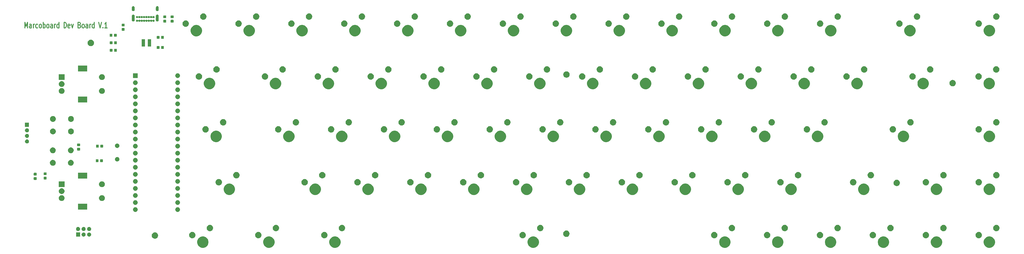
<source format=gbr>
G04 #@! TF.GenerationSoftware,KiCad,Pcbnew,(5.1.0)-1*
G04 #@! TF.CreationDate,2020-08-21T01:29:19+01:00*
G04 #@! TF.ProjectId,marcoboard,6d617263-6f62-46f6-9172-642e6b696361,rev?*
G04 #@! TF.SameCoordinates,Original*
G04 #@! TF.FileFunction,Soldermask,Top*
G04 #@! TF.FilePolarity,Negative*
%FSLAX46Y46*%
G04 Gerber Fmt 4.6, Leading zero omitted, Abs format (unit mm)*
G04 Created by KiCad (PCBNEW (5.1.0)-1) date 2020-08-21 01:29:19*
%MOMM*%
%LPD*%
G04 APERTURE LIST*
%ADD10C,0.300000*%
%ADD11C,0.100000*%
G04 APERTURE END LIST*
D10*
X42464285Y-65504761D02*
X42464285Y-63504761D01*
X42964285Y-64933333D01*
X43464285Y-63504761D01*
X43464285Y-65504761D01*
X44821428Y-65504761D02*
X44821428Y-64457142D01*
X44749999Y-64266666D01*
X44607142Y-64171428D01*
X44321428Y-64171428D01*
X44178571Y-64266666D01*
X44821428Y-65409523D02*
X44678571Y-65504761D01*
X44321428Y-65504761D01*
X44178571Y-65409523D01*
X44107142Y-65219047D01*
X44107142Y-65028571D01*
X44178571Y-64838095D01*
X44321428Y-64742857D01*
X44678571Y-64742857D01*
X44821428Y-64647619D01*
X45535714Y-65504761D02*
X45535714Y-64171428D01*
X45535714Y-64552380D02*
X45607142Y-64361904D01*
X45678571Y-64266666D01*
X45821428Y-64171428D01*
X45964285Y-64171428D01*
X47107142Y-65409523D02*
X46964285Y-65504761D01*
X46678571Y-65504761D01*
X46535714Y-65409523D01*
X46464285Y-65314285D01*
X46392857Y-65123809D01*
X46392857Y-64552380D01*
X46464285Y-64361904D01*
X46535714Y-64266666D01*
X46678571Y-64171428D01*
X46964285Y-64171428D01*
X47107142Y-64266666D01*
X47964285Y-65504761D02*
X47821428Y-65409523D01*
X47749999Y-65314285D01*
X47678571Y-65123809D01*
X47678571Y-64552380D01*
X47749999Y-64361904D01*
X47821428Y-64266666D01*
X47964285Y-64171428D01*
X48178571Y-64171428D01*
X48321428Y-64266666D01*
X48392857Y-64361904D01*
X48464285Y-64552380D01*
X48464285Y-65123809D01*
X48392857Y-65314285D01*
X48321428Y-65409523D01*
X48178571Y-65504761D01*
X47964285Y-65504761D01*
X49107142Y-65504761D02*
X49107142Y-63504761D01*
X49107142Y-64266666D02*
X49249999Y-64171428D01*
X49535714Y-64171428D01*
X49678571Y-64266666D01*
X49749999Y-64361904D01*
X49821428Y-64552380D01*
X49821428Y-65123809D01*
X49749999Y-65314285D01*
X49678571Y-65409523D01*
X49535714Y-65504761D01*
X49249999Y-65504761D01*
X49107142Y-65409523D01*
X50678571Y-65504761D02*
X50535714Y-65409523D01*
X50464285Y-65314285D01*
X50392857Y-65123809D01*
X50392857Y-64552380D01*
X50464285Y-64361904D01*
X50535714Y-64266666D01*
X50678571Y-64171428D01*
X50892857Y-64171428D01*
X51035714Y-64266666D01*
X51107142Y-64361904D01*
X51178571Y-64552380D01*
X51178571Y-65123809D01*
X51107142Y-65314285D01*
X51035714Y-65409523D01*
X50892857Y-65504761D01*
X50678571Y-65504761D01*
X52464285Y-65504761D02*
X52464285Y-64457142D01*
X52392857Y-64266666D01*
X52249999Y-64171428D01*
X51964285Y-64171428D01*
X51821428Y-64266666D01*
X52464285Y-65409523D02*
X52321428Y-65504761D01*
X51964285Y-65504761D01*
X51821428Y-65409523D01*
X51749999Y-65219047D01*
X51749999Y-65028571D01*
X51821428Y-64838095D01*
X51964285Y-64742857D01*
X52321428Y-64742857D01*
X52464285Y-64647619D01*
X53178571Y-65504761D02*
X53178571Y-64171428D01*
X53178571Y-64552380D02*
X53249999Y-64361904D01*
X53321428Y-64266666D01*
X53464285Y-64171428D01*
X53607142Y-64171428D01*
X54749999Y-65504761D02*
X54749999Y-63504761D01*
X54749999Y-65409523D02*
X54607142Y-65504761D01*
X54321428Y-65504761D01*
X54178571Y-65409523D01*
X54107142Y-65314285D01*
X54035714Y-65123809D01*
X54035714Y-64552380D01*
X54107142Y-64361904D01*
X54178571Y-64266666D01*
X54321428Y-64171428D01*
X54607142Y-64171428D01*
X54749999Y-64266666D01*
X56607142Y-65504761D02*
X56607142Y-63504761D01*
X56964285Y-63504761D01*
X57178571Y-63600000D01*
X57321428Y-63790476D01*
X57392857Y-63980952D01*
X57464285Y-64361904D01*
X57464285Y-64647619D01*
X57392857Y-65028571D01*
X57321428Y-65219047D01*
X57178571Y-65409523D01*
X56964285Y-65504761D01*
X56607142Y-65504761D01*
X58678571Y-65409523D02*
X58535714Y-65504761D01*
X58249999Y-65504761D01*
X58107142Y-65409523D01*
X58035714Y-65219047D01*
X58035714Y-64457142D01*
X58107142Y-64266666D01*
X58249999Y-64171428D01*
X58535714Y-64171428D01*
X58678571Y-64266666D01*
X58749999Y-64457142D01*
X58749999Y-64647619D01*
X58035714Y-64838095D01*
X59249999Y-64171428D02*
X59607142Y-65504761D01*
X59964285Y-64171428D01*
X62178571Y-64457142D02*
X62392857Y-64552380D01*
X62464285Y-64647619D01*
X62535714Y-64838095D01*
X62535714Y-65123809D01*
X62464285Y-65314285D01*
X62392857Y-65409523D01*
X62249999Y-65504761D01*
X61678571Y-65504761D01*
X61678571Y-63504761D01*
X62178571Y-63504761D01*
X62321428Y-63600000D01*
X62392857Y-63695238D01*
X62464285Y-63885714D01*
X62464285Y-64076190D01*
X62392857Y-64266666D01*
X62321428Y-64361904D01*
X62178571Y-64457142D01*
X61678571Y-64457142D01*
X63392857Y-65504761D02*
X63249999Y-65409523D01*
X63178571Y-65314285D01*
X63107142Y-65123809D01*
X63107142Y-64552380D01*
X63178571Y-64361904D01*
X63249999Y-64266666D01*
X63392857Y-64171428D01*
X63607142Y-64171428D01*
X63749999Y-64266666D01*
X63821428Y-64361904D01*
X63892857Y-64552380D01*
X63892857Y-65123809D01*
X63821428Y-65314285D01*
X63749999Y-65409523D01*
X63607142Y-65504761D01*
X63392857Y-65504761D01*
X65178571Y-65504761D02*
X65178571Y-64457142D01*
X65107142Y-64266666D01*
X64964285Y-64171428D01*
X64678571Y-64171428D01*
X64535714Y-64266666D01*
X65178571Y-65409523D02*
X65035714Y-65504761D01*
X64678571Y-65504761D01*
X64535714Y-65409523D01*
X64464285Y-65219047D01*
X64464285Y-65028571D01*
X64535714Y-64838095D01*
X64678571Y-64742857D01*
X65035714Y-64742857D01*
X65178571Y-64647619D01*
X65892857Y-65504761D02*
X65892857Y-64171428D01*
X65892857Y-64552380D02*
X65964285Y-64361904D01*
X66035714Y-64266666D01*
X66178571Y-64171428D01*
X66321428Y-64171428D01*
X67464285Y-65504761D02*
X67464285Y-63504761D01*
X67464285Y-65409523D02*
X67321428Y-65504761D01*
X67035714Y-65504761D01*
X66892857Y-65409523D01*
X66821428Y-65314285D01*
X66750000Y-65123809D01*
X66750000Y-64552380D01*
X66821428Y-64361904D01*
X66892857Y-64266666D01*
X67035714Y-64171428D01*
X67321428Y-64171428D01*
X67464285Y-64266666D01*
X69107142Y-63504761D02*
X69607142Y-65504761D01*
X70107142Y-63504761D01*
X70607142Y-65314285D02*
X70678571Y-65409523D01*
X70607142Y-65504761D01*
X70535714Y-65409523D01*
X70607142Y-65314285D01*
X70607142Y-65504761D01*
X72107142Y-65504761D02*
X71250000Y-65504761D01*
X71678571Y-65504761D02*
X71678571Y-63504761D01*
X71535714Y-63790476D01*
X71392857Y-63980952D01*
X71250000Y-64076190D01*
D11*
G36*
X390608254Y-140717818D02*
G01*
X390957371Y-140862427D01*
X390981513Y-140872427D01*
X391317436Y-141096884D01*
X391603116Y-141382564D01*
X391820893Y-141708489D01*
X391827574Y-141718489D01*
X391982182Y-142091746D01*
X392061000Y-142487993D01*
X392061000Y-142892007D01*
X391982182Y-143288254D01*
X391831716Y-143651511D01*
X391827573Y-143661513D01*
X391603116Y-143997436D01*
X391317436Y-144283116D01*
X390981513Y-144507573D01*
X390981512Y-144507574D01*
X390981511Y-144507574D01*
X390608254Y-144662182D01*
X390212007Y-144741000D01*
X389807993Y-144741000D01*
X389411746Y-144662182D01*
X389038489Y-144507574D01*
X389038488Y-144507574D01*
X389038487Y-144507573D01*
X388702564Y-144283116D01*
X388416884Y-143997436D01*
X388192427Y-143661513D01*
X388188284Y-143651511D01*
X388037818Y-143288254D01*
X387959000Y-142892007D01*
X387959000Y-142487993D01*
X388037818Y-142091746D01*
X388192426Y-141718489D01*
X388199108Y-141708489D01*
X388416884Y-141382564D01*
X388702564Y-141096884D01*
X389038487Y-140872427D01*
X389062629Y-140862427D01*
X389411746Y-140717818D01*
X389807993Y-140639000D01*
X390212007Y-140639000D01*
X390608254Y-140717818D01*
X390608254Y-140717818D01*
G37*
G36*
X371558254Y-140717818D02*
G01*
X371907371Y-140862427D01*
X371931513Y-140872427D01*
X372267436Y-141096884D01*
X372553116Y-141382564D01*
X372770893Y-141708489D01*
X372777574Y-141718489D01*
X372932182Y-142091746D01*
X373011000Y-142487993D01*
X373011000Y-142892007D01*
X372932182Y-143288254D01*
X372781716Y-143651511D01*
X372777573Y-143661513D01*
X372553116Y-143997436D01*
X372267436Y-144283116D01*
X371931513Y-144507573D01*
X371931512Y-144507574D01*
X371931511Y-144507574D01*
X371558254Y-144662182D01*
X371162007Y-144741000D01*
X370757993Y-144741000D01*
X370361746Y-144662182D01*
X369988489Y-144507574D01*
X369988488Y-144507574D01*
X369988487Y-144507573D01*
X369652564Y-144283116D01*
X369366884Y-143997436D01*
X369142427Y-143661513D01*
X369138284Y-143651511D01*
X368987818Y-143288254D01*
X368909000Y-142892007D01*
X368909000Y-142487993D01*
X368987818Y-142091746D01*
X369142426Y-141718489D01*
X369149108Y-141708489D01*
X369366884Y-141382564D01*
X369652564Y-141096884D01*
X369988487Y-140872427D01*
X370012629Y-140862427D01*
X370361746Y-140717818D01*
X370757993Y-140639000D01*
X371162007Y-140639000D01*
X371558254Y-140717818D01*
X371558254Y-140717818D01*
G37*
G36*
X131008254Y-140717818D02*
G01*
X131357371Y-140862427D01*
X131381513Y-140872427D01*
X131717436Y-141096884D01*
X132003116Y-141382564D01*
X132220893Y-141708489D01*
X132227574Y-141718489D01*
X132382182Y-142091746D01*
X132461000Y-142487993D01*
X132461000Y-142892007D01*
X132382182Y-143288254D01*
X132231716Y-143651511D01*
X132227573Y-143661513D01*
X132003116Y-143997436D01*
X131717436Y-144283116D01*
X131381513Y-144507573D01*
X131381512Y-144507574D01*
X131381511Y-144507574D01*
X131008254Y-144662182D01*
X130612007Y-144741000D01*
X130207993Y-144741000D01*
X129811746Y-144662182D01*
X129438489Y-144507574D01*
X129438488Y-144507574D01*
X129438487Y-144507573D01*
X129102564Y-144283116D01*
X128816884Y-143997436D01*
X128592427Y-143661513D01*
X128588284Y-143651511D01*
X128437818Y-143288254D01*
X128359000Y-142892007D01*
X128359000Y-142487993D01*
X128437818Y-142091746D01*
X128592426Y-141718489D01*
X128599108Y-141708489D01*
X128816884Y-141382564D01*
X129102564Y-141096884D01*
X129438487Y-140872427D01*
X129462629Y-140862427D01*
X129811746Y-140717818D01*
X130207993Y-140639000D01*
X130612007Y-140639000D01*
X131008254Y-140717818D01*
X131008254Y-140717818D01*
G37*
G36*
X352458254Y-140717818D02*
G01*
X352807371Y-140862427D01*
X352831513Y-140872427D01*
X353167436Y-141096884D01*
X353453116Y-141382564D01*
X353670893Y-141708489D01*
X353677574Y-141718489D01*
X353832182Y-142091746D01*
X353911000Y-142487993D01*
X353911000Y-142892007D01*
X353832182Y-143288254D01*
X353681716Y-143651511D01*
X353677573Y-143661513D01*
X353453116Y-143997436D01*
X353167436Y-144283116D01*
X352831513Y-144507573D01*
X352831512Y-144507574D01*
X352831511Y-144507574D01*
X352458254Y-144662182D01*
X352062007Y-144741000D01*
X351657993Y-144741000D01*
X351261746Y-144662182D01*
X350888489Y-144507574D01*
X350888488Y-144507574D01*
X350888487Y-144507573D01*
X350552564Y-144283116D01*
X350266884Y-143997436D01*
X350042427Y-143661513D01*
X350038284Y-143651511D01*
X349887818Y-143288254D01*
X349809000Y-142892007D01*
X349809000Y-142487993D01*
X349887818Y-142091746D01*
X350042426Y-141718489D01*
X350049108Y-141708489D01*
X350266884Y-141382564D01*
X350552564Y-141096884D01*
X350888487Y-140872427D01*
X350912629Y-140862427D01*
X351261746Y-140717818D01*
X351657993Y-140639000D01*
X352062007Y-140639000D01*
X352458254Y-140717818D01*
X352458254Y-140717818D01*
G37*
G36*
X333408254Y-140717818D02*
G01*
X333757371Y-140862427D01*
X333781513Y-140872427D01*
X334117436Y-141096884D01*
X334403116Y-141382564D01*
X334620893Y-141708489D01*
X334627574Y-141718489D01*
X334782182Y-142091746D01*
X334861000Y-142487993D01*
X334861000Y-142892007D01*
X334782182Y-143288254D01*
X334631716Y-143651511D01*
X334627573Y-143661513D01*
X334403116Y-143997436D01*
X334117436Y-144283116D01*
X333781513Y-144507573D01*
X333781512Y-144507574D01*
X333781511Y-144507574D01*
X333408254Y-144662182D01*
X333012007Y-144741000D01*
X332607993Y-144741000D01*
X332211746Y-144662182D01*
X331838489Y-144507574D01*
X331838488Y-144507574D01*
X331838487Y-144507573D01*
X331502564Y-144283116D01*
X331216884Y-143997436D01*
X330992427Y-143661513D01*
X330988284Y-143651511D01*
X330837818Y-143288254D01*
X330759000Y-142892007D01*
X330759000Y-142487993D01*
X330837818Y-142091746D01*
X330992426Y-141718489D01*
X330999108Y-141708489D01*
X331216884Y-141382564D01*
X331502564Y-141096884D01*
X331838487Y-140872427D01*
X331862629Y-140862427D01*
X332211746Y-140717818D01*
X332607993Y-140639000D01*
X333012007Y-140639000D01*
X333408254Y-140717818D01*
X333408254Y-140717818D01*
G37*
G36*
X226258254Y-140717818D02*
G01*
X226607371Y-140862427D01*
X226631513Y-140872427D01*
X226967436Y-141096884D01*
X227253116Y-141382564D01*
X227470893Y-141708489D01*
X227477574Y-141718489D01*
X227632182Y-142091746D01*
X227711000Y-142487993D01*
X227711000Y-142892007D01*
X227632182Y-143288254D01*
X227481716Y-143651511D01*
X227477573Y-143661513D01*
X227253116Y-143997436D01*
X226967436Y-144283116D01*
X226631513Y-144507573D01*
X226631512Y-144507574D01*
X226631511Y-144507574D01*
X226258254Y-144662182D01*
X225862007Y-144741000D01*
X225457993Y-144741000D01*
X225061746Y-144662182D01*
X224688489Y-144507574D01*
X224688488Y-144507574D01*
X224688487Y-144507573D01*
X224352564Y-144283116D01*
X224066884Y-143997436D01*
X223842427Y-143661513D01*
X223838284Y-143651511D01*
X223687818Y-143288254D01*
X223609000Y-142892007D01*
X223609000Y-142487993D01*
X223687818Y-142091746D01*
X223842426Y-141718489D01*
X223849108Y-141708489D01*
X224066884Y-141382564D01*
X224352564Y-141096884D01*
X224688487Y-140872427D01*
X224712629Y-140862427D01*
X225061746Y-140717818D01*
X225457993Y-140639000D01*
X225862007Y-140639000D01*
X226258254Y-140717818D01*
X226258254Y-140717818D01*
G37*
G36*
X295308254Y-140717818D02*
G01*
X295657371Y-140862427D01*
X295681513Y-140872427D01*
X296017436Y-141096884D01*
X296303116Y-141382564D01*
X296520893Y-141708489D01*
X296527574Y-141718489D01*
X296682182Y-142091746D01*
X296761000Y-142487993D01*
X296761000Y-142892007D01*
X296682182Y-143288254D01*
X296531716Y-143651511D01*
X296527573Y-143661513D01*
X296303116Y-143997436D01*
X296017436Y-144283116D01*
X295681513Y-144507573D01*
X295681512Y-144507574D01*
X295681511Y-144507574D01*
X295308254Y-144662182D01*
X294912007Y-144741000D01*
X294507993Y-144741000D01*
X294111746Y-144662182D01*
X293738489Y-144507574D01*
X293738488Y-144507574D01*
X293738487Y-144507573D01*
X293402564Y-144283116D01*
X293116884Y-143997436D01*
X292892427Y-143661513D01*
X292888284Y-143651511D01*
X292737818Y-143288254D01*
X292659000Y-142892007D01*
X292659000Y-142487993D01*
X292737818Y-142091746D01*
X292892426Y-141718489D01*
X292899108Y-141708489D01*
X293116884Y-141382564D01*
X293402564Y-141096884D01*
X293738487Y-140872427D01*
X293762629Y-140862427D01*
X294111746Y-140717818D01*
X294507993Y-140639000D01*
X294912007Y-140639000D01*
X295308254Y-140717818D01*
X295308254Y-140717818D01*
G37*
G36*
X107208254Y-140717818D02*
G01*
X107557371Y-140862427D01*
X107581513Y-140872427D01*
X107917436Y-141096884D01*
X108203116Y-141382564D01*
X108420893Y-141708489D01*
X108427574Y-141718489D01*
X108582182Y-142091746D01*
X108661000Y-142487993D01*
X108661000Y-142892007D01*
X108582182Y-143288254D01*
X108431716Y-143651511D01*
X108427573Y-143661513D01*
X108203116Y-143997436D01*
X107917436Y-144283116D01*
X107581513Y-144507573D01*
X107581512Y-144507574D01*
X107581511Y-144507574D01*
X107208254Y-144662182D01*
X106812007Y-144741000D01*
X106407993Y-144741000D01*
X106011746Y-144662182D01*
X105638489Y-144507574D01*
X105638488Y-144507574D01*
X105638487Y-144507573D01*
X105302564Y-144283116D01*
X105016884Y-143997436D01*
X104792427Y-143661513D01*
X104788284Y-143651511D01*
X104637818Y-143288254D01*
X104559000Y-142892007D01*
X104559000Y-142487993D01*
X104637818Y-142091746D01*
X104792426Y-141718489D01*
X104799108Y-141708489D01*
X105016884Y-141382564D01*
X105302564Y-141096884D01*
X105638487Y-140872427D01*
X105662629Y-140862427D01*
X106011746Y-140717818D01*
X106407993Y-140639000D01*
X106812007Y-140639000D01*
X107208254Y-140717818D01*
X107208254Y-140717818D01*
G37*
G36*
X154808254Y-140717818D02*
G01*
X155157371Y-140862427D01*
X155181513Y-140872427D01*
X155517436Y-141096884D01*
X155803116Y-141382564D01*
X156020893Y-141708489D01*
X156027574Y-141718489D01*
X156182182Y-142091746D01*
X156261000Y-142487993D01*
X156261000Y-142892007D01*
X156182182Y-143288254D01*
X156031716Y-143651511D01*
X156027573Y-143661513D01*
X155803116Y-143997436D01*
X155517436Y-144283116D01*
X155181513Y-144507573D01*
X155181512Y-144507574D01*
X155181511Y-144507574D01*
X154808254Y-144662182D01*
X154412007Y-144741000D01*
X154007993Y-144741000D01*
X153611746Y-144662182D01*
X153238489Y-144507574D01*
X153238488Y-144507574D01*
X153238487Y-144507573D01*
X152902564Y-144283116D01*
X152616884Y-143997436D01*
X152392427Y-143661513D01*
X152388284Y-143651511D01*
X152237818Y-143288254D01*
X152159000Y-142892007D01*
X152159000Y-142487993D01*
X152237818Y-142091746D01*
X152392426Y-141718489D01*
X152399108Y-141708489D01*
X152616884Y-141382564D01*
X152902564Y-141096884D01*
X153238487Y-140872427D01*
X153262629Y-140862427D01*
X153611746Y-140717818D01*
X154007993Y-140639000D01*
X154412007Y-140639000D01*
X154808254Y-140717818D01*
X154808254Y-140717818D01*
G37*
G36*
X314358254Y-140707818D02*
G01*
X314731511Y-140862426D01*
X314731513Y-140862427D01*
X315067436Y-141086884D01*
X315353116Y-141372564D01*
X315577574Y-141708489D01*
X315732182Y-142081746D01*
X315811000Y-142477993D01*
X315811000Y-142882007D01*
X315732182Y-143278254D01*
X315728039Y-143288255D01*
X315577573Y-143651513D01*
X315353116Y-143987436D01*
X315067436Y-144273116D01*
X314731513Y-144497573D01*
X314731512Y-144497574D01*
X314731511Y-144497574D01*
X314358254Y-144652182D01*
X313962007Y-144731000D01*
X313557993Y-144731000D01*
X313161746Y-144652182D01*
X312788489Y-144497574D01*
X312788488Y-144497574D01*
X312788487Y-144497573D01*
X312452564Y-144273116D01*
X312166884Y-143987436D01*
X311942427Y-143651513D01*
X311791961Y-143288255D01*
X311787818Y-143278254D01*
X311709000Y-142882007D01*
X311709000Y-142477993D01*
X311787818Y-142081746D01*
X311942426Y-141708489D01*
X312166884Y-141372564D01*
X312452564Y-141086884D01*
X312788487Y-140862427D01*
X312788489Y-140862426D01*
X313161746Y-140707818D01*
X313557993Y-140629000D01*
X313962007Y-140629000D01*
X314358254Y-140707818D01*
X314358254Y-140707818D01*
G37*
G36*
X89574549Y-139171116D02*
G01*
X89685734Y-139193232D01*
X89833850Y-139254584D01*
X89885600Y-139276019D01*
X89895203Y-139279997D01*
X90083720Y-139405960D01*
X90244040Y-139566280D01*
X90370003Y-139754797D01*
X90456768Y-139964266D01*
X90501000Y-140186636D01*
X90501000Y-140413364D01*
X90456768Y-140635734D01*
X90370003Y-140845203D01*
X90244040Y-141033720D01*
X90083720Y-141194040D01*
X89895203Y-141320003D01*
X89685734Y-141406768D01*
X89574549Y-141428884D01*
X89463365Y-141451000D01*
X89236635Y-141451000D01*
X89125451Y-141428884D01*
X89014266Y-141406768D01*
X88804797Y-141320003D01*
X88616280Y-141194040D01*
X88455960Y-141033720D01*
X88329997Y-140845203D01*
X88243232Y-140635734D01*
X88199000Y-140413364D01*
X88199000Y-140186636D01*
X88243232Y-139964266D01*
X88329997Y-139754797D01*
X88455960Y-139566280D01*
X88616280Y-139405960D01*
X88804797Y-139279997D01*
X88814401Y-139276019D01*
X88866150Y-139254584D01*
X89014266Y-139193232D01*
X89125451Y-139171116D01*
X89236635Y-139149000D01*
X89463365Y-139149000D01*
X89574549Y-139171116D01*
X89574549Y-139171116D01*
G37*
G36*
X126824549Y-139021116D02*
G01*
X126935734Y-139043232D01*
X127083850Y-139104584D01*
X127121059Y-139119996D01*
X127145203Y-139129997D01*
X127333720Y-139255960D01*
X127494040Y-139416280D01*
X127620003Y-139604797D01*
X127706768Y-139814266D01*
X127751000Y-140036636D01*
X127751000Y-140263364D01*
X127706768Y-140485734D01*
X127649505Y-140623980D01*
X127632309Y-140665495D01*
X127620003Y-140695203D01*
X127494040Y-140883720D01*
X127333720Y-141044040D01*
X127145203Y-141170003D01*
X126935734Y-141256768D01*
X126824549Y-141278884D01*
X126713365Y-141301000D01*
X126486635Y-141301000D01*
X126375451Y-141278884D01*
X126264266Y-141256768D01*
X126054797Y-141170003D01*
X125866280Y-141044040D01*
X125705960Y-140883720D01*
X125579997Y-140695203D01*
X125567692Y-140665495D01*
X125550495Y-140623980D01*
X125493232Y-140485734D01*
X125449000Y-140263364D01*
X125449000Y-140036636D01*
X125493232Y-139814266D01*
X125579997Y-139604797D01*
X125705960Y-139416280D01*
X125866280Y-139255960D01*
X126054797Y-139129997D01*
X126078942Y-139119996D01*
X126116150Y-139104584D01*
X126264266Y-139043232D01*
X126375451Y-139021116D01*
X126486635Y-138999000D01*
X126713365Y-138999000D01*
X126824549Y-139021116D01*
X126824549Y-139021116D01*
G37*
G36*
X348274549Y-139021116D02*
G01*
X348385734Y-139043232D01*
X348533850Y-139104584D01*
X348571059Y-139119996D01*
X348595203Y-139129997D01*
X348783720Y-139255960D01*
X348944040Y-139416280D01*
X349070003Y-139604797D01*
X349156768Y-139814266D01*
X349201000Y-140036636D01*
X349201000Y-140263364D01*
X349156768Y-140485734D01*
X349099505Y-140623980D01*
X349082309Y-140665495D01*
X349070003Y-140695203D01*
X348944040Y-140883720D01*
X348783720Y-141044040D01*
X348595203Y-141170003D01*
X348385734Y-141256768D01*
X348274549Y-141278884D01*
X348163365Y-141301000D01*
X347936635Y-141301000D01*
X347825451Y-141278884D01*
X347714266Y-141256768D01*
X347504797Y-141170003D01*
X347316280Y-141044040D01*
X347155960Y-140883720D01*
X347029997Y-140695203D01*
X347017692Y-140665495D01*
X347000495Y-140623980D01*
X346943232Y-140485734D01*
X346899000Y-140263364D01*
X346899000Y-140036636D01*
X346943232Y-139814266D01*
X347029997Y-139604797D01*
X347155960Y-139416280D01*
X347316280Y-139255960D01*
X347504797Y-139129997D01*
X347528942Y-139119996D01*
X347566150Y-139104584D01*
X347714266Y-139043232D01*
X347825451Y-139021116D01*
X347936635Y-138999000D01*
X348163365Y-138999000D01*
X348274549Y-139021116D01*
X348274549Y-139021116D01*
G37*
G36*
X386424549Y-139021116D02*
G01*
X386535734Y-139043232D01*
X386683850Y-139104584D01*
X386721059Y-139119996D01*
X386745203Y-139129997D01*
X386933720Y-139255960D01*
X387094040Y-139416280D01*
X387220003Y-139604797D01*
X387306768Y-139814266D01*
X387351000Y-140036636D01*
X387351000Y-140263364D01*
X387306768Y-140485734D01*
X387249505Y-140623980D01*
X387232309Y-140665495D01*
X387220003Y-140695203D01*
X387094040Y-140883720D01*
X386933720Y-141044040D01*
X386745203Y-141170003D01*
X386535734Y-141256768D01*
X386424549Y-141278884D01*
X386313365Y-141301000D01*
X386086635Y-141301000D01*
X385975451Y-141278884D01*
X385864266Y-141256768D01*
X385654797Y-141170003D01*
X385466280Y-141044040D01*
X385305960Y-140883720D01*
X385179997Y-140695203D01*
X385167692Y-140665495D01*
X385150495Y-140623980D01*
X385093232Y-140485734D01*
X385049000Y-140263364D01*
X385049000Y-140036636D01*
X385093232Y-139814266D01*
X385179997Y-139604797D01*
X385305960Y-139416280D01*
X385466280Y-139255960D01*
X385654797Y-139129997D01*
X385678942Y-139119996D01*
X385716150Y-139104584D01*
X385864266Y-139043232D01*
X385975451Y-139021116D01*
X386086635Y-138999000D01*
X386313365Y-138999000D01*
X386424549Y-139021116D01*
X386424549Y-139021116D01*
G37*
G36*
X103024549Y-139021116D02*
G01*
X103135734Y-139043232D01*
X103283850Y-139104584D01*
X103321059Y-139119996D01*
X103345203Y-139129997D01*
X103533720Y-139255960D01*
X103694040Y-139416280D01*
X103820003Y-139604797D01*
X103906768Y-139814266D01*
X103951000Y-140036636D01*
X103951000Y-140263364D01*
X103906768Y-140485734D01*
X103849505Y-140623980D01*
X103832309Y-140665495D01*
X103820003Y-140695203D01*
X103694040Y-140883720D01*
X103533720Y-141044040D01*
X103345203Y-141170003D01*
X103135734Y-141256768D01*
X103024549Y-141278884D01*
X102913365Y-141301000D01*
X102686635Y-141301000D01*
X102575451Y-141278884D01*
X102464266Y-141256768D01*
X102254797Y-141170003D01*
X102066280Y-141044040D01*
X101905960Y-140883720D01*
X101779997Y-140695203D01*
X101767692Y-140665495D01*
X101750495Y-140623980D01*
X101693232Y-140485734D01*
X101649000Y-140263364D01*
X101649000Y-140036636D01*
X101693232Y-139814266D01*
X101779997Y-139604797D01*
X101905960Y-139416280D01*
X102066280Y-139255960D01*
X102254797Y-139129997D01*
X102278942Y-139119996D01*
X102316150Y-139104584D01*
X102464266Y-139043232D01*
X102575451Y-139021116D01*
X102686635Y-138999000D01*
X102913365Y-138999000D01*
X103024549Y-139021116D01*
X103024549Y-139021116D01*
G37*
G36*
X150624549Y-139021116D02*
G01*
X150735734Y-139043232D01*
X150883850Y-139104584D01*
X150921059Y-139119996D01*
X150945203Y-139129997D01*
X151133720Y-139255960D01*
X151294040Y-139416280D01*
X151420003Y-139604797D01*
X151506768Y-139814266D01*
X151551000Y-140036636D01*
X151551000Y-140263364D01*
X151506768Y-140485734D01*
X151449505Y-140623980D01*
X151432309Y-140665495D01*
X151420003Y-140695203D01*
X151294040Y-140883720D01*
X151133720Y-141044040D01*
X150945203Y-141170003D01*
X150735734Y-141256768D01*
X150624549Y-141278884D01*
X150513365Y-141301000D01*
X150286635Y-141301000D01*
X150175451Y-141278884D01*
X150064266Y-141256768D01*
X149854797Y-141170003D01*
X149666280Y-141044040D01*
X149505960Y-140883720D01*
X149379997Y-140695203D01*
X149367692Y-140665495D01*
X149350495Y-140623980D01*
X149293232Y-140485734D01*
X149249000Y-140263364D01*
X149249000Y-140036636D01*
X149293232Y-139814266D01*
X149379997Y-139604797D01*
X149505960Y-139416280D01*
X149666280Y-139255960D01*
X149854797Y-139129997D01*
X149878942Y-139119996D01*
X149916150Y-139104584D01*
X150064266Y-139043232D01*
X150175451Y-139021116D01*
X150286635Y-138999000D01*
X150513365Y-138999000D01*
X150624549Y-139021116D01*
X150624549Y-139021116D01*
G37*
G36*
X222074549Y-139021116D02*
G01*
X222185734Y-139043232D01*
X222333850Y-139104584D01*
X222371059Y-139119996D01*
X222395203Y-139129997D01*
X222583720Y-139255960D01*
X222744040Y-139416280D01*
X222870003Y-139604797D01*
X222956768Y-139814266D01*
X223001000Y-140036636D01*
X223001000Y-140263364D01*
X222956768Y-140485734D01*
X222899505Y-140623980D01*
X222882309Y-140665495D01*
X222870003Y-140695203D01*
X222744040Y-140883720D01*
X222583720Y-141044040D01*
X222395203Y-141170003D01*
X222185734Y-141256768D01*
X222074549Y-141278884D01*
X221963365Y-141301000D01*
X221736635Y-141301000D01*
X221625451Y-141278884D01*
X221514266Y-141256768D01*
X221304797Y-141170003D01*
X221116280Y-141044040D01*
X220955960Y-140883720D01*
X220829997Y-140695203D01*
X220817692Y-140665495D01*
X220800495Y-140623980D01*
X220743232Y-140485734D01*
X220699000Y-140263364D01*
X220699000Y-140036636D01*
X220743232Y-139814266D01*
X220829997Y-139604797D01*
X220955960Y-139416280D01*
X221116280Y-139255960D01*
X221304797Y-139129997D01*
X221328942Y-139119996D01*
X221366150Y-139104584D01*
X221514266Y-139043232D01*
X221625451Y-139021116D01*
X221736635Y-138999000D01*
X221963365Y-138999000D01*
X222074549Y-139021116D01*
X222074549Y-139021116D01*
G37*
G36*
X291124549Y-139021116D02*
G01*
X291235734Y-139043232D01*
X291383850Y-139104584D01*
X291421059Y-139119996D01*
X291445203Y-139129997D01*
X291633720Y-139255960D01*
X291794040Y-139416280D01*
X291920003Y-139604797D01*
X292006768Y-139814266D01*
X292051000Y-140036636D01*
X292051000Y-140263364D01*
X292006768Y-140485734D01*
X291949505Y-140623980D01*
X291932309Y-140665495D01*
X291920003Y-140695203D01*
X291794040Y-140883720D01*
X291633720Y-141044040D01*
X291445203Y-141170003D01*
X291235734Y-141256768D01*
X291124549Y-141278884D01*
X291013365Y-141301000D01*
X290786635Y-141301000D01*
X290675451Y-141278884D01*
X290564266Y-141256768D01*
X290354797Y-141170003D01*
X290166280Y-141044040D01*
X290005960Y-140883720D01*
X289879997Y-140695203D01*
X289867692Y-140665495D01*
X289850495Y-140623980D01*
X289793232Y-140485734D01*
X289749000Y-140263364D01*
X289749000Y-140036636D01*
X289793232Y-139814266D01*
X289879997Y-139604797D01*
X290005960Y-139416280D01*
X290166280Y-139255960D01*
X290354797Y-139129997D01*
X290378942Y-139119996D01*
X290416150Y-139104584D01*
X290564266Y-139043232D01*
X290675451Y-139021116D01*
X290786635Y-138999000D01*
X291013365Y-138999000D01*
X291124549Y-139021116D01*
X291124549Y-139021116D01*
G37*
G36*
X329224549Y-139021116D02*
G01*
X329335734Y-139043232D01*
X329483850Y-139104584D01*
X329521059Y-139119996D01*
X329545203Y-139129997D01*
X329733720Y-139255960D01*
X329894040Y-139416280D01*
X330020003Y-139604797D01*
X330106768Y-139814266D01*
X330151000Y-140036636D01*
X330151000Y-140263364D01*
X330106768Y-140485734D01*
X330049505Y-140623980D01*
X330032309Y-140665495D01*
X330020003Y-140695203D01*
X329894040Y-140883720D01*
X329733720Y-141044040D01*
X329545203Y-141170003D01*
X329335734Y-141256768D01*
X329224549Y-141278884D01*
X329113365Y-141301000D01*
X328886635Y-141301000D01*
X328775451Y-141278884D01*
X328664266Y-141256768D01*
X328454797Y-141170003D01*
X328266280Y-141044040D01*
X328105960Y-140883720D01*
X327979997Y-140695203D01*
X327967692Y-140665495D01*
X327950495Y-140623980D01*
X327893232Y-140485734D01*
X327849000Y-140263364D01*
X327849000Y-140036636D01*
X327893232Y-139814266D01*
X327979997Y-139604797D01*
X328105960Y-139416280D01*
X328266280Y-139255960D01*
X328454797Y-139129997D01*
X328478942Y-139119996D01*
X328516150Y-139104584D01*
X328664266Y-139043232D01*
X328775451Y-139021116D01*
X328886635Y-138999000D01*
X329113365Y-138999000D01*
X329224549Y-139021116D01*
X329224549Y-139021116D01*
G37*
G36*
X367374549Y-139021116D02*
G01*
X367485734Y-139043232D01*
X367633850Y-139104584D01*
X367671059Y-139119996D01*
X367695203Y-139129997D01*
X367883720Y-139255960D01*
X368044040Y-139416280D01*
X368170003Y-139604797D01*
X368256768Y-139814266D01*
X368301000Y-140036636D01*
X368301000Y-140263364D01*
X368256768Y-140485734D01*
X368199505Y-140623980D01*
X368182309Y-140665495D01*
X368170003Y-140695203D01*
X368044040Y-140883720D01*
X367883720Y-141044040D01*
X367695203Y-141170003D01*
X367485734Y-141256768D01*
X367374549Y-141278884D01*
X367263365Y-141301000D01*
X367036635Y-141301000D01*
X366925451Y-141278884D01*
X366814266Y-141256768D01*
X366604797Y-141170003D01*
X366416280Y-141044040D01*
X366255960Y-140883720D01*
X366129997Y-140695203D01*
X366117692Y-140665495D01*
X366100495Y-140623980D01*
X366043232Y-140485734D01*
X365999000Y-140263364D01*
X365999000Y-140036636D01*
X366043232Y-139814266D01*
X366129997Y-139604797D01*
X366255960Y-139416280D01*
X366416280Y-139255960D01*
X366604797Y-139129997D01*
X366628942Y-139119996D01*
X366666150Y-139104584D01*
X366814266Y-139043232D01*
X366925451Y-139021116D01*
X367036635Y-138999000D01*
X367263365Y-138999000D01*
X367374549Y-139021116D01*
X367374549Y-139021116D01*
G37*
G36*
X310113638Y-138999000D02*
G01*
X310285734Y-139033232D01*
X310495203Y-139119997D01*
X310683720Y-139245960D01*
X310844040Y-139406280D01*
X310970003Y-139594797D01*
X311056768Y-139804266D01*
X311101000Y-140026636D01*
X311101000Y-140253364D01*
X311056768Y-140475734D01*
X310970003Y-140685203D01*
X310844040Y-140873720D01*
X310683720Y-141034040D01*
X310495203Y-141160003D01*
X310495202Y-141160004D01*
X310495201Y-141160004D01*
X310433850Y-141185416D01*
X310285734Y-141246768D01*
X310235460Y-141256768D01*
X310063365Y-141291000D01*
X309836635Y-141291000D01*
X309664540Y-141256768D01*
X309614266Y-141246768D01*
X309466150Y-141185416D01*
X309404799Y-141160004D01*
X309404798Y-141160004D01*
X309404797Y-141160003D01*
X309216280Y-141034040D01*
X309055960Y-140873720D01*
X308929997Y-140685203D01*
X308843232Y-140475734D01*
X308799000Y-140253364D01*
X308799000Y-140026636D01*
X308843232Y-139804266D01*
X308929997Y-139594797D01*
X309055960Y-139406280D01*
X309216280Y-139245960D01*
X309404797Y-139119997D01*
X309614266Y-139033232D01*
X309786362Y-138999000D01*
X309836635Y-138989000D01*
X310063365Y-138989000D01*
X310113638Y-138999000D01*
X310113638Y-138999000D01*
G37*
G36*
X237824549Y-138521116D02*
G01*
X237935734Y-138543232D01*
X238083850Y-138604584D01*
X238121076Y-138620003D01*
X238145203Y-138629997D01*
X238333720Y-138755960D01*
X238494040Y-138916280D01*
X238620003Y-139104797D01*
X238706768Y-139314266D01*
X238751000Y-139536636D01*
X238751000Y-139763364D01*
X238706768Y-139985734D01*
X238620003Y-140195203D01*
X238494040Y-140383720D01*
X238333720Y-140544040D01*
X238145203Y-140670003D01*
X237935734Y-140756768D01*
X237824549Y-140778884D01*
X237713365Y-140801000D01*
X237486635Y-140801000D01*
X237375451Y-140778884D01*
X237264266Y-140756768D01*
X237054797Y-140670003D01*
X236866280Y-140544040D01*
X236705960Y-140383720D01*
X236579997Y-140195203D01*
X236493232Y-139985734D01*
X236449000Y-139763364D01*
X236449000Y-139536636D01*
X236493232Y-139314266D01*
X236579997Y-139104797D01*
X236705960Y-138916280D01*
X236866280Y-138755960D01*
X237054797Y-138629997D01*
X237078925Y-138620003D01*
X237116150Y-138604584D01*
X237264266Y-138543232D01*
X237375451Y-138521116D01*
X237486635Y-138499000D01*
X237713365Y-138499000D01*
X237824549Y-138521116D01*
X237824549Y-138521116D01*
G37*
G36*
X65721213Y-139227502D02*
G01*
X65792321Y-139234505D01*
X65929172Y-139276019D01*
X65929175Y-139276020D01*
X66055294Y-139343432D01*
X66165843Y-139434157D01*
X66256568Y-139544706D01*
X66323980Y-139670825D01*
X66323981Y-139670828D01*
X66365495Y-139807679D01*
X66379512Y-139950000D01*
X66365495Y-140092321D01*
X66323981Y-140229172D01*
X66323980Y-140229175D01*
X66256568Y-140355294D01*
X66165843Y-140465843D01*
X66055294Y-140556568D01*
X65929175Y-140623980D01*
X65929172Y-140623981D01*
X65792321Y-140665495D01*
X65721213Y-140672498D01*
X65685660Y-140676000D01*
X65614340Y-140676000D01*
X65578787Y-140672498D01*
X65507679Y-140665495D01*
X65370828Y-140623981D01*
X65370825Y-140623980D01*
X65244706Y-140556568D01*
X65134157Y-140465843D01*
X65043432Y-140355294D01*
X64976020Y-140229175D01*
X64976019Y-140229172D01*
X64934505Y-140092321D01*
X64920488Y-139950000D01*
X64934505Y-139807679D01*
X64976019Y-139670828D01*
X64976020Y-139670825D01*
X65043432Y-139544706D01*
X65134157Y-139434157D01*
X65244706Y-139343432D01*
X65370825Y-139276020D01*
X65370828Y-139276019D01*
X65507679Y-139234505D01*
X65578787Y-139227502D01*
X65614340Y-139224000D01*
X65685660Y-139224000D01*
X65721213Y-139227502D01*
X65721213Y-139227502D01*
G37*
G36*
X63721213Y-139227502D02*
G01*
X63792321Y-139234505D01*
X63929172Y-139276019D01*
X63929175Y-139276020D01*
X64055294Y-139343432D01*
X64165843Y-139434157D01*
X64256568Y-139544706D01*
X64323980Y-139670825D01*
X64323981Y-139670828D01*
X64365495Y-139807679D01*
X64379512Y-139950000D01*
X64365495Y-140092321D01*
X64323981Y-140229172D01*
X64323980Y-140229175D01*
X64256568Y-140355294D01*
X64165843Y-140465843D01*
X64055294Y-140556568D01*
X63929175Y-140623980D01*
X63929172Y-140623981D01*
X63792321Y-140665495D01*
X63721213Y-140672498D01*
X63685660Y-140676000D01*
X63614340Y-140676000D01*
X63578787Y-140672498D01*
X63507679Y-140665495D01*
X63370828Y-140623981D01*
X63370825Y-140623980D01*
X63244706Y-140556568D01*
X63134157Y-140465843D01*
X63043432Y-140355294D01*
X62976020Y-140229175D01*
X62976019Y-140229172D01*
X62934505Y-140092321D01*
X62920488Y-139950000D01*
X62934505Y-139807679D01*
X62976019Y-139670828D01*
X62976020Y-139670825D01*
X63043432Y-139544706D01*
X63134157Y-139434157D01*
X63244706Y-139343432D01*
X63370825Y-139276020D01*
X63370828Y-139276019D01*
X63507679Y-139234505D01*
X63578787Y-139227502D01*
X63614340Y-139224000D01*
X63685660Y-139224000D01*
X63721213Y-139227502D01*
X63721213Y-139227502D01*
G37*
G36*
X62376000Y-140676000D02*
G01*
X60924000Y-140676000D01*
X60924000Y-139224000D01*
X62376000Y-139224000D01*
X62376000Y-140676000D01*
X62376000Y-140676000D01*
G37*
G36*
X335574549Y-136481116D02*
G01*
X335685734Y-136503232D01*
X335833850Y-136564584D01*
X335871059Y-136579996D01*
X335895203Y-136589997D01*
X336083720Y-136715960D01*
X336244040Y-136876280D01*
X336370003Y-137064797D01*
X336456768Y-137274266D01*
X336501000Y-137496636D01*
X336501000Y-137723364D01*
X336456768Y-137945734D01*
X336370003Y-138155203D01*
X336244040Y-138343720D01*
X336083720Y-138504040D01*
X335895203Y-138630003D01*
X335685734Y-138716768D01*
X335574549Y-138738884D01*
X335463365Y-138761000D01*
X335236635Y-138761000D01*
X335125451Y-138738884D01*
X335014266Y-138716768D01*
X334804797Y-138630003D01*
X334616280Y-138504040D01*
X334455960Y-138343720D01*
X334329997Y-138155203D01*
X334243232Y-137945734D01*
X334199000Y-137723364D01*
X334199000Y-137496636D01*
X334243232Y-137274266D01*
X334329997Y-137064797D01*
X334455960Y-136876280D01*
X334616280Y-136715960D01*
X334804797Y-136589997D01*
X334828942Y-136579996D01*
X334866150Y-136564584D01*
X335014266Y-136503232D01*
X335125451Y-136481116D01*
X335236635Y-136459000D01*
X335463365Y-136459000D01*
X335574549Y-136481116D01*
X335574549Y-136481116D01*
G37*
G36*
X354624549Y-136481116D02*
G01*
X354735734Y-136503232D01*
X354883850Y-136564584D01*
X354921059Y-136579996D01*
X354945203Y-136589997D01*
X355133720Y-136715960D01*
X355294040Y-136876280D01*
X355420003Y-137064797D01*
X355506768Y-137274266D01*
X355551000Y-137496636D01*
X355551000Y-137723364D01*
X355506768Y-137945734D01*
X355420003Y-138155203D01*
X355294040Y-138343720D01*
X355133720Y-138504040D01*
X354945203Y-138630003D01*
X354735734Y-138716768D01*
X354624549Y-138738884D01*
X354513365Y-138761000D01*
X354286635Y-138761000D01*
X354175451Y-138738884D01*
X354064266Y-138716768D01*
X353854797Y-138630003D01*
X353666280Y-138504040D01*
X353505960Y-138343720D01*
X353379997Y-138155203D01*
X353293232Y-137945734D01*
X353249000Y-137723364D01*
X353249000Y-137496636D01*
X353293232Y-137274266D01*
X353379997Y-137064797D01*
X353505960Y-136876280D01*
X353666280Y-136715960D01*
X353854797Y-136589997D01*
X353878942Y-136579996D01*
X353916150Y-136564584D01*
X354064266Y-136503232D01*
X354175451Y-136481116D01*
X354286635Y-136459000D01*
X354513365Y-136459000D01*
X354624549Y-136481116D01*
X354624549Y-136481116D01*
G37*
G36*
X109374549Y-136481116D02*
G01*
X109485734Y-136503232D01*
X109633850Y-136564584D01*
X109671059Y-136579996D01*
X109695203Y-136589997D01*
X109883720Y-136715960D01*
X110044040Y-136876280D01*
X110170003Y-137064797D01*
X110256768Y-137274266D01*
X110301000Y-137496636D01*
X110301000Y-137723364D01*
X110256768Y-137945734D01*
X110170003Y-138155203D01*
X110044040Y-138343720D01*
X109883720Y-138504040D01*
X109695203Y-138630003D01*
X109485734Y-138716768D01*
X109374549Y-138738884D01*
X109263365Y-138761000D01*
X109036635Y-138761000D01*
X108925451Y-138738884D01*
X108814266Y-138716768D01*
X108604797Y-138630003D01*
X108416280Y-138504040D01*
X108255960Y-138343720D01*
X108129997Y-138155203D01*
X108043232Y-137945734D01*
X107999000Y-137723364D01*
X107999000Y-137496636D01*
X108043232Y-137274266D01*
X108129997Y-137064797D01*
X108255960Y-136876280D01*
X108416280Y-136715960D01*
X108604797Y-136589997D01*
X108628942Y-136579996D01*
X108666150Y-136564584D01*
X108814266Y-136503232D01*
X108925451Y-136481116D01*
X109036635Y-136459000D01*
X109263365Y-136459000D01*
X109374549Y-136481116D01*
X109374549Y-136481116D01*
G37*
G36*
X133174549Y-136481116D02*
G01*
X133285734Y-136503232D01*
X133433850Y-136564584D01*
X133471059Y-136579996D01*
X133495203Y-136589997D01*
X133683720Y-136715960D01*
X133844040Y-136876280D01*
X133970003Y-137064797D01*
X134056768Y-137274266D01*
X134101000Y-137496636D01*
X134101000Y-137723364D01*
X134056768Y-137945734D01*
X133970003Y-138155203D01*
X133844040Y-138343720D01*
X133683720Y-138504040D01*
X133495203Y-138630003D01*
X133285734Y-138716768D01*
X133174549Y-138738884D01*
X133063365Y-138761000D01*
X132836635Y-138761000D01*
X132725451Y-138738884D01*
X132614266Y-138716768D01*
X132404797Y-138630003D01*
X132216280Y-138504040D01*
X132055960Y-138343720D01*
X131929997Y-138155203D01*
X131843232Y-137945734D01*
X131799000Y-137723364D01*
X131799000Y-137496636D01*
X131843232Y-137274266D01*
X131929997Y-137064797D01*
X132055960Y-136876280D01*
X132216280Y-136715960D01*
X132404797Y-136589997D01*
X132428942Y-136579996D01*
X132466150Y-136564584D01*
X132614266Y-136503232D01*
X132725451Y-136481116D01*
X132836635Y-136459000D01*
X133063365Y-136459000D01*
X133174549Y-136481116D01*
X133174549Y-136481116D01*
G37*
G36*
X156974549Y-136481116D02*
G01*
X157085734Y-136503232D01*
X157233850Y-136564584D01*
X157271059Y-136579996D01*
X157295203Y-136589997D01*
X157483720Y-136715960D01*
X157644040Y-136876280D01*
X157770003Y-137064797D01*
X157856768Y-137274266D01*
X157901000Y-137496636D01*
X157901000Y-137723364D01*
X157856768Y-137945734D01*
X157770003Y-138155203D01*
X157644040Y-138343720D01*
X157483720Y-138504040D01*
X157295203Y-138630003D01*
X157085734Y-138716768D01*
X156974549Y-138738884D01*
X156863365Y-138761000D01*
X156636635Y-138761000D01*
X156525451Y-138738884D01*
X156414266Y-138716768D01*
X156204797Y-138630003D01*
X156016280Y-138504040D01*
X155855960Y-138343720D01*
X155729997Y-138155203D01*
X155643232Y-137945734D01*
X155599000Y-137723364D01*
X155599000Y-137496636D01*
X155643232Y-137274266D01*
X155729997Y-137064797D01*
X155855960Y-136876280D01*
X156016280Y-136715960D01*
X156204797Y-136589997D01*
X156228942Y-136579996D01*
X156266150Y-136564584D01*
X156414266Y-136503232D01*
X156525451Y-136481116D01*
X156636635Y-136459000D01*
X156863365Y-136459000D01*
X156974549Y-136481116D01*
X156974549Y-136481116D01*
G37*
G36*
X228424549Y-136481116D02*
G01*
X228535734Y-136503232D01*
X228683850Y-136564584D01*
X228721059Y-136579996D01*
X228745203Y-136589997D01*
X228933720Y-136715960D01*
X229094040Y-136876280D01*
X229220003Y-137064797D01*
X229306768Y-137274266D01*
X229351000Y-137496636D01*
X229351000Y-137723364D01*
X229306768Y-137945734D01*
X229220003Y-138155203D01*
X229094040Y-138343720D01*
X228933720Y-138504040D01*
X228745203Y-138630003D01*
X228535734Y-138716768D01*
X228424549Y-138738884D01*
X228313365Y-138761000D01*
X228086635Y-138761000D01*
X227975451Y-138738884D01*
X227864266Y-138716768D01*
X227654797Y-138630003D01*
X227466280Y-138504040D01*
X227305960Y-138343720D01*
X227179997Y-138155203D01*
X227093232Y-137945734D01*
X227049000Y-137723364D01*
X227049000Y-137496636D01*
X227093232Y-137274266D01*
X227179997Y-137064797D01*
X227305960Y-136876280D01*
X227466280Y-136715960D01*
X227654797Y-136589997D01*
X227678942Y-136579996D01*
X227716150Y-136564584D01*
X227864266Y-136503232D01*
X227975451Y-136481116D01*
X228086635Y-136459000D01*
X228313365Y-136459000D01*
X228424549Y-136481116D01*
X228424549Y-136481116D01*
G37*
G36*
X297474549Y-136481116D02*
G01*
X297585734Y-136503232D01*
X297733850Y-136564584D01*
X297771059Y-136579996D01*
X297795203Y-136589997D01*
X297983720Y-136715960D01*
X298144040Y-136876280D01*
X298270003Y-137064797D01*
X298356768Y-137274266D01*
X298401000Y-137496636D01*
X298401000Y-137723364D01*
X298356768Y-137945734D01*
X298270003Y-138155203D01*
X298144040Y-138343720D01*
X297983720Y-138504040D01*
X297795203Y-138630003D01*
X297585734Y-138716768D01*
X297474549Y-138738884D01*
X297363365Y-138761000D01*
X297136635Y-138761000D01*
X297025451Y-138738884D01*
X296914266Y-138716768D01*
X296704797Y-138630003D01*
X296516280Y-138504040D01*
X296355960Y-138343720D01*
X296229997Y-138155203D01*
X296143232Y-137945734D01*
X296099000Y-137723364D01*
X296099000Y-137496636D01*
X296143232Y-137274266D01*
X296229997Y-137064797D01*
X296355960Y-136876280D01*
X296516280Y-136715960D01*
X296704797Y-136589997D01*
X296728942Y-136579996D01*
X296766150Y-136564584D01*
X296914266Y-136503232D01*
X297025451Y-136481116D01*
X297136635Y-136459000D01*
X297363365Y-136459000D01*
X297474549Y-136481116D01*
X297474549Y-136481116D01*
G37*
G36*
X373724549Y-136481116D02*
G01*
X373835734Y-136503232D01*
X373983850Y-136564584D01*
X374021059Y-136579996D01*
X374045203Y-136589997D01*
X374233720Y-136715960D01*
X374394040Y-136876280D01*
X374520003Y-137064797D01*
X374606768Y-137274266D01*
X374651000Y-137496636D01*
X374651000Y-137723364D01*
X374606768Y-137945734D01*
X374520003Y-138155203D01*
X374394040Y-138343720D01*
X374233720Y-138504040D01*
X374045203Y-138630003D01*
X373835734Y-138716768D01*
X373724549Y-138738884D01*
X373613365Y-138761000D01*
X373386635Y-138761000D01*
X373275451Y-138738884D01*
X373164266Y-138716768D01*
X372954797Y-138630003D01*
X372766280Y-138504040D01*
X372605960Y-138343720D01*
X372479997Y-138155203D01*
X372393232Y-137945734D01*
X372349000Y-137723364D01*
X372349000Y-137496636D01*
X372393232Y-137274266D01*
X372479997Y-137064797D01*
X372605960Y-136876280D01*
X372766280Y-136715960D01*
X372954797Y-136589997D01*
X372978942Y-136579996D01*
X373016150Y-136564584D01*
X373164266Y-136503232D01*
X373275451Y-136481116D01*
X373386635Y-136459000D01*
X373613365Y-136459000D01*
X373724549Y-136481116D01*
X373724549Y-136481116D01*
G37*
G36*
X392774549Y-136481116D02*
G01*
X392885734Y-136503232D01*
X393033850Y-136564584D01*
X393071059Y-136579996D01*
X393095203Y-136589997D01*
X393283720Y-136715960D01*
X393444040Y-136876280D01*
X393570003Y-137064797D01*
X393656768Y-137274266D01*
X393701000Y-137496636D01*
X393701000Y-137723364D01*
X393656768Y-137945734D01*
X393570003Y-138155203D01*
X393444040Y-138343720D01*
X393283720Y-138504040D01*
X393095203Y-138630003D01*
X392885734Y-138716768D01*
X392774549Y-138738884D01*
X392663365Y-138761000D01*
X392436635Y-138761000D01*
X392325451Y-138738884D01*
X392214266Y-138716768D01*
X392004797Y-138630003D01*
X391816280Y-138504040D01*
X391655960Y-138343720D01*
X391529997Y-138155203D01*
X391443232Y-137945734D01*
X391399000Y-137723364D01*
X391399000Y-137496636D01*
X391443232Y-137274266D01*
X391529997Y-137064797D01*
X391655960Y-136876280D01*
X391816280Y-136715960D01*
X392004797Y-136589997D01*
X392028942Y-136579996D01*
X392066150Y-136564584D01*
X392214266Y-136503232D01*
X392325451Y-136481116D01*
X392436635Y-136459000D01*
X392663365Y-136459000D01*
X392774549Y-136481116D01*
X392774549Y-136481116D01*
G37*
G36*
X316463638Y-136459000D02*
G01*
X316635734Y-136493232D01*
X316845203Y-136579997D01*
X317033720Y-136705960D01*
X317194040Y-136866280D01*
X317320003Y-137054797D01*
X317406768Y-137264266D01*
X317451000Y-137486636D01*
X317451000Y-137713364D01*
X317406768Y-137935734D01*
X317320003Y-138145203D01*
X317194040Y-138333720D01*
X317033720Y-138494040D01*
X316845203Y-138620003D01*
X316845202Y-138620004D01*
X316845201Y-138620004D01*
X316783850Y-138645416D01*
X316635734Y-138706768D01*
X316585460Y-138716768D01*
X316413365Y-138751000D01*
X316186635Y-138751000D01*
X316014540Y-138716768D01*
X315964266Y-138706768D01*
X315816150Y-138645416D01*
X315754799Y-138620004D01*
X315754798Y-138620004D01*
X315754797Y-138620003D01*
X315566280Y-138494040D01*
X315405960Y-138333720D01*
X315279997Y-138145203D01*
X315193232Y-137935734D01*
X315149000Y-137713364D01*
X315149000Y-137486636D01*
X315193232Y-137264266D01*
X315279997Y-137054797D01*
X315405960Y-136866280D01*
X315566280Y-136705960D01*
X315754797Y-136579997D01*
X315964266Y-136493232D01*
X316136362Y-136459000D01*
X316186635Y-136449000D01*
X316413365Y-136449000D01*
X316463638Y-136459000D01*
X316463638Y-136459000D01*
G37*
G36*
X63721213Y-137227502D02*
G01*
X63792321Y-137234505D01*
X63929172Y-137276019D01*
X63929175Y-137276020D01*
X64055294Y-137343432D01*
X64165843Y-137434157D01*
X64256568Y-137544706D01*
X64323980Y-137670825D01*
X64323981Y-137670828D01*
X64365495Y-137807679D01*
X64379512Y-137950000D01*
X64365495Y-138092321D01*
X64323981Y-138229172D01*
X64323980Y-138229175D01*
X64256568Y-138355294D01*
X64165843Y-138465843D01*
X64055294Y-138556568D01*
X63929175Y-138623980D01*
X63929172Y-138623981D01*
X63792321Y-138665495D01*
X63721213Y-138672498D01*
X63685660Y-138676000D01*
X63614340Y-138676000D01*
X63578787Y-138672498D01*
X63507679Y-138665495D01*
X63370828Y-138623981D01*
X63370825Y-138623980D01*
X63244706Y-138556568D01*
X63134157Y-138465843D01*
X63043432Y-138355294D01*
X62976020Y-138229175D01*
X62976019Y-138229172D01*
X62934505Y-138092321D01*
X62920488Y-137950000D01*
X62934505Y-137807679D01*
X62976019Y-137670828D01*
X62976020Y-137670825D01*
X63043432Y-137544706D01*
X63134157Y-137434157D01*
X63244706Y-137343432D01*
X63370825Y-137276020D01*
X63370828Y-137276019D01*
X63507679Y-137234505D01*
X63578787Y-137227502D01*
X63614340Y-137224000D01*
X63685660Y-137224000D01*
X63721213Y-137227502D01*
X63721213Y-137227502D01*
G37*
G36*
X65721213Y-137227502D02*
G01*
X65792321Y-137234505D01*
X65929172Y-137276019D01*
X65929175Y-137276020D01*
X66055294Y-137343432D01*
X66165843Y-137434157D01*
X66256568Y-137544706D01*
X66323980Y-137670825D01*
X66323981Y-137670828D01*
X66365495Y-137807679D01*
X66379512Y-137950000D01*
X66365495Y-138092321D01*
X66323981Y-138229172D01*
X66323980Y-138229175D01*
X66256568Y-138355294D01*
X66165843Y-138465843D01*
X66055294Y-138556568D01*
X65929175Y-138623980D01*
X65929172Y-138623981D01*
X65792321Y-138665495D01*
X65721213Y-138672498D01*
X65685660Y-138676000D01*
X65614340Y-138676000D01*
X65578787Y-138672498D01*
X65507679Y-138665495D01*
X65370828Y-138623981D01*
X65370825Y-138623980D01*
X65244706Y-138556568D01*
X65134157Y-138465843D01*
X65043432Y-138355294D01*
X64976020Y-138229175D01*
X64976019Y-138229172D01*
X64934505Y-138092321D01*
X64920488Y-137950000D01*
X64934505Y-137807679D01*
X64976019Y-137670828D01*
X64976020Y-137670825D01*
X65043432Y-137544706D01*
X65134157Y-137434157D01*
X65244706Y-137343432D01*
X65370825Y-137276020D01*
X65370828Y-137276019D01*
X65507679Y-137234505D01*
X65578787Y-137227502D01*
X65614340Y-137224000D01*
X65685660Y-137224000D01*
X65721213Y-137227502D01*
X65721213Y-137227502D01*
G37*
G36*
X61721213Y-137227502D02*
G01*
X61792321Y-137234505D01*
X61929172Y-137276019D01*
X61929175Y-137276020D01*
X62055294Y-137343432D01*
X62165843Y-137434157D01*
X62256568Y-137544706D01*
X62323980Y-137670825D01*
X62323981Y-137670828D01*
X62365495Y-137807679D01*
X62379512Y-137950000D01*
X62365495Y-138092321D01*
X62323981Y-138229172D01*
X62323980Y-138229175D01*
X62256568Y-138355294D01*
X62165843Y-138465843D01*
X62055294Y-138556568D01*
X61929175Y-138623980D01*
X61929172Y-138623981D01*
X61792321Y-138665495D01*
X61721213Y-138672498D01*
X61685660Y-138676000D01*
X61614340Y-138676000D01*
X61578787Y-138672498D01*
X61507679Y-138665495D01*
X61370828Y-138623981D01*
X61370825Y-138623980D01*
X61244706Y-138556568D01*
X61134157Y-138465843D01*
X61043432Y-138355294D01*
X60976020Y-138229175D01*
X60976019Y-138229172D01*
X60934505Y-138092321D01*
X60920488Y-137950000D01*
X60934505Y-137807679D01*
X60976019Y-137670828D01*
X60976020Y-137670825D01*
X61043432Y-137544706D01*
X61134157Y-137434157D01*
X61244706Y-137343432D01*
X61370825Y-137276020D01*
X61370828Y-137276019D01*
X61507679Y-137234505D01*
X61578787Y-137227502D01*
X61614340Y-137224000D01*
X61685660Y-137224000D01*
X61721213Y-137227502D01*
X61721213Y-137227502D01*
G37*
G36*
X82466823Y-130121313D02*
G01*
X82627242Y-130169976D01*
X82759906Y-130240886D01*
X82775078Y-130248996D01*
X82904659Y-130355341D01*
X83011004Y-130484922D01*
X83011005Y-130484924D01*
X83090024Y-130632758D01*
X83138687Y-130793177D01*
X83155117Y-130960000D01*
X83138687Y-131126823D01*
X83090024Y-131287242D01*
X83019114Y-131419906D01*
X83011004Y-131435078D01*
X82904659Y-131564659D01*
X82775078Y-131671004D01*
X82775076Y-131671005D01*
X82627242Y-131750024D01*
X82466823Y-131798687D01*
X82341804Y-131811000D01*
X82258196Y-131811000D01*
X82133177Y-131798687D01*
X81972758Y-131750024D01*
X81824924Y-131671005D01*
X81824922Y-131671004D01*
X81695341Y-131564659D01*
X81588996Y-131435078D01*
X81580886Y-131419906D01*
X81509976Y-131287242D01*
X81461313Y-131126823D01*
X81444883Y-130960000D01*
X81461313Y-130793177D01*
X81509976Y-130632758D01*
X81588995Y-130484924D01*
X81588996Y-130484922D01*
X81695341Y-130355341D01*
X81824922Y-130248996D01*
X81840094Y-130240886D01*
X81972758Y-130169976D01*
X82133177Y-130121313D01*
X82258196Y-130109000D01*
X82341804Y-130109000D01*
X82466823Y-130121313D01*
X82466823Y-130121313D01*
G37*
G36*
X97706823Y-130121313D02*
G01*
X97867242Y-130169976D01*
X97999906Y-130240886D01*
X98015078Y-130248996D01*
X98144659Y-130355341D01*
X98251004Y-130484922D01*
X98251005Y-130484924D01*
X98330024Y-130632758D01*
X98378687Y-130793177D01*
X98395117Y-130960000D01*
X98378687Y-131126823D01*
X98330024Y-131287242D01*
X98259114Y-131419906D01*
X98251004Y-131435078D01*
X98144659Y-131564659D01*
X98015078Y-131671004D01*
X98015076Y-131671005D01*
X97867242Y-131750024D01*
X97706823Y-131798687D01*
X97581804Y-131811000D01*
X97498196Y-131811000D01*
X97373177Y-131798687D01*
X97212758Y-131750024D01*
X97064924Y-131671005D01*
X97064922Y-131671004D01*
X96935341Y-131564659D01*
X96828996Y-131435078D01*
X96820886Y-131419906D01*
X96749976Y-131287242D01*
X96701313Y-131126823D01*
X96684883Y-130960000D01*
X96701313Y-130793177D01*
X96749976Y-130632758D01*
X96828995Y-130484924D01*
X96828996Y-130484922D01*
X96935341Y-130355341D01*
X97064922Y-130248996D01*
X97080094Y-130240886D01*
X97212758Y-130169976D01*
X97373177Y-130121313D01*
X97498196Y-130109000D01*
X97581804Y-130109000D01*
X97706823Y-130121313D01*
X97706823Y-130121313D01*
G37*
G36*
X64901000Y-130971000D02*
G01*
X61599000Y-130971000D01*
X61599000Y-128869000D01*
X64901000Y-128869000D01*
X64901000Y-130971000D01*
X64901000Y-130971000D01*
G37*
G36*
X82466823Y-127581313D02*
G01*
X82627242Y-127629976D01*
X82759906Y-127700886D01*
X82775078Y-127708996D01*
X82904659Y-127815341D01*
X83011004Y-127944922D01*
X83011005Y-127944924D01*
X83090024Y-128092758D01*
X83138687Y-128253177D01*
X83155117Y-128420000D01*
X83138687Y-128586823D01*
X83090024Y-128747242D01*
X83024943Y-128869000D01*
X83011004Y-128895078D01*
X82904659Y-129024659D01*
X82775078Y-129131004D01*
X82775076Y-129131005D01*
X82627242Y-129210024D01*
X82466823Y-129258687D01*
X82341804Y-129271000D01*
X82258196Y-129271000D01*
X82133177Y-129258687D01*
X81972758Y-129210024D01*
X81824924Y-129131005D01*
X81824922Y-129131004D01*
X81695341Y-129024659D01*
X81588996Y-128895078D01*
X81575057Y-128869000D01*
X81509976Y-128747242D01*
X81461313Y-128586823D01*
X81444883Y-128420000D01*
X81461313Y-128253177D01*
X81509976Y-128092758D01*
X81588995Y-127944924D01*
X81588996Y-127944922D01*
X81695341Y-127815341D01*
X81824922Y-127708996D01*
X81840094Y-127700886D01*
X81972758Y-127629976D01*
X82133177Y-127581313D01*
X82258196Y-127569000D01*
X82341804Y-127569000D01*
X82466823Y-127581313D01*
X82466823Y-127581313D01*
G37*
G36*
X97706823Y-127581313D02*
G01*
X97867242Y-127629976D01*
X97999906Y-127700886D01*
X98015078Y-127708996D01*
X98144659Y-127815341D01*
X98251004Y-127944922D01*
X98251005Y-127944924D01*
X98330024Y-128092758D01*
X98378687Y-128253177D01*
X98395117Y-128420000D01*
X98378687Y-128586823D01*
X98330024Y-128747242D01*
X98264943Y-128869000D01*
X98251004Y-128895078D01*
X98144659Y-129024659D01*
X98015078Y-129131004D01*
X98015076Y-129131005D01*
X97867242Y-129210024D01*
X97706823Y-129258687D01*
X97581804Y-129271000D01*
X97498196Y-129271000D01*
X97373177Y-129258687D01*
X97212758Y-129210024D01*
X97064924Y-129131005D01*
X97064922Y-129131004D01*
X96935341Y-129024659D01*
X96828996Y-128895078D01*
X96815057Y-128869000D01*
X96749976Y-128747242D01*
X96701313Y-128586823D01*
X96684883Y-128420000D01*
X96701313Y-128253177D01*
X96749976Y-128092758D01*
X96828995Y-127944924D01*
X96828996Y-127944922D01*
X96935341Y-127815341D01*
X97064922Y-127708996D01*
X97080094Y-127700886D01*
X97212758Y-127629976D01*
X97373177Y-127581313D01*
X97498196Y-127569000D01*
X97581804Y-127569000D01*
X97706823Y-127581313D01*
X97706823Y-127581313D01*
G37*
G36*
X56056564Y-125809389D02*
G01*
X56227034Y-125880000D01*
X56247835Y-125888616D01*
X56419973Y-126003635D01*
X56566365Y-126150027D01*
X56681385Y-126322167D01*
X56760611Y-126513436D01*
X56801000Y-126716484D01*
X56801000Y-126923516D01*
X56760611Y-127126564D01*
X56681385Y-127317833D01*
X56681384Y-127317835D01*
X56566365Y-127489973D01*
X56419973Y-127636365D01*
X56247835Y-127751384D01*
X56247834Y-127751385D01*
X56247833Y-127751385D01*
X56056564Y-127830611D01*
X55853516Y-127871000D01*
X55646484Y-127871000D01*
X55443436Y-127830611D01*
X55252167Y-127751385D01*
X55252166Y-127751385D01*
X55252165Y-127751384D01*
X55080027Y-127636365D01*
X54933635Y-127489973D01*
X54818616Y-127317835D01*
X54818615Y-127317833D01*
X54739389Y-127126564D01*
X54699000Y-126923516D01*
X54699000Y-126716484D01*
X54739389Y-126513436D01*
X54818615Y-126322167D01*
X54933635Y-126150027D01*
X55080027Y-126003635D01*
X55252165Y-125888616D01*
X55272966Y-125880000D01*
X55443436Y-125809389D01*
X55646484Y-125769000D01*
X55853516Y-125769000D01*
X56056564Y-125809389D01*
X56056564Y-125809389D01*
G37*
G36*
X70556564Y-125809389D02*
G01*
X70727034Y-125880000D01*
X70747835Y-125888616D01*
X70919973Y-126003635D01*
X71066365Y-126150027D01*
X71181385Y-126322167D01*
X71260611Y-126513436D01*
X71301000Y-126716484D01*
X71301000Y-126923516D01*
X71260611Y-127126564D01*
X71181385Y-127317833D01*
X71181384Y-127317835D01*
X71066365Y-127489973D01*
X70919973Y-127636365D01*
X70747835Y-127751384D01*
X70747834Y-127751385D01*
X70747833Y-127751385D01*
X70556564Y-127830611D01*
X70353516Y-127871000D01*
X70146484Y-127871000D01*
X69943436Y-127830611D01*
X69752167Y-127751385D01*
X69752166Y-127751385D01*
X69752165Y-127751384D01*
X69580027Y-127636365D01*
X69433635Y-127489973D01*
X69318616Y-127317835D01*
X69318615Y-127317833D01*
X69239389Y-127126564D01*
X69199000Y-126923516D01*
X69199000Y-126716484D01*
X69239389Y-126513436D01*
X69318615Y-126322167D01*
X69433635Y-126150027D01*
X69580027Y-126003635D01*
X69752165Y-125888616D01*
X69772966Y-125880000D01*
X69943436Y-125809389D01*
X70146484Y-125769000D01*
X70353516Y-125769000D01*
X70556564Y-125809389D01*
X70556564Y-125809389D01*
G37*
G36*
X97706823Y-125041313D02*
G01*
X97867242Y-125089976D01*
X97999906Y-125160886D01*
X98015078Y-125168996D01*
X98144659Y-125275341D01*
X98251004Y-125404922D01*
X98251005Y-125404924D01*
X98330024Y-125552758D01*
X98378687Y-125713177D01*
X98395117Y-125880000D01*
X98378687Y-126046823D01*
X98330024Y-126207242D01*
X98268596Y-126322165D01*
X98251004Y-126355078D01*
X98144659Y-126484659D01*
X98015078Y-126591004D01*
X98015076Y-126591005D01*
X97867242Y-126670024D01*
X97706823Y-126718687D01*
X97581804Y-126731000D01*
X97498196Y-126731000D01*
X97373177Y-126718687D01*
X97212758Y-126670024D01*
X97064924Y-126591005D01*
X97064922Y-126591004D01*
X96935341Y-126484659D01*
X96828996Y-126355078D01*
X96811404Y-126322165D01*
X96749976Y-126207242D01*
X96701313Y-126046823D01*
X96684883Y-125880000D01*
X96701313Y-125713177D01*
X96749976Y-125552758D01*
X96828995Y-125404924D01*
X96828996Y-125404922D01*
X96935341Y-125275341D01*
X97064922Y-125168996D01*
X97080094Y-125160886D01*
X97212758Y-125089976D01*
X97373177Y-125041313D01*
X97498196Y-125029000D01*
X97581804Y-125029000D01*
X97706823Y-125041313D01*
X97706823Y-125041313D01*
G37*
G36*
X82466823Y-125041313D02*
G01*
X82627242Y-125089976D01*
X82759906Y-125160886D01*
X82775078Y-125168996D01*
X82904659Y-125275341D01*
X83011004Y-125404922D01*
X83011005Y-125404924D01*
X83090024Y-125552758D01*
X83138687Y-125713177D01*
X83155117Y-125880000D01*
X83138687Y-126046823D01*
X83090024Y-126207242D01*
X83028596Y-126322165D01*
X83011004Y-126355078D01*
X82904659Y-126484659D01*
X82775078Y-126591004D01*
X82775076Y-126591005D01*
X82627242Y-126670024D01*
X82466823Y-126718687D01*
X82341804Y-126731000D01*
X82258196Y-126731000D01*
X82133177Y-126718687D01*
X81972758Y-126670024D01*
X81824924Y-126591005D01*
X81824922Y-126591004D01*
X81695341Y-126484659D01*
X81588996Y-126355078D01*
X81571404Y-126322165D01*
X81509976Y-126207242D01*
X81461313Y-126046823D01*
X81444883Y-125880000D01*
X81461313Y-125713177D01*
X81509976Y-125552758D01*
X81588995Y-125404924D01*
X81588996Y-125404922D01*
X81695341Y-125275341D01*
X81824922Y-125168996D01*
X81840094Y-125160886D01*
X81972758Y-125089976D01*
X82133177Y-125041313D01*
X82258196Y-125029000D01*
X82341804Y-125029000D01*
X82466823Y-125041313D01*
X82466823Y-125041313D01*
G37*
G36*
X390608254Y-121667818D02*
G01*
X390981511Y-121822426D01*
X390981513Y-121822427D01*
X391317436Y-122046884D01*
X391603116Y-122332564D01*
X391806110Y-122636365D01*
X391827574Y-122668489D01*
X391982182Y-123041746D01*
X392061000Y-123437993D01*
X392061000Y-123842007D01*
X391982182Y-124238254D01*
X391905444Y-124423516D01*
X391827573Y-124611513D01*
X391603116Y-124947436D01*
X391317436Y-125233116D01*
X390981513Y-125457573D01*
X390981512Y-125457574D01*
X390981511Y-125457574D01*
X390608254Y-125612182D01*
X390212007Y-125691000D01*
X389807993Y-125691000D01*
X389411746Y-125612182D01*
X389038489Y-125457574D01*
X389038488Y-125457574D01*
X389038487Y-125457573D01*
X388702564Y-125233116D01*
X388416884Y-124947436D01*
X388192427Y-124611513D01*
X388114556Y-124423516D01*
X388037818Y-124238254D01*
X387959000Y-123842007D01*
X387959000Y-123437993D01*
X388037818Y-123041746D01*
X388192426Y-122668489D01*
X388213891Y-122636365D01*
X388416884Y-122332564D01*
X388702564Y-122046884D01*
X389038487Y-121822427D01*
X389038489Y-121822426D01*
X389411746Y-121667818D01*
X389807993Y-121589000D01*
X390212007Y-121589000D01*
X390608254Y-121667818D01*
X390608254Y-121667818D01*
G37*
G36*
X345358254Y-121667818D02*
G01*
X345731511Y-121822426D01*
X345731513Y-121822427D01*
X346067436Y-122046884D01*
X346353116Y-122332564D01*
X346556110Y-122636365D01*
X346577574Y-122668489D01*
X346732182Y-123041746D01*
X346811000Y-123437993D01*
X346811000Y-123842007D01*
X346732182Y-124238254D01*
X346655444Y-124423516D01*
X346577573Y-124611513D01*
X346353116Y-124947436D01*
X346067436Y-125233116D01*
X345731513Y-125457573D01*
X345731512Y-125457574D01*
X345731511Y-125457574D01*
X345358254Y-125612182D01*
X344962007Y-125691000D01*
X344557993Y-125691000D01*
X344161746Y-125612182D01*
X343788489Y-125457574D01*
X343788488Y-125457574D01*
X343788487Y-125457573D01*
X343452564Y-125233116D01*
X343166884Y-124947436D01*
X342942427Y-124611513D01*
X342864556Y-124423516D01*
X342787818Y-124238254D01*
X342709000Y-123842007D01*
X342709000Y-123437993D01*
X342787818Y-123041746D01*
X342942426Y-122668489D01*
X342963891Y-122636365D01*
X343166884Y-122332564D01*
X343452564Y-122046884D01*
X343788487Y-121822427D01*
X343788489Y-121822426D01*
X344161746Y-121667818D01*
X344557993Y-121589000D01*
X344962007Y-121589000D01*
X345358254Y-121667818D01*
X345358254Y-121667818D01*
G37*
G36*
X262008254Y-121667818D02*
G01*
X262381511Y-121822426D01*
X262381513Y-121822427D01*
X262717436Y-122046884D01*
X263003116Y-122332564D01*
X263206110Y-122636365D01*
X263227574Y-122668489D01*
X263382182Y-123041746D01*
X263461000Y-123437993D01*
X263461000Y-123842007D01*
X263382182Y-124238254D01*
X263305444Y-124423516D01*
X263227573Y-124611513D01*
X263003116Y-124947436D01*
X262717436Y-125233116D01*
X262381513Y-125457573D01*
X262381512Y-125457574D01*
X262381511Y-125457574D01*
X262008254Y-125612182D01*
X261612007Y-125691000D01*
X261207993Y-125691000D01*
X260811746Y-125612182D01*
X260438489Y-125457574D01*
X260438488Y-125457574D01*
X260438487Y-125457573D01*
X260102564Y-125233116D01*
X259816884Y-124947436D01*
X259592427Y-124611513D01*
X259514556Y-124423516D01*
X259437818Y-124238254D01*
X259359000Y-123842007D01*
X259359000Y-123437993D01*
X259437818Y-123041746D01*
X259592426Y-122668489D01*
X259613891Y-122636365D01*
X259816884Y-122332564D01*
X260102564Y-122046884D01*
X260438487Y-121822427D01*
X260438489Y-121822426D01*
X260811746Y-121667818D01*
X261207993Y-121589000D01*
X261612007Y-121589000D01*
X262008254Y-121667818D01*
X262008254Y-121667818D01*
G37*
G36*
X281058254Y-121667818D02*
G01*
X281431511Y-121822426D01*
X281431513Y-121822427D01*
X281767436Y-122046884D01*
X282053116Y-122332564D01*
X282256110Y-122636365D01*
X282277574Y-122668489D01*
X282432182Y-123041746D01*
X282511000Y-123437993D01*
X282511000Y-123842007D01*
X282432182Y-124238254D01*
X282355444Y-124423516D01*
X282277573Y-124611513D01*
X282053116Y-124947436D01*
X281767436Y-125233116D01*
X281431513Y-125457573D01*
X281431512Y-125457574D01*
X281431511Y-125457574D01*
X281058254Y-125612182D01*
X280662007Y-125691000D01*
X280257993Y-125691000D01*
X279861746Y-125612182D01*
X279488489Y-125457574D01*
X279488488Y-125457574D01*
X279488487Y-125457573D01*
X279152564Y-125233116D01*
X278866884Y-124947436D01*
X278642427Y-124611513D01*
X278564556Y-124423516D01*
X278487818Y-124238254D01*
X278409000Y-123842007D01*
X278409000Y-123437993D01*
X278487818Y-123041746D01*
X278642426Y-122668489D01*
X278663891Y-122636365D01*
X278866884Y-122332564D01*
X279152564Y-122046884D01*
X279488487Y-121822427D01*
X279488489Y-121822426D01*
X279861746Y-121667818D01*
X280257993Y-121589000D01*
X280662007Y-121589000D01*
X281058254Y-121667818D01*
X281058254Y-121667818D01*
G37*
G36*
X223908254Y-121667818D02*
G01*
X224281511Y-121822426D01*
X224281513Y-121822427D01*
X224617436Y-122046884D01*
X224903116Y-122332564D01*
X225106110Y-122636365D01*
X225127574Y-122668489D01*
X225282182Y-123041746D01*
X225361000Y-123437993D01*
X225361000Y-123842007D01*
X225282182Y-124238254D01*
X225205444Y-124423516D01*
X225127573Y-124611513D01*
X224903116Y-124947436D01*
X224617436Y-125233116D01*
X224281513Y-125457573D01*
X224281512Y-125457574D01*
X224281511Y-125457574D01*
X223908254Y-125612182D01*
X223512007Y-125691000D01*
X223107993Y-125691000D01*
X222711746Y-125612182D01*
X222338489Y-125457574D01*
X222338488Y-125457574D01*
X222338487Y-125457573D01*
X222002564Y-125233116D01*
X221716884Y-124947436D01*
X221492427Y-124611513D01*
X221414556Y-124423516D01*
X221337818Y-124238254D01*
X221259000Y-123842007D01*
X221259000Y-123437993D01*
X221337818Y-123041746D01*
X221492426Y-122668489D01*
X221513891Y-122636365D01*
X221716884Y-122332564D01*
X222002564Y-122046884D01*
X222338487Y-121822427D01*
X222338489Y-121822426D01*
X222711746Y-121667818D01*
X223107993Y-121589000D01*
X223512007Y-121589000D01*
X223908254Y-121667818D01*
X223908254Y-121667818D01*
G37*
G36*
X204858254Y-121667818D02*
G01*
X205231511Y-121822426D01*
X205231513Y-121822427D01*
X205567436Y-122046884D01*
X205853116Y-122332564D01*
X206056110Y-122636365D01*
X206077574Y-122668489D01*
X206232182Y-123041746D01*
X206311000Y-123437993D01*
X206311000Y-123842007D01*
X206232182Y-124238254D01*
X206155444Y-124423516D01*
X206077573Y-124611513D01*
X205853116Y-124947436D01*
X205567436Y-125233116D01*
X205231513Y-125457573D01*
X205231512Y-125457574D01*
X205231511Y-125457574D01*
X204858254Y-125612182D01*
X204462007Y-125691000D01*
X204057993Y-125691000D01*
X203661746Y-125612182D01*
X203288489Y-125457574D01*
X203288488Y-125457574D01*
X203288487Y-125457573D01*
X202952564Y-125233116D01*
X202666884Y-124947436D01*
X202442427Y-124611513D01*
X202364556Y-124423516D01*
X202287818Y-124238254D01*
X202209000Y-123842007D01*
X202209000Y-123437993D01*
X202287818Y-123041746D01*
X202442426Y-122668489D01*
X202463891Y-122636365D01*
X202666884Y-122332564D01*
X202952564Y-122046884D01*
X203288487Y-121822427D01*
X203288489Y-121822426D01*
X203661746Y-121667818D01*
X204057993Y-121589000D01*
X204462007Y-121589000D01*
X204858254Y-121667818D01*
X204858254Y-121667818D01*
G37*
G36*
X185808254Y-121667818D02*
G01*
X186181511Y-121822426D01*
X186181513Y-121822427D01*
X186517436Y-122046884D01*
X186803116Y-122332564D01*
X187006110Y-122636365D01*
X187027574Y-122668489D01*
X187182182Y-123041746D01*
X187261000Y-123437993D01*
X187261000Y-123842007D01*
X187182182Y-124238254D01*
X187105444Y-124423516D01*
X187027573Y-124611513D01*
X186803116Y-124947436D01*
X186517436Y-125233116D01*
X186181513Y-125457573D01*
X186181512Y-125457574D01*
X186181511Y-125457574D01*
X185808254Y-125612182D01*
X185412007Y-125691000D01*
X185007993Y-125691000D01*
X184611746Y-125612182D01*
X184238489Y-125457574D01*
X184238488Y-125457574D01*
X184238487Y-125457573D01*
X183902564Y-125233116D01*
X183616884Y-124947436D01*
X183392427Y-124611513D01*
X183314556Y-124423516D01*
X183237818Y-124238254D01*
X183159000Y-123842007D01*
X183159000Y-123437993D01*
X183237818Y-123041746D01*
X183392426Y-122668489D01*
X183413891Y-122636365D01*
X183616884Y-122332564D01*
X183902564Y-122046884D01*
X184238487Y-121822427D01*
X184238489Y-121822426D01*
X184611746Y-121667818D01*
X185007993Y-121589000D01*
X185412007Y-121589000D01*
X185808254Y-121667818D01*
X185808254Y-121667818D01*
G37*
G36*
X300108254Y-121667818D02*
G01*
X300481511Y-121822426D01*
X300481513Y-121822427D01*
X300817436Y-122046884D01*
X301103116Y-122332564D01*
X301306110Y-122636365D01*
X301327574Y-122668489D01*
X301482182Y-123041746D01*
X301561000Y-123437993D01*
X301561000Y-123842007D01*
X301482182Y-124238254D01*
X301405444Y-124423516D01*
X301327573Y-124611513D01*
X301103116Y-124947436D01*
X300817436Y-125233116D01*
X300481513Y-125457573D01*
X300481512Y-125457574D01*
X300481511Y-125457574D01*
X300108254Y-125612182D01*
X299712007Y-125691000D01*
X299307993Y-125691000D01*
X298911746Y-125612182D01*
X298538489Y-125457574D01*
X298538488Y-125457574D01*
X298538487Y-125457573D01*
X298202564Y-125233116D01*
X297916884Y-124947436D01*
X297692427Y-124611513D01*
X297614556Y-124423516D01*
X297537818Y-124238254D01*
X297459000Y-123842007D01*
X297459000Y-123437993D01*
X297537818Y-123041746D01*
X297692426Y-122668489D01*
X297713891Y-122636365D01*
X297916884Y-122332564D01*
X298202564Y-122046884D01*
X298538487Y-121822427D01*
X298538489Y-121822426D01*
X298911746Y-121667818D01*
X299307993Y-121589000D01*
X299712007Y-121589000D01*
X300108254Y-121667818D01*
X300108254Y-121667818D01*
G37*
G36*
X319158254Y-121667818D02*
G01*
X319531511Y-121822426D01*
X319531513Y-121822427D01*
X319867436Y-122046884D01*
X320153116Y-122332564D01*
X320356110Y-122636365D01*
X320377574Y-122668489D01*
X320532182Y-123041746D01*
X320611000Y-123437993D01*
X320611000Y-123842007D01*
X320532182Y-124238254D01*
X320455444Y-124423516D01*
X320377573Y-124611513D01*
X320153116Y-124947436D01*
X319867436Y-125233116D01*
X319531513Y-125457573D01*
X319531512Y-125457574D01*
X319531511Y-125457574D01*
X319158254Y-125612182D01*
X318762007Y-125691000D01*
X318357993Y-125691000D01*
X317961746Y-125612182D01*
X317588489Y-125457574D01*
X317588488Y-125457574D01*
X317588487Y-125457573D01*
X317252564Y-125233116D01*
X316966884Y-124947436D01*
X316742427Y-124611513D01*
X316664556Y-124423516D01*
X316587818Y-124238254D01*
X316509000Y-123842007D01*
X316509000Y-123437993D01*
X316587818Y-123041746D01*
X316742426Y-122668489D01*
X316763891Y-122636365D01*
X316966884Y-122332564D01*
X317252564Y-122046884D01*
X317588487Y-121822427D01*
X317588489Y-121822426D01*
X317961746Y-121667818D01*
X318357993Y-121589000D01*
X318762007Y-121589000D01*
X319158254Y-121667818D01*
X319158254Y-121667818D01*
G37*
G36*
X371558254Y-121667818D02*
G01*
X371931511Y-121822426D01*
X371931513Y-121822427D01*
X372267436Y-122046884D01*
X372553116Y-122332564D01*
X372756110Y-122636365D01*
X372777574Y-122668489D01*
X372932182Y-123041746D01*
X373011000Y-123437993D01*
X373011000Y-123842007D01*
X372932182Y-124238254D01*
X372855444Y-124423516D01*
X372777573Y-124611513D01*
X372553116Y-124947436D01*
X372267436Y-125233116D01*
X371931513Y-125457573D01*
X371931512Y-125457574D01*
X371931511Y-125457574D01*
X371558254Y-125612182D01*
X371162007Y-125691000D01*
X370757993Y-125691000D01*
X370361746Y-125612182D01*
X369988489Y-125457574D01*
X369988488Y-125457574D01*
X369988487Y-125457573D01*
X369652564Y-125233116D01*
X369366884Y-124947436D01*
X369142427Y-124611513D01*
X369064556Y-124423516D01*
X368987818Y-124238254D01*
X368909000Y-123842007D01*
X368909000Y-123437993D01*
X368987818Y-123041746D01*
X369142426Y-122668489D01*
X369163891Y-122636365D01*
X369366884Y-122332564D01*
X369652564Y-122046884D01*
X369988487Y-121822427D01*
X369988489Y-121822426D01*
X370361746Y-121667818D01*
X370757993Y-121589000D01*
X371162007Y-121589000D01*
X371558254Y-121667818D01*
X371558254Y-121667818D01*
G37*
G36*
X116758254Y-121667818D02*
G01*
X117131511Y-121822426D01*
X117131513Y-121822427D01*
X117467436Y-122046884D01*
X117753116Y-122332564D01*
X117956110Y-122636365D01*
X117977574Y-122668489D01*
X118132182Y-123041746D01*
X118211000Y-123437993D01*
X118211000Y-123842007D01*
X118132182Y-124238254D01*
X118055444Y-124423516D01*
X117977573Y-124611513D01*
X117753116Y-124947436D01*
X117467436Y-125233116D01*
X117131513Y-125457573D01*
X117131512Y-125457574D01*
X117131511Y-125457574D01*
X116758254Y-125612182D01*
X116362007Y-125691000D01*
X115957993Y-125691000D01*
X115561746Y-125612182D01*
X115188489Y-125457574D01*
X115188488Y-125457574D01*
X115188487Y-125457573D01*
X114852564Y-125233116D01*
X114566884Y-124947436D01*
X114342427Y-124611513D01*
X114264556Y-124423516D01*
X114187818Y-124238254D01*
X114109000Y-123842007D01*
X114109000Y-123437993D01*
X114187818Y-123041746D01*
X114342426Y-122668489D01*
X114363891Y-122636365D01*
X114566884Y-122332564D01*
X114852564Y-122046884D01*
X115188487Y-121822427D01*
X115188489Y-121822426D01*
X115561746Y-121667818D01*
X115957993Y-121589000D01*
X116362007Y-121589000D01*
X116758254Y-121667818D01*
X116758254Y-121667818D01*
G37*
G36*
X147708254Y-121667818D02*
G01*
X148081511Y-121822426D01*
X148081513Y-121822427D01*
X148417436Y-122046884D01*
X148703116Y-122332564D01*
X148906110Y-122636365D01*
X148927574Y-122668489D01*
X149082182Y-123041746D01*
X149161000Y-123437993D01*
X149161000Y-123842007D01*
X149082182Y-124238254D01*
X149005444Y-124423516D01*
X148927573Y-124611513D01*
X148703116Y-124947436D01*
X148417436Y-125233116D01*
X148081513Y-125457573D01*
X148081512Y-125457574D01*
X148081511Y-125457574D01*
X147708254Y-125612182D01*
X147312007Y-125691000D01*
X146907993Y-125691000D01*
X146511746Y-125612182D01*
X146138489Y-125457574D01*
X146138488Y-125457574D01*
X146138487Y-125457573D01*
X145802564Y-125233116D01*
X145516884Y-124947436D01*
X145292427Y-124611513D01*
X145214556Y-124423516D01*
X145137818Y-124238254D01*
X145059000Y-123842007D01*
X145059000Y-123437993D01*
X145137818Y-123041746D01*
X145292426Y-122668489D01*
X145313891Y-122636365D01*
X145516884Y-122332564D01*
X145802564Y-122046884D01*
X146138487Y-121822427D01*
X146138489Y-121822426D01*
X146511746Y-121667818D01*
X146907993Y-121589000D01*
X147312007Y-121589000D01*
X147708254Y-121667818D01*
X147708254Y-121667818D01*
G37*
G36*
X242958254Y-121667818D02*
G01*
X243331511Y-121822426D01*
X243331513Y-121822427D01*
X243667436Y-122046884D01*
X243953116Y-122332564D01*
X244156110Y-122636365D01*
X244177574Y-122668489D01*
X244332182Y-123041746D01*
X244411000Y-123437993D01*
X244411000Y-123842007D01*
X244332182Y-124238254D01*
X244255444Y-124423516D01*
X244177573Y-124611513D01*
X243953116Y-124947436D01*
X243667436Y-125233116D01*
X243331513Y-125457573D01*
X243331512Y-125457574D01*
X243331511Y-125457574D01*
X242958254Y-125612182D01*
X242562007Y-125691000D01*
X242157993Y-125691000D01*
X241761746Y-125612182D01*
X241388489Y-125457574D01*
X241388488Y-125457574D01*
X241388487Y-125457573D01*
X241052564Y-125233116D01*
X240766884Y-124947436D01*
X240542427Y-124611513D01*
X240464556Y-124423516D01*
X240387818Y-124238254D01*
X240309000Y-123842007D01*
X240309000Y-123437993D01*
X240387818Y-123041746D01*
X240542426Y-122668489D01*
X240563891Y-122636365D01*
X240766884Y-122332564D01*
X241052564Y-122046884D01*
X241388487Y-121822427D01*
X241388489Y-121822426D01*
X241761746Y-121667818D01*
X242157993Y-121589000D01*
X242562007Y-121589000D01*
X242958254Y-121667818D01*
X242958254Y-121667818D01*
G37*
G36*
X166758254Y-121667818D02*
G01*
X167131511Y-121822426D01*
X167131513Y-121822427D01*
X167467436Y-122046884D01*
X167753116Y-122332564D01*
X167956110Y-122636365D01*
X167977574Y-122668489D01*
X168132182Y-123041746D01*
X168211000Y-123437993D01*
X168211000Y-123842007D01*
X168132182Y-124238254D01*
X168055444Y-124423516D01*
X167977573Y-124611513D01*
X167753116Y-124947436D01*
X167467436Y-125233116D01*
X167131513Y-125457573D01*
X167131512Y-125457574D01*
X167131511Y-125457574D01*
X166758254Y-125612182D01*
X166362007Y-125691000D01*
X165957993Y-125691000D01*
X165561746Y-125612182D01*
X165188489Y-125457574D01*
X165188488Y-125457574D01*
X165188487Y-125457573D01*
X164852564Y-125233116D01*
X164566884Y-124947436D01*
X164342427Y-124611513D01*
X164264556Y-124423516D01*
X164187818Y-124238254D01*
X164109000Y-123842007D01*
X164109000Y-123437993D01*
X164187818Y-123041746D01*
X164342426Y-122668489D01*
X164363891Y-122636365D01*
X164566884Y-122332564D01*
X164852564Y-122046884D01*
X165188487Y-121822427D01*
X165188489Y-121822426D01*
X165561746Y-121667818D01*
X165957993Y-121589000D01*
X166362007Y-121589000D01*
X166758254Y-121667818D01*
X166758254Y-121667818D01*
G37*
G36*
X56056564Y-123309389D02*
G01*
X56247833Y-123388615D01*
X56247835Y-123388616D01*
X56419973Y-123503635D01*
X56566365Y-123650027D01*
X56676649Y-123815078D01*
X56681385Y-123822167D01*
X56760611Y-124013436D01*
X56801000Y-124216484D01*
X56801000Y-124423516D01*
X56760611Y-124626564D01*
X56681385Y-124817833D01*
X56681384Y-124817835D01*
X56566365Y-124989973D01*
X56419973Y-125136365D01*
X56247835Y-125251384D01*
X56247834Y-125251385D01*
X56247833Y-125251385D01*
X56056564Y-125330611D01*
X55853516Y-125371000D01*
X55646484Y-125371000D01*
X55443436Y-125330611D01*
X55252167Y-125251385D01*
X55252166Y-125251385D01*
X55252165Y-125251384D01*
X55080027Y-125136365D01*
X54933635Y-124989973D01*
X54818616Y-124817835D01*
X54818615Y-124817833D01*
X54739389Y-124626564D01*
X54699000Y-124423516D01*
X54699000Y-124216484D01*
X54739389Y-124013436D01*
X54818615Y-123822167D01*
X54823352Y-123815078D01*
X54933635Y-123650027D01*
X55080027Y-123503635D01*
X55252165Y-123388616D01*
X55252167Y-123388615D01*
X55443436Y-123309389D01*
X55646484Y-123269000D01*
X55853516Y-123269000D01*
X56056564Y-123309389D01*
X56056564Y-123309389D01*
G37*
G36*
X97706823Y-122501313D02*
G01*
X97867242Y-122549976D01*
X97999906Y-122620886D01*
X98015078Y-122628996D01*
X98144659Y-122735341D01*
X98251004Y-122864922D01*
X98251005Y-122864924D01*
X98330024Y-123012758D01*
X98378687Y-123173177D01*
X98395117Y-123340000D01*
X98378687Y-123506823D01*
X98330024Y-123667242D01*
X98259114Y-123799906D01*
X98251004Y-123815078D01*
X98144659Y-123944659D01*
X98015078Y-124051004D01*
X98015076Y-124051005D01*
X97867242Y-124130024D01*
X97706823Y-124178687D01*
X97581804Y-124191000D01*
X97498196Y-124191000D01*
X97373177Y-124178687D01*
X97212758Y-124130024D01*
X97064924Y-124051005D01*
X97064922Y-124051004D01*
X96935341Y-123944659D01*
X96828996Y-123815078D01*
X96820886Y-123799906D01*
X96749976Y-123667242D01*
X96701313Y-123506823D01*
X96684883Y-123340000D01*
X96701313Y-123173177D01*
X96749976Y-123012758D01*
X96828995Y-122864924D01*
X96828996Y-122864922D01*
X96935341Y-122735341D01*
X97064922Y-122628996D01*
X97080094Y-122620886D01*
X97212758Y-122549976D01*
X97373177Y-122501313D01*
X97498196Y-122489000D01*
X97581804Y-122489000D01*
X97706823Y-122501313D01*
X97706823Y-122501313D01*
G37*
G36*
X82466823Y-122501313D02*
G01*
X82627242Y-122549976D01*
X82759906Y-122620886D01*
X82775078Y-122628996D01*
X82904659Y-122735341D01*
X83011004Y-122864922D01*
X83011005Y-122864924D01*
X83090024Y-123012758D01*
X83138687Y-123173177D01*
X83155117Y-123340000D01*
X83138687Y-123506823D01*
X83090024Y-123667242D01*
X83019114Y-123799906D01*
X83011004Y-123815078D01*
X82904659Y-123944659D01*
X82775078Y-124051004D01*
X82775076Y-124051005D01*
X82627242Y-124130024D01*
X82466823Y-124178687D01*
X82341804Y-124191000D01*
X82258196Y-124191000D01*
X82133177Y-124178687D01*
X81972758Y-124130024D01*
X81824924Y-124051005D01*
X81824922Y-124051004D01*
X81695341Y-123944659D01*
X81588996Y-123815078D01*
X81580886Y-123799906D01*
X81509976Y-123667242D01*
X81461313Y-123506823D01*
X81444883Y-123340000D01*
X81461313Y-123173177D01*
X81509976Y-123012758D01*
X81588995Y-122864924D01*
X81588996Y-122864922D01*
X81695341Y-122735341D01*
X81824922Y-122628996D01*
X81840094Y-122620886D01*
X81972758Y-122549976D01*
X82133177Y-122501313D01*
X82258196Y-122489000D01*
X82341804Y-122489000D01*
X82466823Y-122501313D01*
X82466823Y-122501313D01*
G37*
G36*
X70556564Y-120809389D02*
G01*
X70747833Y-120888615D01*
X70747835Y-120888616D01*
X70919973Y-121003635D01*
X71066365Y-121150027D01*
X71124235Y-121236635D01*
X71181385Y-121322167D01*
X71260611Y-121513436D01*
X71301000Y-121716484D01*
X71301000Y-121923516D01*
X71260611Y-122126564D01*
X71211951Y-122244040D01*
X71181384Y-122317835D01*
X71066365Y-122489973D01*
X70919973Y-122636365D01*
X70747835Y-122751384D01*
X70747834Y-122751385D01*
X70747833Y-122751385D01*
X70556564Y-122830611D01*
X70353516Y-122871000D01*
X70146484Y-122871000D01*
X69943436Y-122830611D01*
X69752167Y-122751385D01*
X69752166Y-122751385D01*
X69752165Y-122751384D01*
X69580027Y-122636365D01*
X69433635Y-122489973D01*
X69318616Y-122317835D01*
X69288049Y-122244040D01*
X69239389Y-122126564D01*
X69199000Y-121923516D01*
X69199000Y-121716484D01*
X69239389Y-121513436D01*
X69318615Y-121322167D01*
X69375766Y-121236635D01*
X69433635Y-121150027D01*
X69580027Y-121003635D01*
X69752165Y-120888616D01*
X69752167Y-120888615D01*
X69943436Y-120809389D01*
X70146484Y-120769000D01*
X70353516Y-120769000D01*
X70556564Y-120809389D01*
X70556564Y-120809389D01*
G37*
G36*
X56801000Y-122871000D02*
G01*
X54699000Y-122871000D01*
X54699000Y-120769000D01*
X56801000Y-120769000D01*
X56801000Y-122871000D01*
X56801000Y-122871000D01*
G37*
G36*
X356817856Y-120209839D02*
G01*
X356985734Y-120243232D01*
X357195203Y-120329997D01*
X357383720Y-120455960D01*
X357544040Y-120616280D01*
X357670003Y-120804797D01*
X357670004Y-120804799D01*
X357695416Y-120866150D01*
X357756768Y-121014266D01*
X357801000Y-121236636D01*
X357801000Y-121463364D01*
X357756768Y-121685734D01*
X357670003Y-121895203D01*
X357544040Y-122083720D01*
X357383720Y-122244040D01*
X357195203Y-122370003D01*
X356985734Y-122456768D01*
X356874549Y-122478884D01*
X356763365Y-122501000D01*
X356536635Y-122501000D01*
X356425451Y-122478884D01*
X356314266Y-122456768D01*
X356104797Y-122370003D01*
X355916280Y-122244040D01*
X355755960Y-122083720D01*
X355629997Y-121895203D01*
X355543232Y-121685734D01*
X355499000Y-121463364D01*
X355499000Y-121236636D01*
X355543232Y-121014266D01*
X355604584Y-120866150D01*
X355629996Y-120804799D01*
X355629997Y-120804797D01*
X355755960Y-120616280D01*
X355916280Y-120455960D01*
X356104797Y-120329997D01*
X356314266Y-120243232D01*
X356482144Y-120209839D01*
X356536635Y-120199000D01*
X356763365Y-120199000D01*
X356817856Y-120209839D01*
X356817856Y-120209839D01*
G37*
G36*
X238754314Y-119967091D02*
G01*
X238885734Y-119993232D01*
X239003376Y-120041961D01*
X239063587Y-120066901D01*
X239095203Y-120079997D01*
X239283720Y-120205960D01*
X239444040Y-120366280D01*
X239570003Y-120554797D01*
X239656768Y-120764266D01*
X239663876Y-120800000D01*
X239697060Y-120966825D01*
X239701000Y-120986636D01*
X239701000Y-121213364D01*
X239656768Y-121435734D01*
X239624583Y-121513435D01*
X239572703Y-121638686D01*
X239570003Y-121645203D01*
X239444040Y-121833720D01*
X239283720Y-121994040D01*
X239095203Y-122120003D01*
X239095202Y-122120004D01*
X239095201Y-122120004D01*
X239079361Y-122126565D01*
X238885734Y-122206768D01*
X238774549Y-122228884D01*
X238663365Y-122251000D01*
X238436635Y-122251000D01*
X238325451Y-122228884D01*
X238214266Y-122206768D01*
X238020639Y-122126565D01*
X238004799Y-122120004D01*
X238004798Y-122120004D01*
X238004797Y-122120003D01*
X237816280Y-121994040D01*
X237655960Y-121833720D01*
X237529997Y-121645203D01*
X237527298Y-121638686D01*
X237475417Y-121513435D01*
X237443232Y-121435734D01*
X237399000Y-121213364D01*
X237399000Y-120986636D01*
X237402941Y-120966825D01*
X237436124Y-120800000D01*
X237443232Y-120764266D01*
X237529997Y-120554797D01*
X237655960Y-120366280D01*
X237816280Y-120205960D01*
X238004797Y-120079997D01*
X238036414Y-120066901D01*
X238096624Y-120041961D01*
X238214266Y-119993232D01*
X238345686Y-119967091D01*
X238436635Y-119949000D01*
X238663365Y-119949000D01*
X238754314Y-119967091D01*
X238754314Y-119967091D01*
G37*
G36*
X200654314Y-119967091D02*
G01*
X200785734Y-119993232D01*
X200903376Y-120041961D01*
X200963587Y-120066901D01*
X200995203Y-120079997D01*
X201183720Y-120205960D01*
X201344040Y-120366280D01*
X201470003Y-120554797D01*
X201556768Y-120764266D01*
X201563876Y-120800000D01*
X201597060Y-120966825D01*
X201601000Y-120986636D01*
X201601000Y-121213364D01*
X201556768Y-121435734D01*
X201524583Y-121513435D01*
X201472703Y-121638686D01*
X201470003Y-121645203D01*
X201344040Y-121833720D01*
X201183720Y-121994040D01*
X200995203Y-122120003D01*
X200995202Y-122120004D01*
X200995201Y-122120004D01*
X200979361Y-122126565D01*
X200785734Y-122206768D01*
X200674549Y-122228884D01*
X200563365Y-122251000D01*
X200336635Y-122251000D01*
X200225451Y-122228884D01*
X200114266Y-122206768D01*
X199920639Y-122126565D01*
X199904799Y-122120004D01*
X199904798Y-122120004D01*
X199904797Y-122120003D01*
X199716280Y-121994040D01*
X199555960Y-121833720D01*
X199429997Y-121645203D01*
X199427298Y-121638686D01*
X199375417Y-121513435D01*
X199343232Y-121435734D01*
X199299000Y-121213364D01*
X199299000Y-120986636D01*
X199302941Y-120966825D01*
X199336124Y-120800000D01*
X199343232Y-120764266D01*
X199429997Y-120554797D01*
X199555960Y-120366280D01*
X199716280Y-120205960D01*
X199904797Y-120079997D01*
X199936414Y-120066901D01*
X199996624Y-120041961D01*
X200114266Y-119993232D01*
X200245686Y-119967091D01*
X200336635Y-119949000D01*
X200563365Y-119949000D01*
X200654314Y-119967091D01*
X200654314Y-119967091D01*
G37*
G36*
X181604314Y-119967091D02*
G01*
X181735734Y-119993232D01*
X181853376Y-120041961D01*
X181913587Y-120066901D01*
X181945203Y-120079997D01*
X182133720Y-120205960D01*
X182294040Y-120366280D01*
X182420003Y-120554797D01*
X182506768Y-120764266D01*
X182513876Y-120800000D01*
X182547060Y-120966825D01*
X182551000Y-120986636D01*
X182551000Y-121213364D01*
X182506768Y-121435734D01*
X182474583Y-121513435D01*
X182422703Y-121638686D01*
X182420003Y-121645203D01*
X182294040Y-121833720D01*
X182133720Y-121994040D01*
X181945203Y-122120003D01*
X181945202Y-122120004D01*
X181945201Y-122120004D01*
X181929361Y-122126565D01*
X181735734Y-122206768D01*
X181624549Y-122228884D01*
X181513365Y-122251000D01*
X181286635Y-122251000D01*
X181175451Y-122228884D01*
X181064266Y-122206768D01*
X180870639Y-122126565D01*
X180854799Y-122120004D01*
X180854798Y-122120004D01*
X180854797Y-122120003D01*
X180666280Y-121994040D01*
X180505960Y-121833720D01*
X180379997Y-121645203D01*
X180377298Y-121638686D01*
X180325417Y-121513435D01*
X180293232Y-121435734D01*
X180249000Y-121213364D01*
X180249000Y-120986636D01*
X180252941Y-120966825D01*
X180286124Y-120800000D01*
X180293232Y-120764266D01*
X180379997Y-120554797D01*
X180505960Y-120366280D01*
X180666280Y-120205960D01*
X180854797Y-120079997D01*
X180886414Y-120066901D01*
X180946624Y-120041961D01*
X181064266Y-119993232D01*
X181195686Y-119967091D01*
X181286635Y-119949000D01*
X181513365Y-119949000D01*
X181604314Y-119967091D01*
X181604314Y-119967091D01*
G37*
G36*
X162554314Y-119967091D02*
G01*
X162685734Y-119993232D01*
X162803376Y-120041961D01*
X162863587Y-120066901D01*
X162895203Y-120079997D01*
X163083720Y-120205960D01*
X163244040Y-120366280D01*
X163370003Y-120554797D01*
X163456768Y-120764266D01*
X163463876Y-120800000D01*
X163497060Y-120966825D01*
X163501000Y-120986636D01*
X163501000Y-121213364D01*
X163456768Y-121435734D01*
X163424583Y-121513435D01*
X163372703Y-121638686D01*
X163370003Y-121645203D01*
X163244040Y-121833720D01*
X163083720Y-121994040D01*
X162895203Y-122120003D01*
X162895202Y-122120004D01*
X162895201Y-122120004D01*
X162879361Y-122126565D01*
X162685734Y-122206768D01*
X162574549Y-122228884D01*
X162463365Y-122251000D01*
X162236635Y-122251000D01*
X162125451Y-122228884D01*
X162014266Y-122206768D01*
X161820639Y-122126565D01*
X161804799Y-122120004D01*
X161804798Y-122120004D01*
X161804797Y-122120003D01*
X161616280Y-121994040D01*
X161455960Y-121833720D01*
X161329997Y-121645203D01*
X161327298Y-121638686D01*
X161275417Y-121513435D01*
X161243232Y-121435734D01*
X161199000Y-121213364D01*
X161199000Y-120986636D01*
X161202941Y-120966825D01*
X161236124Y-120800000D01*
X161243232Y-120764266D01*
X161329997Y-120554797D01*
X161455960Y-120366280D01*
X161616280Y-120205960D01*
X161804797Y-120079997D01*
X161836414Y-120066901D01*
X161896624Y-120041961D01*
X162014266Y-119993232D01*
X162145686Y-119967091D01*
X162236635Y-119949000D01*
X162463365Y-119949000D01*
X162554314Y-119967091D01*
X162554314Y-119967091D01*
G37*
G36*
X143504314Y-119967091D02*
G01*
X143635734Y-119993232D01*
X143753376Y-120041961D01*
X143813587Y-120066901D01*
X143845203Y-120079997D01*
X144033720Y-120205960D01*
X144194040Y-120366280D01*
X144320003Y-120554797D01*
X144406768Y-120764266D01*
X144413876Y-120800000D01*
X144447060Y-120966825D01*
X144451000Y-120986636D01*
X144451000Y-121213364D01*
X144406768Y-121435734D01*
X144374583Y-121513435D01*
X144322703Y-121638686D01*
X144320003Y-121645203D01*
X144194040Y-121833720D01*
X144033720Y-121994040D01*
X143845203Y-122120003D01*
X143845202Y-122120004D01*
X143845201Y-122120004D01*
X143829361Y-122126565D01*
X143635734Y-122206768D01*
X143524549Y-122228884D01*
X143413365Y-122251000D01*
X143186635Y-122251000D01*
X143075451Y-122228884D01*
X142964266Y-122206768D01*
X142770639Y-122126565D01*
X142754799Y-122120004D01*
X142754798Y-122120004D01*
X142754797Y-122120003D01*
X142566280Y-121994040D01*
X142405960Y-121833720D01*
X142279997Y-121645203D01*
X142277298Y-121638686D01*
X142225417Y-121513435D01*
X142193232Y-121435734D01*
X142149000Y-121213364D01*
X142149000Y-120986636D01*
X142152941Y-120966825D01*
X142186124Y-120800000D01*
X142193232Y-120764266D01*
X142279997Y-120554797D01*
X142405960Y-120366280D01*
X142566280Y-120205960D01*
X142754797Y-120079997D01*
X142786414Y-120066901D01*
X142846624Y-120041961D01*
X142964266Y-119993232D01*
X143095686Y-119967091D01*
X143186635Y-119949000D01*
X143413365Y-119949000D01*
X143504314Y-119967091D01*
X143504314Y-119967091D01*
G37*
G36*
X112554314Y-119967091D02*
G01*
X112685734Y-119993232D01*
X112803376Y-120041961D01*
X112863587Y-120066901D01*
X112895203Y-120079997D01*
X113083720Y-120205960D01*
X113244040Y-120366280D01*
X113370003Y-120554797D01*
X113456768Y-120764266D01*
X113463876Y-120800000D01*
X113497060Y-120966825D01*
X113501000Y-120986636D01*
X113501000Y-121213364D01*
X113456768Y-121435734D01*
X113424583Y-121513435D01*
X113372703Y-121638686D01*
X113370003Y-121645203D01*
X113244040Y-121833720D01*
X113083720Y-121994040D01*
X112895203Y-122120003D01*
X112895202Y-122120004D01*
X112895201Y-122120004D01*
X112879361Y-122126565D01*
X112685734Y-122206768D01*
X112574549Y-122228884D01*
X112463365Y-122251000D01*
X112236635Y-122251000D01*
X112125451Y-122228884D01*
X112014266Y-122206768D01*
X111820639Y-122126565D01*
X111804799Y-122120004D01*
X111804798Y-122120004D01*
X111804797Y-122120003D01*
X111616280Y-121994040D01*
X111455960Y-121833720D01*
X111329997Y-121645203D01*
X111327298Y-121638686D01*
X111275417Y-121513435D01*
X111243232Y-121435734D01*
X111199000Y-121213364D01*
X111199000Y-120986636D01*
X111202941Y-120966825D01*
X111236124Y-120800000D01*
X111243232Y-120764266D01*
X111329997Y-120554797D01*
X111455960Y-120366280D01*
X111616280Y-120205960D01*
X111804797Y-120079997D01*
X111836414Y-120066901D01*
X111896624Y-120041961D01*
X112014266Y-119993232D01*
X112145686Y-119967091D01*
X112236635Y-119949000D01*
X112463365Y-119949000D01*
X112554314Y-119967091D01*
X112554314Y-119967091D01*
G37*
G36*
X386404314Y-119967091D02*
G01*
X386535734Y-119993232D01*
X386653376Y-120041961D01*
X386713587Y-120066901D01*
X386745203Y-120079997D01*
X386933720Y-120205960D01*
X387094040Y-120366280D01*
X387220003Y-120554797D01*
X387306768Y-120764266D01*
X387313876Y-120800000D01*
X387347060Y-120966825D01*
X387351000Y-120986636D01*
X387351000Y-121213364D01*
X387306768Y-121435734D01*
X387274583Y-121513435D01*
X387222703Y-121638686D01*
X387220003Y-121645203D01*
X387094040Y-121833720D01*
X386933720Y-121994040D01*
X386745203Y-122120003D01*
X386745202Y-122120004D01*
X386745201Y-122120004D01*
X386729361Y-122126565D01*
X386535734Y-122206768D01*
X386424549Y-122228884D01*
X386313365Y-122251000D01*
X386086635Y-122251000D01*
X385975451Y-122228884D01*
X385864266Y-122206768D01*
X385670639Y-122126565D01*
X385654799Y-122120004D01*
X385654798Y-122120004D01*
X385654797Y-122120003D01*
X385466280Y-121994040D01*
X385305960Y-121833720D01*
X385179997Y-121645203D01*
X385177298Y-121638686D01*
X385125417Y-121513435D01*
X385093232Y-121435734D01*
X385049000Y-121213364D01*
X385049000Y-120986636D01*
X385052941Y-120966825D01*
X385086124Y-120800000D01*
X385093232Y-120764266D01*
X385179997Y-120554797D01*
X385305960Y-120366280D01*
X385466280Y-120205960D01*
X385654797Y-120079997D01*
X385686414Y-120066901D01*
X385746624Y-120041961D01*
X385864266Y-119993232D01*
X385995686Y-119967091D01*
X386086635Y-119949000D01*
X386313365Y-119949000D01*
X386404314Y-119967091D01*
X386404314Y-119967091D01*
G37*
G36*
X367354314Y-119967091D02*
G01*
X367485734Y-119993232D01*
X367603376Y-120041961D01*
X367663587Y-120066901D01*
X367695203Y-120079997D01*
X367883720Y-120205960D01*
X368044040Y-120366280D01*
X368170003Y-120554797D01*
X368256768Y-120764266D01*
X368263876Y-120800000D01*
X368297060Y-120966825D01*
X368301000Y-120986636D01*
X368301000Y-121213364D01*
X368256768Y-121435734D01*
X368224583Y-121513435D01*
X368172703Y-121638686D01*
X368170003Y-121645203D01*
X368044040Y-121833720D01*
X367883720Y-121994040D01*
X367695203Y-122120003D01*
X367695202Y-122120004D01*
X367695201Y-122120004D01*
X367679361Y-122126565D01*
X367485734Y-122206768D01*
X367374549Y-122228884D01*
X367263365Y-122251000D01*
X367036635Y-122251000D01*
X366925451Y-122228884D01*
X366814266Y-122206768D01*
X366620639Y-122126565D01*
X366604799Y-122120004D01*
X366604798Y-122120004D01*
X366604797Y-122120003D01*
X366416280Y-121994040D01*
X366255960Y-121833720D01*
X366129997Y-121645203D01*
X366127298Y-121638686D01*
X366075417Y-121513435D01*
X366043232Y-121435734D01*
X365999000Y-121213364D01*
X365999000Y-120986636D01*
X366002941Y-120966825D01*
X366036124Y-120800000D01*
X366043232Y-120764266D01*
X366129997Y-120554797D01*
X366255960Y-120366280D01*
X366416280Y-120205960D01*
X366604797Y-120079997D01*
X366636414Y-120066901D01*
X366696624Y-120041961D01*
X366814266Y-119993232D01*
X366945686Y-119967091D01*
X367036635Y-119949000D01*
X367263365Y-119949000D01*
X367354314Y-119967091D01*
X367354314Y-119967091D01*
G37*
G36*
X276854314Y-119967091D02*
G01*
X276985734Y-119993232D01*
X277103376Y-120041961D01*
X277163587Y-120066901D01*
X277195203Y-120079997D01*
X277383720Y-120205960D01*
X277544040Y-120366280D01*
X277670003Y-120554797D01*
X277756768Y-120764266D01*
X277763876Y-120800000D01*
X277797060Y-120966825D01*
X277801000Y-120986636D01*
X277801000Y-121213364D01*
X277756768Y-121435734D01*
X277724583Y-121513435D01*
X277672703Y-121638686D01*
X277670003Y-121645203D01*
X277544040Y-121833720D01*
X277383720Y-121994040D01*
X277195203Y-122120003D01*
X277195202Y-122120004D01*
X277195201Y-122120004D01*
X277179361Y-122126565D01*
X276985734Y-122206768D01*
X276874549Y-122228884D01*
X276763365Y-122251000D01*
X276536635Y-122251000D01*
X276425451Y-122228884D01*
X276314266Y-122206768D01*
X276120639Y-122126565D01*
X276104799Y-122120004D01*
X276104798Y-122120004D01*
X276104797Y-122120003D01*
X275916280Y-121994040D01*
X275755960Y-121833720D01*
X275629997Y-121645203D01*
X275627298Y-121638686D01*
X275575417Y-121513435D01*
X275543232Y-121435734D01*
X275499000Y-121213364D01*
X275499000Y-120986636D01*
X275502941Y-120966825D01*
X275536124Y-120800000D01*
X275543232Y-120764266D01*
X275629997Y-120554797D01*
X275755960Y-120366280D01*
X275916280Y-120205960D01*
X276104797Y-120079997D01*
X276136414Y-120066901D01*
X276196624Y-120041961D01*
X276314266Y-119993232D01*
X276445686Y-119967091D01*
X276536635Y-119949000D01*
X276763365Y-119949000D01*
X276854314Y-119967091D01*
X276854314Y-119967091D01*
G37*
G36*
X341154314Y-119967091D02*
G01*
X341285734Y-119993232D01*
X341403376Y-120041961D01*
X341463587Y-120066901D01*
X341495203Y-120079997D01*
X341683720Y-120205960D01*
X341844040Y-120366280D01*
X341970003Y-120554797D01*
X342056768Y-120764266D01*
X342063876Y-120800000D01*
X342097060Y-120966825D01*
X342101000Y-120986636D01*
X342101000Y-121213364D01*
X342056768Y-121435734D01*
X342024583Y-121513435D01*
X341972703Y-121638686D01*
X341970003Y-121645203D01*
X341844040Y-121833720D01*
X341683720Y-121994040D01*
X341495203Y-122120003D01*
X341495202Y-122120004D01*
X341495201Y-122120004D01*
X341479361Y-122126565D01*
X341285734Y-122206768D01*
X341174549Y-122228884D01*
X341063365Y-122251000D01*
X340836635Y-122251000D01*
X340725451Y-122228884D01*
X340614266Y-122206768D01*
X340420639Y-122126565D01*
X340404799Y-122120004D01*
X340404798Y-122120004D01*
X340404797Y-122120003D01*
X340216280Y-121994040D01*
X340055960Y-121833720D01*
X339929997Y-121645203D01*
X339927298Y-121638686D01*
X339875417Y-121513435D01*
X339843232Y-121435734D01*
X339799000Y-121213364D01*
X339799000Y-120986636D01*
X339802941Y-120966825D01*
X339836124Y-120800000D01*
X339843232Y-120764266D01*
X339929997Y-120554797D01*
X340055960Y-120366280D01*
X340216280Y-120205960D01*
X340404797Y-120079997D01*
X340436414Y-120066901D01*
X340496624Y-120041961D01*
X340614266Y-119993232D01*
X340745686Y-119967091D01*
X340836635Y-119949000D01*
X341063365Y-119949000D01*
X341154314Y-119967091D01*
X341154314Y-119967091D01*
G37*
G36*
X295904314Y-119967091D02*
G01*
X296035734Y-119993232D01*
X296153376Y-120041961D01*
X296213587Y-120066901D01*
X296245203Y-120079997D01*
X296433720Y-120205960D01*
X296594040Y-120366280D01*
X296720003Y-120554797D01*
X296806768Y-120764266D01*
X296813876Y-120800000D01*
X296847060Y-120966825D01*
X296851000Y-120986636D01*
X296851000Y-121213364D01*
X296806768Y-121435734D01*
X296774583Y-121513435D01*
X296722703Y-121638686D01*
X296720003Y-121645203D01*
X296594040Y-121833720D01*
X296433720Y-121994040D01*
X296245203Y-122120003D01*
X296245202Y-122120004D01*
X296245201Y-122120004D01*
X296229361Y-122126565D01*
X296035734Y-122206768D01*
X295924549Y-122228884D01*
X295813365Y-122251000D01*
X295586635Y-122251000D01*
X295475451Y-122228884D01*
X295364266Y-122206768D01*
X295170639Y-122126565D01*
X295154799Y-122120004D01*
X295154798Y-122120004D01*
X295154797Y-122120003D01*
X294966280Y-121994040D01*
X294805960Y-121833720D01*
X294679997Y-121645203D01*
X294677298Y-121638686D01*
X294625417Y-121513435D01*
X294593232Y-121435734D01*
X294549000Y-121213364D01*
X294549000Y-120986636D01*
X294552941Y-120966825D01*
X294586124Y-120800000D01*
X294593232Y-120764266D01*
X294679997Y-120554797D01*
X294805960Y-120366280D01*
X294966280Y-120205960D01*
X295154797Y-120079997D01*
X295186414Y-120066901D01*
X295246624Y-120041961D01*
X295364266Y-119993232D01*
X295495686Y-119967091D01*
X295586635Y-119949000D01*
X295813365Y-119949000D01*
X295904314Y-119967091D01*
X295904314Y-119967091D01*
G37*
G36*
X314954314Y-119967091D02*
G01*
X315085734Y-119993232D01*
X315203376Y-120041961D01*
X315263587Y-120066901D01*
X315295203Y-120079997D01*
X315483720Y-120205960D01*
X315644040Y-120366280D01*
X315770003Y-120554797D01*
X315856768Y-120764266D01*
X315863876Y-120800000D01*
X315897060Y-120966825D01*
X315901000Y-120986636D01*
X315901000Y-121213364D01*
X315856768Y-121435734D01*
X315824583Y-121513435D01*
X315772703Y-121638686D01*
X315770003Y-121645203D01*
X315644040Y-121833720D01*
X315483720Y-121994040D01*
X315295203Y-122120003D01*
X315295202Y-122120004D01*
X315295201Y-122120004D01*
X315279361Y-122126565D01*
X315085734Y-122206768D01*
X314974549Y-122228884D01*
X314863365Y-122251000D01*
X314636635Y-122251000D01*
X314525451Y-122228884D01*
X314414266Y-122206768D01*
X314220639Y-122126565D01*
X314204799Y-122120004D01*
X314204798Y-122120004D01*
X314204797Y-122120003D01*
X314016280Y-121994040D01*
X313855960Y-121833720D01*
X313729997Y-121645203D01*
X313727298Y-121638686D01*
X313675417Y-121513435D01*
X313643232Y-121435734D01*
X313599000Y-121213364D01*
X313599000Y-120986636D01*
X313602941Y-120966825D01*
X313636124Y-120800000D01*
X313643232Y-120764266D01*
X313729997Y-120554797D01*
X313855960Y-120366280D01*
X314016280Y-120205960D01*
X314204797Y-120079997D01*
X314236414Y-120066901D01*
X314296624Y-120041961D01*
X314414266Y-119993232D01*
X314545686Y-119967091D01*
X314636635Y-119949000D01*
X314863365Y-119949000D01*
X314954314Y-119967091D01*
X314954314Y-119967091D01*
G37*
G36*
X257804314Y-119967091D02*
G01*
X257935734Y-119993232D01*
X258053376Y-120041961D01*
X258113587Y-120066901D01*
X258145203Y-120079997D01*
X258333720Y-120205960D01*
X258494040Y-120366280D01*
X258620003Y-120554797D01*
X258706768Y-120764266D01*
X258713876Y-120800000D01*
X258747060Y-120966825D01*
X258751000Y-120986636D01*
X258751000Y-121213364D01*
X258706768Y-121435734D01*
X258674583Y-121513435D01*
X258622703Y-121638686D01*
X258620003Y-121645203D01*
X258494040Y-121833720D01*
X258333720Y-121994040D01*
X258145203Y-122120003D01*
X258145202Y-122120004D01*
X258145201Y-122120004D01*
X258129361Y-122126565D01*
X257935734Y-122206768D01*
X257824549Y-122228884D01*
X257713365Y-122251000D01*
X257486635Y-122251000D01*
X257375451Y-122228884D01*
X257264266Y-122206768D01*
X257070639Y-122126565D01*
X257054799Y-122120004D01*
X257054798Y-122120004D01*
X257054797Y-122120003D01*
X256866280Y-121994040D01*
X256705960Y-121833720D01*
X256579997Y-121645203D01*
X256577298Y-121638686D01*
X256525417Y-121513435D01*
X256493232Y-121435734D01*
X256449000Y-121213364D01*
X256449000Y-120986636D01*
X256452941Y-120966825D01*
X256486124Y-120800000D01*
X256493232Y-120764266D01*
X256579997Y-120554797D01*
X256705960Y-120366280D01*
X256866280Y-120205960D01*
X257054797Y-120079997D01*
X257086414Y-120066901D01*
X257146624Y-120041961D01*
X257264266Y-119993232D01*
X257395686Y-119967091D01*
X257486635Y-119949000D01*
X257713365Y-119949000D01*
X257804314Y-119967091D01*
X257804314Y-119967091D01*
G37*
G36*
X219704314Y-119967091D02*
G01*
X219835734Y-119993232D01*
X219953376Y-120041961D01*
X220013587Y-120066901D01*
X220045203Y-120079997D01*
X220233720Y-120205960D01*
X220394040Y-120366280D01*
X220520003Y-120554797D01*
X220606768Y-120764266D01*
X220613876Y-120800000D01*
X220647060Y-120966825D01*
X220651000Y-120986636D01*
X220651000Y-121213364D01*
X220606768Y-121435734D01*
X220574583Y-121513435D01*
X220522703Y-121638686D01*
X220520003Y-121645203D01*
X220394040Y-121833720D01*
X220233720Y-121994040D01*
X220045203Y-122120003D01*
X220045202Y-122120004D01*
X220045201Y-122120004D01*
X220029361Y-122126565D01*
X219835734Y-122206768D01*
X219724549Y-122228884D01*
X219613365Y-122251000D01*
X219386635Y-122251000D01*
X219275451Y-122228884D01*
X219164266Y-122206768D01*
X218970639Y-122126565D01*
X218954799Y-122120004D01*
X218954798Y-122120004D01*
X218954797Y-122120003D01*
X218766280Y-121994040D01*
X218605960Y-121833720D01*
X218479997Y-121645203D01*
X218477298Y-121638686D01*
X218425417Y-121513435D01*
X218393232Y-121435734D01*
X218349000Y-121213364D01*
X218349000Y-120986636D01*
X218352941Y-120966825D01*
X218386124Y-120800000D01*
X218393232Y-120764266D01*
X218479997Y-120554797D01*
X218605960Y-120366280D01*
X218766280Y-120205960D01*
X218954797Y-120079997D01*
X218986414Y-120066901D01*
X219046624Y-120041961D01*
X219164266Y-119993232D01*
X219295686Y-119967091D01*
X219386635Y-119949000D01*
X219613365Y-119949000D01*
X219704314Y-119967091D01*
X219704314Y-119967091D01*
G37*
G36*
X97706823Y-119961313D02*
G01*
X97867242Y-120009976D01*
X97960529Y-120059839D01*
X98015078Y-120088996D01*
X98144659Y-120195341D01*
X98251004Y-120324922D01*
X98251005Y-120324924D01*
X98330024Y-120472758D01*
X98378687Y-120633177D01*
X98395117Y-120800000D01*
X98378687Y-120966823D01*
X98330024Y-121127242D01*
X98317845Y-121150027D01*
X98251004Y-121275078D01*
X98144659Y-121404659D01*
X98015078Y-121511004D01*
X98015076Y-121511005D01*
X97867242Y-121590024D01*
X97706823Y-121638687D01*
X97581804Y-121651000D01*
X97498196Y-121651000D01*
X97373177Y-121638687D01*
X97212758Y-121590024D01*
X97064924Y-121511005D01*
X97064922Y-121511004D01*
X96935341Y-121404659D01*
X96828996Y-121275078D01*
X96762155Y-121150027D01*
X96749976Y-121127242D01*
X96701313Y-120966823D01*
X96684883Y-120800000D01*
X96701313Y-120633177D01*
X96749976Y-120472758D01*
X96828995Y-120324924D01*
X96828996Y-120324922D01*
X96935341Y-120195341D01*
X97064922Y-120088996D01*
X97119471Y-120059839D01*
X97212758Y-120009976D01*
X97373177Y-119961313D01*
X97498196Y-119949000D01*
X97581804Y-119949000D01*
X97706823Y-119961313D01*
X97706823Y-119961313D01*
G37*
G36*
X82466823Y-119961313D02*
G01*
X82627242Y-120009976D01*
X82720529Y-120059839D01*
X82775078Y-120088996D01*
X82904659Y-120195341D01*
X83011004Y-120324922D01*
X83011005Y-120324924D01*
X83090024Y-120472758D01*
X83138687Y-120633177D01*
X83155117Y-120800000D01*
X83138687Y-120966823D01*
X83090024Y-121127242D01*
X83077845Y-121150027D01*
X83011004Y-121275078D01*
X82904659Y-121404659D01*
X82775078Y-121511004D01*
X82775076Y-121511005D01*
X82627242Y-121590024D01*
X82466823Y-121638687D01*
X82341804Y-121651000D01*
X82258196Y-121651000D01*
X82133177Y-121638687D01*
X81972758Y-121590024D01*
X81824924Y-121511005D01*
X81824922Y-121511004D01*
X81695341Y-121404659D01*
X81588996Y-121275078D01*
X81522155Y-121150027D01*
X81509976Y-121127242D01*
X81461313Y-120966823D01*
X81444883Y-120800000D01*
X81461313Y-120633177D01*
X81509976Y-120472758D01*
X81588995Y-120324924D01*
X81588996Y-120324922D01*
X81695341Y-120195341D01*
X81824922Y-120088996D01*
X81879471Y-120059839D01*
X81972758Y-120009976D01*
X82133177Y-119961313D01*
X82258196Y-119949000D01*
X82341804Y-119949000D01*
X82466823Y-119961313D01*
X82466823Y-119961313D01*
G37*
G36*
X46579591Y-119290585D02*
G01*
X46613569Y-119300893D01*
X46644890Y-119317634D01*
X46672339Y-119340161D01*
X46694866Y-119367610D01*
X46711607Y-119398931D01*
X46721915Y-119432909D01*
X46726000Y-119474390D01*
X46726000Y-120075610D01*
X46721915Y-120117091D01*
X46711607Y-120151069D01*
X46694866Y-120182390D01*
X46672339Y-120209839D01*
X46644890Y-120232366D01*
X46613569Y-120249107D01*
X46579591Y-120259415D01*
X46538110Y-120263500D01*
X45861890Y-120263500D01*
X45820409Y-120259415D01*
X45786431Y-120249107D01*
X45755110Y-120232366D01*
X45727661Y-120209839D01*
X45705134Y-120182390D01*
X45688393Y-120151069D01*
X45678085Y-120117091D01*
X45674000Y-120075610D01*
X45674000Y-119474390D01*
X45678085Y-119432909D01*
X45688393Y-119398931D01*
X45705134Y-119367610D01*
X45727661Y-119340161D01*
X45755110Y-119317634D01*
X45786431Y-119300893D01*
X45820409Y-119290585D01*
X45861890Y-119286500D01*
X46538110Y-119286500D01*
X46579591Y-119290585D01*
X46579591Y-119290585D01*
G37*
G36*
X50179591Y-119140585D02*
G01*
X50213569Y-119150893D01*
X50244890Y-119167634D01*
X50272339Y-119190161D01*
X50294866Y-119217610D01*
X50311607Y-119248931D01*
X50321915Y-119282909D01*
X50326000Y-119324390D01*
X50326000Y-119925610D01*
X50321915Y-119967091D01*
X50311607Y-120001069D01*
X50294866Y-120032390D01*
X50272339Y-120059839D01*
X50244890Y-120082366D01*
X50213569Y-120099107D01*
X50179591Y-120109415D01*
X50138110Y-120113500D01*
X49461890Y-120113500D01*
X49420409Y-120109415D01*
X49386431Y-120099107D01*
X49355110Y-120082366D01*
X49327661Y-120059839D01*
X49305134Y-120032390D01*
X49288393Y-120001069D01*
X49278085Y-119967091D01*
X49274000Y-119925610D01*
X49274000Y-119324390D01*
X49278085Y-119282909D01*
X49288393Y-119248931D01*
X49305134Y-119217610D01*
X49327661Y-119190161D01*
X49355110Y-119167634D01*
X49386431Y-119150893D01*
X49420409Y-119140585D01*
X49461890Y-119136500D01*
X50138110Y-119136500D01*
X50179591Y-119140585D01*
X50179591Y-119140585D01*
G37*
G36*
X64901000Y-119771000D02*
G01*
X61599000Y-119771000D01*
X61599000Y-117669000D01*
X64901000Y-117669000D01*
X64901000Y-119771000D01*
X64901000Y-119771000D01*
G37*
G36*
X347475266Y-117421313D02*
G01*
X347635734Y-117453232D01*
X347845203Y-117539997D01*
X348033720Y-117665960D01*
X348194040Y-117826280D01*
X348265186Y-117932758D01*
X348320004Y-118014799D01*
X348406768Y-118224267D01*
X348450526Y-118444250D01*
X348451000Y-118446636D01*
X348451000Y-118673364D01*
X348406768Y-118895734D01*
X348345416Y-119043850D01*
X348322703Y-119098686D01*
X348320003Y-119105203D01*
X348194040Y-119293720D01*
X348033720Y-119454040D01*
X347845203Y-119580003D01*
X347635734Y-119666768D01*
X347524549Y-119688884D01*
X347413365Y-119711000D01*
X347186635Y-119711000D01*
X347075451Y-119688884D01*
X346964266Y-119666768D01*
X346754797Y-119580003D01*
X346566280Y-119454040D01*
X346405960Y-119293720D01*
X346279997Y-119105203D01*
X346277298Y-119098686D01*
X346254584Y-119043850D01*
X346193232Y-118895734D01*
X346149000Y-118673364D01*
X346149000Y-118446636D01*
X346149475Y-118444250D01*
X346193232Y-118224267D01*
X346279996Y-118014799D01*
X346334814Y-117932758D01*
X346405960Y-117826280D01*
X346566280Y-117665960D01*
X346754797Y-117539997D01*
X346964266Y-117453232D01*
X347124734Y-117421313D01*
X347186635Y-117409000D01*
X347413365Y-117409000D01*
X347475266Y-117421313D01*
X347475266Y-117421313D01*
G37*
G36*
X392725266Y-117421313D02*
G01*
X392885734Y-117453232D01*
X393095203Y-117539997D01*
X393283720Y-117665960D01*
X393444040Y-117826280D01*
X393515186Y-117932758D01*
X393570004Y-118014799D01*
X393656768Y-118224267D01*
X393700526Y-118444250D01*
X393701000Y-118446636D01*
X393701000Y-118673364D01*
X393656768Y-118895734D01*
X393595416Y-119043850D01*
X393572703Y-119098686D01*
X393570003Y-119105203D01*
X393444040Y-119293720D01*
X393283720Y-119454040D01*
X393095203Y-119580003D01*
X392885734Y-119666768D01*
X392774549Y-119688884D01*
X392663365Y-119711000D01*
X392436635Y-119711000D01*
X392325451Y-119688884D01*
X392214266Y-119666768D01*
X392004797Y-119580003D01*
X391816280Y-119454040D01*
X391655960Y-119293720D01*
X391529997Y-119105203D01*
X391527298Y-119098686D01*
X391504584Y-119043850D01*
X391443232Y-118895734D01*
X391399000Y-118673364D01*
X391399000Y-118446636D01*
X391399475Y-118444250D01*
X391443232Y-118224267D01*
X391529996Y-118014799D01*
X391584814Y-117932758D01*
X391655960Y-117826280D01*
X391816280Y-117665960D01*
X392004797Y-117539997D01*
X392214266Y-117453232D01*
X392374734Y-117421313D01*
X392436635Y-117409000D01*
X392663365Y-117409000D01*
X392725266Y-117421313D01*
X392725266Y-117421313D01*
G37*
G36*
X321275266Y-117421313D02*
G01*
X321435734Y-117453232D01*
X321645203Y-117539997D01*
X321833720Y-117665960D01*
X321994040Y-117826280D01*
X322065186Y-117932758D01*
X322120004Y-118014799D01*
X322206768Y-118224267D01*
X322250526Y-118444250D01*
X322251000Y-118446636D01*
X322251000Y-118673364D01*
X322206768Y-118895734D01*
X322145416Y-119043850D01*
X322122703Y-119098686D01*
X322120003Y-119105203D01*
X321994040Y-119293720D01*
X321833720Y-119454040D01*
X321645203Y-119580003D01*
X321435734Y-119666768D01*
X321324549Y-119688884D01*
X321213365Y-119711000D01*
X320986635Y-119711000D01*
X320875451Y-119688884D01*
X320764266Y-119666768D01*
X320554797Y-119580003D01*
X320366280Y-119454040D01*
X320205960Y-119293720D01*
X320079997Y-119105203D01*
X320077298Y-119098686D01*
X320054584Y-119043850D01*
X319993232Y-118895734D01*
X319949000Y-118673364D01*
X319949000Y-118446636D01*
X319949475Y-118444250D01*
X319993232Y-118224267D01*
X320079996Y-118014799D01*
X320134814Y-117932758D01*
X320205960Y-117826280D01*
X320366280Y-117665960D01*
X320554797Y-117539997D01*
X320764266Y-117453232D01*
X320924734Y-117421313D01*
X320986635Y-117409000D01*
X321213365Y-117409000D01*
X321275266Y-117421313D01*
X321275266Y-117421313D01*
G37*
G36*
X283175266Y-117421313D02*
G01*
X283335734Y-117453232D01*
X283545203Y-117539997D01*
X283733720Y-117665960D01*
X283894040Y-117826280D01*
X283965186Y-117932758D01*
X284020004Y-118014799D01*
X284106768Y-118224267D01*
X284150526Y-118444250D01*
X284151000Y-118446636D01*
X284151000Y-118673364D01*
X284106768Y-118895734D01*
X284045416Y-119043850D01*
X284022703Y-119098686D01*
X284020003Y-119105203D01*
X283894040Y-119293720D01*
X283733720Y-119454040D01*
X283545203Y-119580003D01*
X283335734Y-119666768D01*
X283224549Y-119688884D01*
X283113365Y-119711000D01*
X282886635Y-119711000D01*
X282775451Y-119688884D01*
X282664266Y-119666768D01*
X282454797Y-119580003D01*
X282266280Y-119454040D01*
X282105960Y-119293720D01*
X281979997Y-119105203D01*
X281977298Y-119098686D01*
X281954584Y-119043850D01*
X281893232Y-118895734D01*
X281849000Y-118673364D01*
X281849000Y-118446636D01*
X281849475Y-118444250D01*
X281893232Y-118224267D01*
X281979996Y-118014799D01*
X282034814Y-117932758D01*
X282105960Y-117826280D01*
X282266280Y-117665960D01*
X282454797Y-117539997D01*
X282664266Y-117453232D01*
X282824734Y-117421313D01*
X282886635Y-117409000D01*
X283113365Y-117409000D01*
X283175266Y-117421313D01*
X283175266Y-117421313D01*
G37*
G36*
X245075266Y-117421313D02*
G01*
X245235734Y-117453232D01*
X245445203Y-117539997D01*
X245633720Y-117665960D01*
X245794040Y-117826280D01*
X245865186Y-117932758D01*
X245920004Y-118014799D01*
X246006768Y-118224267D01*
X246050526Y-118444250D01*
X246051000Y-118446636D01*
X246051000Y-118673364D01*
X246006768Y-118895734D01*
X245945416Y-119043850D01*
X245922703Y-119098686D01*
X245920003Y-119105203D01*
X245794040Y-119293720D01*
X245633720Y-119454040D01*
X245445203Y-119580003D01*
X245235734Y-119666768D01*
X245124549Y-119688884D01*
X245013365Y-119711000D01*
X244786635Y-119711000D01*
X244675451Y-119688884D01*
X244564266Y-119666768D01*
X244354797Y-119580003D01*
X244166280Y-119454040D01*
X244005960Y-119293720D01*
X243879997Y-119105203D01*
X243877298Y-119098686D01*
X243854584Y-119043850D01*
X243793232Y-118895734D01*
X243749000Y-118673364D01*
X243749000Y-118446636D01*
X243749475Y-118444250D01*
X243793232Y-118224267D01*
X243879996Y-118014799D01*
X243934814Y-117932758D01*
X244005960Y-117826280D01*
X244166280Y-117665960D01*
X244354797Y-117539997D01*
X244564266Y-117453232D01*
X244724734Y-117421313D01*
X244786635Y-117409000D01*
X245013365Y-117409000D01*
X245075266Y-117421313D01*
X245075266Y-117421313D01*
G37*
G36*
X226025266Y-117421313D02*
G01*
X226185734Y-117453232D01*
X226395203Y-117539997D01*
X226583720Y-117665960D01*
X226744040Y-117826280D01*
X226815186Y-117932758D01*
X226870004Y-118014799D01*
X226956768Y-118224267D01*
X227000526Y-118444250D01*
X227001000Y-118446636D01*
X227001000Y-118673364D01*
X226956768Y-118895734D01*
X226895416Y-119043850D01*
X226872703Y-119098686D01*
X226870003Y-119105203D01*
X226744040Y-119293720D01*
X226583720Y-119454040D01*
X226395203Y-119580003D01*
X226185734Y-119666768D01*
X226074549Y-119688884D01*
X225963365Y-119711000D01*
X225736635Y-119711000D01*
X225625451Y-119688884D01*
X225514266Y-119666768D01*
X225304797Y-119580003D01*
X225116280Y-119454040D01*
X224955960Y-119293720D01*
X224829997Y-119105203D01*
X224827298Y-119098686D01*
X224804584Y-119043850D01*
X224743232Y-118895734D01*
X224699000Y-118673364D01*
X224699000Y-118446636D01*
X224699475Y-118444250D01*
X224743232Y-118224267D01*
X224829996Y-118014799D01*
X224884814Y-117932758D01*
X224955960Y-117826280D01*
X225116280Y-117665960D01*
X225304797Y-117539997D01*
X225514266Y-117453232D01*
X225674734Y-117421313D01*
X225736635Y-117409000D01*
X225963365Y-117409000D01*
X226025266Y-117421313D01*
X226025266Y-117421313D01*
G37*
G36*
X206975266Y-117421313D02*
G01*
X207135734Y-117453232D01*
X207345203Y-117539997D01*
X207533720Y-117665960D01*
X207694040Y-117826280D01*
X207765186Y-117932758D01*
X207820004Y-118014799D01*
X207906768Y-118224267D01*
X207950526Y-118444250D01*
X207951000Y-118446636D01*
X207951000Y-118673364D01*
X207906768Y-118895734D01*
X207845416Y-119043850D01*
X207822703Y-119098686D01*
X207820003Y-119105203D01*
X207694040Y-119293720D01*
X207533720Y-119454040D01*
X207345203Y-119580003D01*
X207135734Y-119666768D01*
X207024549Y-119688884D01*
X206913365Y-119711000D01*
X206686635Y-119711000D01*
X206575451Y-119688884D01*
X206464266Y-119666768D01*
X206254797Y-119580003D01*
X206066280Y-119454040D01*
X205905960Y-119293720D01*
X205779997Y-119105203D01*
X205777298Y-119098686D01*
X205754584Y-119043850D01*
X205693232Y-118895734D01*
X205649000Y-118673364D01*
X205649000Y-118446636D01*
X205649475Y-118444250D01*
X205693232Y-118224267D01*
X205779996Y-118014799D01*
X205834814Y-117932758D01*
X205905960Y-117826280D01*
X206066280Y-117665960D01*
X206254797Y-117539997D01*
X206464266Y-117453232D01*
X206624734Y-117421313D01*
X206686635Y-117409000D01*
X206913365Y-117409000D01*
X206975266Y-117421313D01*
X206975266Y-117421313D01*
G37*
G36*
X373675266Y-117421313D02*
G01*
X373835734Y-117453232D01*
X374045203Y-117539997D01*
X374233720Y-117665960D01*
X374394040Y-117826280D01*
X374465186Y-117932758D01*
X374520004Y-118014799D01*
X374606768Y-118224267D01*
X374650526Y-118444250D01*
X374651000Y-118446636D01*
X374651000Y-118673364D01*
X374606768Y-118895734D01*
X374545416Y-119043850D01*
X374522703Y-119098686D01*
X374520003Y-119105203D01*
X374394040Y-119293720D01*
X374233720Y-119454040D01*
X374045203Y-119580003D01*
X373835734Y-119666768D01*
X373724549Y-119688884D01*
X373613365Y-119711000D01*
X373386635Y-119711000D01*
X373275451Y-119688884D01*
X373164266Y-119666768D01*
X372954797Y-119580003D01*
X372766280Y-119454040D01*
X372605960Y-119293720D01*
X372479997Y-119105203D01*
X372477298Y-119098686D01*
X372454584Y-119043850D01*
X372393232Y-118895734D01*
X372349000Y-118673364D01*
X372349000Y-118446636D01*
X372349475Y-118444250D01*
X372393232Y-118224267D01*
X372479996Y-118014799D01*
X372534814Y-117932758D01*
X372605960Y-117826280D01*
X372766280Y-117665960D01*
X372954797Y-117539997D01*
X373164266Y-117453232D01*
X373324734Y-117421313D01*
X373386635Y-117409000D01*
X373613365Y-117409000D01*
X373675266Y-117421313D01*
X373675266Y-117421313D01*
G37*
G36*
X187925266Y-117421313D02*
G01*
X188085734Y-117453232D01*
X188295203Y-117539997D01*
X188483720Y-117665960D01*
X188644040Y-117826280D01*
X188715186Y-117932758D01*
X188770004Y-118014799D01*
X188856768Y-118224267D01*
X188900526Y-118444250D01*
X188901000Y-118446636D01*
X188901000Y-118673364D01*
X188856768Y-118895734D01*
X188795416Y-119043850D01*
X188772703Y-119098686D01*
X188770003Y-119105203D01*
X188644040Y-119293720D01*
X188483720Y-119454040D01*
X188295203Y-119580003D01*
X188085734Y-119666768D01*
X187974549Y-119688884D01*
X187863365Y-119711000D01*
X187636635Y-119711000D01*
X187525451Y-119688884D01*
X187414266Y-119666768D01*
X187204797Y-119580003D01*
X187016280Y-119454040D01*
X186855960Y-119293720D01*
X186729997Y-119105203D01*
X186727298Y-119098686D01*
X186704584Y-119043850D01*
X186643232Y-118895734D01*
X186599000Y-118673364D01*
X186599000Y-118446636D01*
X186599475Y-118444250D01*
X186643232Y-118224267D01*
X186729996Y-118014799D01*
X186784814Y-117932758D01*
X186855960Y-117826280D01*
X187016280Y-117665960D01*
X187204797Y-117539997D01*
X187414266Y-117453232D01*
X187574734Y-117421313D01*
X187636635Y-117409000D01*
X187863365Y-117409000D01*
X187925266Y-117421313D01*
X187925266Y-117421313D01*
G37*
G36*
X168875266Y-117421313D02*
G01*
X169035734Y-117453232D01*
X169245203Y-117539997D01*
X169433720Y-117665960D01*
X169594040Y-117826280D01*
X169665186Y-117932758D01*
X169720004Y-118014799D01*
X169806768Y-118224267D01*
X169850526Y-118444250D01*
X169851000Y-118446636D01*
X169851000Y-118673364D01*
X169806768Y-118895734D01*
X169745416Y-119043850D01*
X169722703Y-119098686D01*
X169720003Y-119105203D01*
X169594040Y-119293720D01*
X169433720Y-119454040D01*
X169245203Y-119580003D01*
X169035734Y-119666768D01*
X168924549Y-119688884D01*
X168813365Y-119711000D01*
X168586635Y-119711000D01*
X168475451Y-119688884D01*
X168364266Y-119666768D01*
X168154797Y-119580003D01*
X167966280Y-119454040D01*
X167805960Y-119293720D01*
X167679997Y-119105203D01*
X167677298Y-119098686D01*
X167654584Y-119043850D01*
X167593232Y-118895734D01*
X167549000Y-118673364D01*
X167549000Y-118446636D01*
X167549475Y-118444250D01*
X167593232Y-118224267D01*
X167679996Y-118014799D01*
X167734814Y-117932758D01*
X167805960Y-117826280D01*
X167966280Y-117665960D01*
X168154797Y-117539997D01*
X168364266Y-117453232D01*
X168524734Y-117421313D01*
X168586635Y-117409000D01*
X168813365Y-117409000D01*
X168875266Y-117421313D01*
X168875266Y-117421313D01*
G37*
G36*
X118875266Y-117421313D02*
G01*
X119035734Y-117453232D01*
X119245203Y-117539997D01*
X119433720Y-117665960D01*
X119594040Y-117826280D01*
X119665186Y-117932758D01*
X119720004Y-118014799D01*
X119806768Y-118224267D01*
X119850526Y-118444250D01*
X119851000Y-118446636D01*
X119851000Y-118673364D01*
X119806768Y-118895734D01*
X119745416Y-119043850D01*
X119722703Y-119098686D01*
X119720003Y-119105203D01*
X119594040Y-119293720D01*
X119433720Y-119454040D01*
X119245203Y-119580003D01*
X119035734Y-119666768D01*
X118924549Y-119688884D01*
X118813365Y-119711000D01*
X118586635Y-119711000D01*
X118475451Y-119688884D01*
X118364266Y-119666768D01*
X118154797Y-119580003D01*
X117966280Y-119454040D01*
X117805960Y-119293720D01*
X117679997Y-119105203D01*
X117677298Y-119098686D01*
X117654584Y-119043850D01*
X117593232Y-118895734D01*
X117549000Y-118673364D01*
X117549000Y-118446636D01*
X117549475Y-118444250D01*
X117593232Y-118224267D01*
X117679996Y-118014799D01*
X117734814Y-117932758D01*
X117805960Y-117826280D01*
X117966280Y-117665960D01*
X118154797Y-117539997D01*
X118364266Y-117453232D01*
X118524734Y-117421313D01*
X118586635Y-117409000D01*
X118813365Y-117409000D01*
X118875266Y-117421313D01*
X118875266Y-117421313D01*
G37*
G36*
X149825266Y-117421313D02*
G01*
X149985734Y-117453232D01*
X150195203Y-117539997D01*
X150383720Y-117665960D01*
X150544040Y-117826280D01*
X150615186Y-117932758D01*
X150670004Y-118014799D01*
X150756768Y-118224267D01*
X150800526Y-118444250D01*
X150801000Y-118446636D01*
X150801000Y-118673364D01*
X150756768Y-118895734D01*
X150695416Y-119043850D01*
X150672703Y-119098686D01*
X150670003Y-119105203D01*
X150544040Y-119293720D01*
X150383720Y-119454040D01*
X150195203Y-119580003D01*
X149985734Y-119666768D01*
X149874549Y-119688884D01*
X149763365Y-119711000D01*
X149536635Y-119711000D01*
X149425451Y-119688884D01*
X149314266Y-119666768D01*
X149104797Y-119580003D01*
X148916280Y-119454040D01*
X148755960Y-119293720D01*
X148629997Y-119105203D01*
X148627298Y-119098686D01*
X148604584Y-119043850D01*
X148543232Y-118895734D01*
X148499000Y-118673364D01*
X148499000Y-118446636D01*
X148499475Y-118444250D01*
X148543232Y-118224267D01*
X148629996Y-118014799D01*
X148684814Y-117932758D01*
X148755960Y-117826280D01*
X148916280Y-117665960D01*
X149104797Y-117539997D01*
X149314266Y-117453232D01*
X149474734Y-117421313D01*
X149536635Y-117409000D01*
X149763365Y-117409000D01*
X149825266Y-117421313D01*
X149825266Y-117421313D01*
G37*
G36*
X264125266Y-117421313D02*
G01*
X264285734Y-117453232D01*
X264495203Y-117539997D01*
X264683720Y-117665960D01*
X264844040Y-117826280D01*
X264915186Y-117932758D01*
X264970004Y-118014799D01*
X265056768Y-118224267D01*
X265100526Y-118444250D01*
X265101000Y-118446636D01*
X265101000Y-118673364D01*
X265056768Y-118895734D01*
X264995416Y-119043850D01*
X264972703Y-119098686D01*
X264970003Y-119105203D01*
X264844040Y-119293720D01*
X264683720Y-119454040D01*
X264495203Y-119580003D01*
X264285734Y-119666768D01*
X264174549Y-119688884D01*
X264063365Y-119711000D01*
X263836635Y-119711000D01*
X263725451Y-119688884D01*
X263614266Y-119666768D01*
X263404797Y-119580003D01*
X263216280Y-119454040D01*
X263055960Y-119293720D01*
X262929997Y-119105203D01*
X262927298Y-119098686D01*
X262904584Y-119043850D01*
X262843232Y-118895734D01*
X262799000Y-118673364D01*
X262799000Y-118446636D01*
X262799475Y-118444250D01*
X262843232Y-118224267D01*
X262929996Y-118014799D01*
X262984814Y-117932758D01*
X263055960Y-117826280D01*
X263216280Y-117665960D01*
X263404797Y-117539997D01*
X263614266Y-117453232D01*
X263774734Y-117421313D01*
X263836635Y-117409000D01*
X264063365Y-117409000D01*
X264125266Y-117421313D01*
X264125266Y-117421313D01*
G37*
G36*
X302225266Y-117421313D02*
G01*
X302385734Y-117453232D01*
X302595203Y-117539997D01*
X302783720Y-117665960D01*
X302944040Y-117826280D01*
X303015186Y-117932758D01*
X303070004Y-118014799D01*
X303156768Y-118224267D01*
X303200526Y-118444250D01*
X303201000Y-118446636D01*
X303201000Y-118673364D01*
X303156768Y-118895734D01*
X303095416Y-119043850D01*
X303072703Y-119098686D01*
X303070003Y-119105203D01*
X302944040Y-119293720D01*
X302783720Y-119454040D01*
X302595203Y-119580003D01*
X302385734Y-119666768D01*
X302274549Y-119688884D01*
X302163365Y-119711000D01*
X301936635Y-119711000D01*
X301825451Y-119688884D01*
X301714266Y-119666768D01*
X301504797Y-119580003D01*
X301316280Y-119454040D01*
X301155960Y-119293720D01*
X301029997Y-119105203D01*
X301027298Y-119098686D01*
X301004584Y-119043850D01*
X300943232Y-118895734D01*
X300899000Y-118673364D01*
X300899000Y-118446636D01*
X300899475Y-118444250D01*
X300943232Y-118224267D01*
X301029996Y-118014799D01*
X301084814Y-117932758D01*
X301155960Y-117826280D01*
X301316280Y-117665960D01*
X301504797Y-117539997D01*
X301714266Y-117453232D01*
X301874734Y-117421313D01*
X301936635Y-117409000D01*
X302163365Y-117409000D01*
X302225266Y-117421313D01*
X302225266Y-117421313D01*
G37*
G36*
X97706823Y-117421313D02*
G01*
X97867242Y-117469976D01*
X97998240Y-117539996D01*
X98015078Y-117548996D01*
X98144659Y-117655341D01*
X98251004Y-117784922D01*
X98251005Y-117784924D01*
X98330024Y-117932758D01*
X98378687Y-118093177D01*
X98395117Y-118260000D01*
X98378687Y-118426823D01*
X98330024Y-118587242D01*
X98278409Y-118683807D01*
X98251004Y-118735078D01*
X98144659Y-118864659D01*
X98015078Y-118971004D01*
X98015076Y-118971005D01*
X97867242Y-119050024D01*
X97706823Y-119098687D01*
X97581804Y-119111000D01*
X97498196Y-119111000D01*
X97373177Y-119098687D01*
X97212758Y-119050024D01*
X97064924Y-118971005D01*
X97064922Y-118971004D01*
X96935341Y-118864659D01*
X96828996Y-118735078D01*
X96801591Y-118683807D01*
X96749976Y-118587242D01*
X96701313Y-118426823D01*
X96684883Y-118260000D01*
X96701313Y-118093177D01*
X96749976Y-117932758D01*
X96828995Y-117784924D01*
X96828996Y-117784922D01*
X96935341Y-117655341D01*
X97064922Y-117548996D01*
X97081760Y-117539996D01*
X97212758Y-117469976D01*
X97373177Y-117421313D01*
X97498196Y-117409000D01*
X97581804Y-117409000D01*
X97706823Y-117421313D01*
X97706823Y-117421313D01*
G37*
G36*
X82466823Y-117421313D02*
G01*
X82627242Y-117469976D01*
X82758240Y-117539996D01*
X82775078Y-117548996D01*
X82904659Y-117655341D01*
X83011004Y-117784922D01*
X83011005Y-117784924D01*
X83090024Y-117932758D01*
X83138687Y-118093177D01*
X83155117Y-118260000D01*
X83138687Y-118426823D01*
X83090024Y-118587242D01*
X83038409Y-118683807D01*
X83011004Y-118735078D01*
X82904659Y-118864659D01*
X82775078Y-118971004D01*
X82775076Y-118971005D01*
X82627242Y-119050024D01*
X82466823Y-119098687D01*
X82341804Y-119111000D01*
X82258196Y-119111000D01*
X82133177Y-119098687D01*
X81972758Y-119050024D01*
X81824924Y-118971005D01*
X81824922Y-118971004D01*
X81695341Y-118864659D01*
X81588996Y-118735078D01*
X81561591Y-118683807D01*
X81509976Y-118587242D01*
X81461313Y-118426823D01*
X81444883Y-118260000D01*
X81461313Y-118093177D01*
X81509976Y-117932758D01*
X81588995Y-117784924D01*
X81588996Y-117784922D01*
X81695341Y-117655341D01*
X81824922Y-117548996D01*
X81841760Y-117539996D01*
X81972758Y-117469976D01*
X82133177Y-117421313D01*
X82258196Y-117409000D01*
X82341804Y-117409000D01*
X82466823Y-117421313D01*
X82466823Y-117421313D01*
G37*
G36*
X46579591Y-117715585D02*
G01*
X46613569Y-117725893D01*
X46644890Y-117742634D01*
X46672339Y-117765161D01*
X46694866Y-117792610D01*
X46711607Y-117823931D01*
X46721915Y-117857909D01*
X46726000Y-117899390D01*
X46726000Y-118500610D01*
X46721915Y-118542091D01*
X46711607Y-118576069D01*
X46694866Y-118607390D01*
X46672339Y-118634839D01*
X46644890Y-118657366D01*
X46613569Y-118674107D01*
X46579591Y-118684415D01*
X46538110Y-118688500D01*
X45861890Y-118688500D01*
X45820409Y-118684415D01*
X45786431Y-118674107D01*
X45755110Y-118657366D01*
X45727661Y-118634839D01*
X45705134Y-118607390D01*
X45688393Y-118576069D01*
X45678085Y-118542091D01*
X45674000Y-118500610D01*
X45674000Y-117899390D01*
X45678085Y-117857909D01*
X45688393Y-117823931D01*
X45705134Y-117792610D01*
X45727661Y-117765161D01*
X45755110Y-117742634D01*
X45786431Y-117725893D01*
X45820409Y-117715585D01*
X45861890Y-117711500D01*
X46538110Y-117711500D01*
X46579591Y-117715585D01*
X46579591Y-117715585D01*
G37*
G36*
X50179591Y-117565585D02*
G01*
X50213569Y-117575893D01*
X50244890Y-117592634D01*
X50272339Y-117615161D01*
X50294866Y-117642610D01*
X50311607Y-117673931D01*
X50321915Y-117707909D01*
X50326000Y-117749390D01*
X50326000Y-118350610D01*
X50321915Y-118392091D01*
X50311607Y-118426069D01*
X50294866Y-118457390D01*
X50272339Y-118484839D01*
X50244890Y-118507366D01*
X50213569Y-118524107D01*
X50179591Y-118534415D01*
X50138110Y-118538500D01*
X49461890Y-118538500D01*
X49420409Y-118534415D01*
X49386431Y-118524107D01*
X49355110Y-118507366D01*
X49327661Y-118484839D01*
X49305134Y-118457390D01*
X49288393Y-118426069D01*
X49278085Y-118392091D01*
X49274000Y-118350610D01*
X49274000Y-117749390D01*
X49278085Y-117707909D01*
X49288393Y-117673931D01*
X49305134Y-117642610D01*
X49327661Y-117615161D01*
X49355110Y-117592634D01*
X49386431Y-117575893D01*
X49420409Y-117565585D01*
X49461890Y-117561500D01*
X50138110Y-117561500D01*
X50179591Y-117565585D01*
X50179591Y-117565585D01*
G37*
G36*
X82466823Y-114881313D02*
G01*
X82627242Y-114929976D01*
X82759906Y-115000886D01*
X82775078Y-115008996D01*
X82904659Y-115115341D01*
X83011004Y-115244922D01*
X83011005Y-115244924D01*
X83090024Y-115392758D01*
X83138687Y-115553177D01*
X83155117Y-115720000D01*
X83138687Y-115886823D01*
X83090024Y-116047242D01*
X83019114Y-116179906D01*
X83011004Y-116195078D01*
X82904659Y-116324659D01*
X82775078Y-116431004D01*
X82775076Y-116431005D01*
X82627242Y-116510024D01*
X82466823Y-116558687D01*
X82341804Y-116571000D01*
X82258196Y-116571000D01*
X82133177Y-116558687D01*
X81972758Y-116510024D01*
X81824924Y-116431005D01*
X81824922Y-116431004D01*
X81695341Y-116324659D01*
X81588996Y-116195078D01*
X81580886Y-116179906D01*
X81509976Y-116047242D01*
X81461313Y-115886823D01*
X81444883Y-115720000D01*
X81461313Y-115553177D01*
X81509976Y-115392758D01*
X81588995Y-115244924D01*
X81588996Y-115244922D01*
X81695341Y-115115341D01*
X81824922Y-115008996D01*
X81840094Y-115000886D01*
X81972758Y-114929976D01*
X82133177Y-114881313D01*
X82258196Y-114869000D01*
X82341804Y-114869000D01*
X82466823Y-114881313D01*
X82466823Y-114881313D01*
G37*
G36*
X97706823Y-114881313D02*
G01*
X97867242Y-114929976D01*
X97999906Y-115000886D01*
X98015078Y-115008996D01*
X98144659Y-115115341D01*
X98251004Y-115244922D01*
X98251005Y-115244924D01*
X98330024Y-115392758D01*
X98378687Y-115553177D01*
X98395117Y-115720000D01*
X98378687Y-115886823D01*
X98330024Y-116047242D01*
X98259114Y-116179906D01*
X98251004Y-116195078D01*
X98144659Y-116324659D01*
X98015078Y-116431004D01*
X98015076Y-116431005D01*
X97867242Y-116510024D01*
X97706823Y-116558687D01*
X97581804Y-116571000D01*
X97498196Y-116571000D01*
X97373177Y-116558687D01*
X97212758Y-116510024D01*
X97064924Y-116431005D01*
X97064922Y-116431004D01*
X96935341Y-116324659D01*
X96828996Y-116195078D01*
X96820886Y-116179906D01*
X96749976Y-116047242D01*
X96701313Y-115886823D01*
X96684883Y-115720000D01*
X96701313Y-115553177D01*
X96749976Y-115392758D01*
X96828995Y-115244924D01*
X96828996Y-115244922D01*
X96935341Y-115115341D01*
X97064922Y-115008996D01*
X97080094Y-115000886D01*
X97212758Y-114929976D01*
X97373177Y-114881313D01*
X97498196Y-114869000D01*
X97581804Y-114869000D01*
X97706823Y-114881313D01*
X97706823Y-114881313D01*
G37*
G36*
X59356564Y-113089389D02*
G01*
X59547833Y-113168615D01*
X59547835Y-113168616D01*
X59719973Y-113283635D01*
X59866365Y-113430027D01*
X59980084Y-113600219D01*
X59981385Y-113602167D01*
X60060611Y-113793436D01*
X60101000Y-113996484D01*
X60101000Y-114203516D01*
X60060611Y-114406564D01*
X59981385Y-114597833D01*
X59981384Y-114597835D01*
X59866365Y-114769973D01*
X59719973Y-114916365D01*
X59547835Y-115031384D01*
X59547834Y-115031385D01*
X59547833Y-115031385D01*
X59356564Y-115110611D01*
X59153516Y-115151000D01*
X58946484Y-115151000D01*
X58743436Y-115110611D01*
X58552167Y-115031385D01*
X58552166Y-115031385D01*
X58552165Y-115031384D01*
X58380027Y-114916365D01*
X58233635Y-114769973D01*
X58118616Y-114597835D01*
X58118615Y-114597833D01*
X58039389Y-114406564D01*
X57999000Y-114203516D01*
X57999000Y-113996484D01*
X58039389Y-113793436D01*
X58118615Y-113602167D01*
X58119917Y-113600219D01*
X58233635Y-113430027D01*
X58380027Y-113283635D01*
X58552165Y-113168616D01*
X58552167Y-113168615D01*
X58743436Y-113089389D01*
X58946484Y-113049000D01*
X59153516Y-113049000D01*
X59356564Y-113089389D01*
X59356564Y-113089389D01*
G37*
G36*
X52856564Y-113089389D02*
G01*
X53047833Y-113168615D01*
X53047835Y-113168616D01*
X53219973Y-113283635D01*
X53366365Y-113430027D01*
X53480084Y-113600219D01*
X53481385Y-113602167D01*
X53560611Y-113793436D01*
X53601000Y-113996484D01*
X53601000Y-114203516D01*
X53560611Y-114406564D01*
X53481385Y-114597833D01*
X53481384Y-114597835D01*
X53366365Y-114769973D01*
X53219973Y-114916365D01*
X53047835Y-115031384D01*
X53047834Y-115031385D01*
X53047833Y-115031385D01*
X52856564Y-115110611D01*
X52653516Y-115151000D01*
X52446484Y-115151000D01*
X52243436Y-115110611D01*
X52052167Y-115031385D01*
X52052166Y-115031385D01*
X52052165Y-115031384D01*
X51880027Y-114916365D01*
X51733635Y-114769973D01*
X51618616Y-114597835D01*
X51618615Y-114597833D01*
X51539389Y-114406564D01*
X51499000Y-114203516D01*
X51499000Y-113996484D01*
X51539389Y-113793436D01*
X51618615Y-113602167D01*
X51619917Y-113600219D01*
X51733635Y-113430027D01*
X51880027Y-113283635D01*
X52052165Y-113168616D01*
X52052167Y-113168615D01*
X52243436Y-113089389D01*
X52446484Y-113049000D01*
X52653516Y-113049000D01*
X52856564Y-113089389D01*
X52856564Y-113089389D01*
G37*
G36*
X97706823Y-112341313D02*
G01*
X97867242Y-112389976D01*
X97980631Y-112450584D01*
X98015078Y-112468996D01*
X98144659Y-112575341D01*
X98251004Y-112704922D01*
X98251005Y-112704924D01*
X98330024Y-112852758D01*
X98378687Y-113013177D01*
X98395117Y-113180000D01*
X98378687Y-113346823D01*
X98330024Y-113507242D01*
X98279285Y-113602167D01*
X98251004Y-113655078D01*
X98144659Y-113784659D01*
X98015078Y-113891004D01*
X98015076Y-113891005D01*
X97867242Y-113970024D01*
X97706823Y-114018687D01*
X97581804Y-114031000D01*
X97498196Y-114031000D01*
X97373177Y-114018687D01*
X97212758Y-113970024D01*
X97064924Y-113891005D01*
X97064922Y-113891004D01*
X96935341Y-113784659D01*
X96828996Y-113655078D01*
X96800715Y-113602167D01*
X96749976Y-113507242D01*
X96701313Y-113346823D01*
X96684883Y-113180000D01*
X96701313Y-113013177D01*
X96749976Y-112852758D01*
X96828995Y-112704924D01*
X96828996Y-112704922D01*
X96935341Y-112575341D01*
X97064922Y-112468996D01*
X97099369Y-112450584D01*
X97212758Y-112389976D01*
X97373177Y-112341313D01*
X97498196Y-112329000D01*
X97581804Y-112329000D01*
X97706823Y-112341313D01*
X97706823Y-112341313D01*
G37*
G36*
X82466823Y-112341313D02*
G01*
X82627242Y-112389976D01*
X82740631Y-112450584D01*
X82775078Y-112468996D01*
X82904659Y-112575341D01*
X83011004Y-112704922D01*
X83011005Y-112704924D01*
X83090024Y-112852758D01*
X83138687Y-113013177D01*
X83155117Y-113180000D01*
X83138687Y-113346823D01*
X83090024Y-113507242D01*
X83039285Y-113602167D01*
X83011004Y-113655078D01*
X82904659Y-113784659D01*
X82775078Y-113891004D01*
X82775076Y-113891005D01*
X82627242Y-113970024D01*
X82466823Y-114018687D01*
X82341804Y-114031000D01*
X82258196Y-114031000D01*
X82133177Y-114018687D01*
X81972758Y-113970024D01*
X81824924Y-113891005D01*
X81824922Y-113891004D01*
X81695341Y-113784659D01*
X81588996Y-113655078D01*
X81560715Y-113602167D01*
X81509976Y-113507242D01*
X81461313Y-113346823D01*
X81444883Y-113180000D01*
X81461313Y-113013177D01*
X81509976Y-112852758D01*
X81588995Y-112704924D01*
X81588996Y-112704922D01*
X81695341Y-112575341D01*
X81824922Y-112468996D01*
X81859369Y-112450584D01*
X81972758Y-112389976D01*
X82133177Y-112341313D01*
X82258196Y-112329000D01*
X82341804Y-112329000D01*
X82466823Y-112341313D01*
X82466823Y-112341313D01*
G37*
G36*
X68867091Y-112828085D02*
G01*
X68901069Y-112838393D01*
X68932390Y-112855134D01*
X68959839Y-112877661D01*
X68982366Y-112905110D01*
X68999107Y-112936431D01*
X69009415Y-112970409D01*
X69013500Y-113011890D01*
X69013500Y-113688110D01*
X69009415Y-113729591D01*
X68999107Y-113763569D01*
X68982366Y-113794890D01*
X68959839Y-113822339D01*
X68932390Y-113844866D01*
X68901069Y-113861607D01*
X68867091Y-113871915D01*
X68825610Y-113876000D01*
X68224390Y-113876000D01*
X68182909Y-113871915D01*
X68148931Y-113861607D01*
X68117610Y-113844866D01*
X68090161Y-113822339D01*
X68067634Y-113794890D01*
X68050893Y-113763569D01*
X68040585Y-113729591D01*
X68036500Y-113688110D01*
X68036500Y-113011890D01*
X68040585Y-112970409D01*
X68050893Y-112936431D01*
X68067634Y-112905110D01*
X68090161Y-112877661D01*
X68117610Y-112855134D01*
X68148931Y-112838393D01*
X68182909Y-112828085D01*
X68224390Y-112824000D01*
X68825610Y-112824000D01*
X68867091Y-112828085D01*
X68867091Y-112828085D01*
G37*
G36*
X70442091Y-112828085D02*
G01*
X70476069Y-112838393D01*
X70507390Y-112855134D01*
X70534839Y-112877661D01*
X70557366Y-112905110D01*
X70574107Y-112936431D01*
X70584415Y-112970409D01*
X70588500Y-113011890D01*
X70588500Y-113688110D01*
X70584415Y-113729591D01*
X70574107Y-113763569D01*
X70557366Y-113794890D01*
X70534839Y-113822339D01*
X70507390Y-113844866D01*
X70476069Y-113861607D01*
X70442091Y-113871915D01*
X70400610Y-113876000D01*
X69799390Y-113876000D01*
X69757909Y-113871915D01*
X69723931Y-113861607D01*
X69692610Y-113844866D01*
X69665161Y-113822339D01*
X69642634Y-113794890D01*
X69625893Y-113763569D01*
X69615585Y-113729591D01*
X69611500Y-113688110D01*
X69611500Y-113011890D01*
X69615585Y-112970409D01*
X69625893Y-112936431D01*
X69642634Y-112905110D01*
X69665161Y-112877661D01*
X69692610Y-112855134D01*
X69723931Y-112838393D01*
X69757909Y-112828085D01*
X69799390Y-112824000D01*
X70400610Y-112824000D01*
X70442091Y-112828085D01*
X70442091Y-112828085D01*
G37*
G36*
X75983642Y-112059781D02*
G01*
X76129414Y-112120162D01*
X76129416Y-112120163D01*
X76260608Y-112207822D01*
X76372178Y-112319392D01*
X76419340Y-112389976D01*
X76459838Y-112450586D01*
X76520219Y-112596358D01*
X76551000Y-112751107D01*
X76551000Y-112908893D01*
X76520219Y-113063642D01*
X76459838Y-113209414D01*
X76459837Y-113209416D01*
X76372178Y-113340608D01*
X76260608Y-113452178D01*
X76129416Y-113539837D01*
X76129415Y-113539838D01*
X76129414Y-113539838D01*
X75983642Y-113600219D01*
X75828893Y-113631000D01*
X75671107Y-113631000D01*
X75516358Y-113600219D01*
X75370586Y-113539838D01*
X75370585Y-113539838D01*
X75370584Y-113539837D01*
X75239392Y-113452178D01*
X75127822Y-113340608D01*
X75040163Y-113209416D01*
X75040162Y-113209414D01*
X74979781Y-113063642D01*
X74949000Y-112908893D01*
X74949000Y-112751107D01*
X74979781Y-112596358D01*
X75040162Y-112450586D01*
X75080660Y-112389976D01*
X75127822Y-112319392D01*
X75239392Y-112207822D01*
X75370584Y-112120163D01*
X75370586Y-112120162D01*
X75516358Y-112059781D01*
X75671107Y-112029000D01*
X75828893Y-112029000D01*
X75983642Y-112059781D01*
X75983642Y-112059781D01*
G37*
G36*
X97706823Y-109801313D02*
G01*
X97867242Y-109849976D01*
X97973112Y-109906565D01*
X98015078Y-109928996D01*
X98144659Y-110035341D01*
X98251004Y-110164922D01*
X98251005Y-110164924D01*
X98330024Y-110312758D01*
X98378687Y-110473177D01*
X98395117Y-110640000D01*
X98378687Y-110806823D01*
X98330024Y-110967242D01*
X98259114Y-111099906D01*
X98251004Y-111115078D01*
X98144659Y-111244659D01*
X98015078Y-111351004D01*
X98015076Y-111351005D01*
X97867242Y-111430024D01*
X97706823Y-111478687D01*
X97581804Y-111491000D01*
X97498196Y-111491000D01*
X97373177Y-111478687D01*
X97212758Y-111430024D01*
X97064924Y-111351005D01*
X97064922Y-111351004D01*
X96935341Y-111244659D01*
X96828996Y-111115078D01*
X96820886Y-111099906D01*
X96749976Y-110967242D01*
X96701313Y-110806823D01*
X96684883Y-110640000D01*
X96701313Y-110473177D01*
X96749976Y-110312758D01*
X96828995Y-110164924D01*
X96828996Y-110164922D01*
X96935341Y-110035341D01*
X97064922Y-109928996D01*
X97106888Y-109906565D01*
X97212758Y-109849976D01*
X97373177Y-109801313D01*
X97498196Y-109789000D01*
X97581804Y-109789000D01*
X97706823Y-109801313D01*
X97706823Y-109801313D01*
G37*
G36*
X82466823Y-109801313D02*
G01*
X82627242Y-109849976D01*
X82733112Y-109906565D01*
X82775078Y-109928996D01*
X82904659Y-110035341D01*
X83011004Y-110164922D01*
X83011005Y-110164924D01*
X83090024Y-110312758D01*
X83138687Y-110473177D01*
X83155117Y-110640000D01*
X83138687Y-110806823D01*
X83090024Y-110967242D01*
X83019114Y-111099906D01*
X83011004Y-111115078D01*
X82904659Y-111244659D01*
X82775078Y-111351004D01*
X82775076Y-111351005D01*
X82627242Y-111430024D01*
X82466823Y-111478687D01*
X82341804Y-111491000D01*
X82258196Y-111491000D01*
X82133177Y-111478687D01*
X81972758Y-111430024D01*
X81824924Y-111351005D01*
X81824922Y-111351004D01*
X81695341Y-111244659D01*
X81588996Y-111115078D01*
X81580886Y-111099906D01*
X81509976Y-110967242D01*
X81461313Y-110806823D01*
X81444883Y-110640000D01*
X81461313Y-110473177D01*
X81509976Y-110312758D01*
X81588995Y-110164924D01*
X81588996Y-110164922D01*
X81695341Y-110035341D01*
X81824922Y-109928996D01*
X81866888Y-109906565D01*
X81972758Y-109849976D01*
X82133177Y-109801313D01*
X82258196Y-109789000D01*
X82341804Y-109789000D01*
X82466823Y-109801313D01*
X82466823Y-109801313D01*
G37*
G36*
X59356564Y-108589389D02*
G01*
X59526643Y-108659838D01*
X59547835Y-108668616D01*
X59601777Y-108704659D01*
X59719973Y-108783635D01*
X59866365Y-108930027D01*
X59981385Y-109102167D01*
X60060611Y-109293436D01*
X60101000Y-109496484D01*
X60101000Y-109703516D01*
X60060611Y-109906564D01*
X60051319Y-109928996D01*
X59981384Y-110097835D01*
X59866365Y-110269973D01*
X59719973Y-110416365D01*
X59547835Y-110531384D01*
X59547834Y-110531385D01*
X59547833Y-110531385D01*
X59356564Y-110610611D01*
X59153516Y-110651000D01*
X58946484Y-110651000D01*
X58743436Y-110610611D01*
X58552167Y-110531385D01*
X58552166Y-110531385D01*
X58552165Y-110531384D01*
X58380027Y-110416365D01*
X58233635Y-110269973D01*
X58118616Y-110097835D01*
X58048681Y-109928996D01*
X58039389Y-109906564D01*
X57999000Y-109703516D01*
X57999000Y-109496484D01*
X58039389Y-109293436D01*
X58118615Y-109102167D01*
X58233635Y-108930027D01*
X58380027Y-108783635D01*
X58498223Y-108704659D01*
X58552165Y-108668616D01*
X58573357Y-108659838D01*
X58743436Y-108589389D01*
X58946484Y-108549000D01*
X59153516Y-108549000D01*
X59356564Y-108589389D01*
X59356564Y-108589389D01*
G37*
G36*
X52856564Y-108589389D02*
G01*
X53026643Y-108659838D01*
X53047835Y-108668616D01*
X53101777Y-108704659D01*
X53219973Y-108783635D01*
X53366365Y-108930027D01*
X53481385Y-109102167D01*
X53560611Y-109293436D01*
X53601000Y-109496484D01*
X53601000Y-109703516D01*
X53560611Y-109906564D01*
X53551319Y-109928996D01*
X53481384Y-110097835D01*
X53366365Y-110269973D01*
X53219973Y-110416365D01*
X53047835Y-110531384D01*
X53047834Y-110531385D01*
X53047833Y-110531385D01*
X52856564Y-110610611D01*
X52653516Y-110651000D01*
X52446484Y-110651000D01*
X52243436Y-110610611D01*
X52052167Y-110531385D01*
X52052166Y-110531385D01*
X52052165Y-110531384D01*
X51880027Y-110416365D01*
X51733635Y-110269973D01*
X51618616Y-110097835D01*
X51548681Y-109928996D01*
X51539389Y-109906564D01*
X51499000Y-109703516D01*
X51499000Y-109496484D01*
X51539389Y-109293436D01*
X51618615Y-109102167D01*
X51733635Y-108930027D01*
X51880027Y-108783635D01*
X51998223Y-108704659D01*
X52052165Y-108668616D01*
X52073357Y-108659838D01*
X52243436Y-108589389D01*
X52446484Y-108549000D01*
X52653516Y-108549000D01*
X52856564Y-108589389D01*
X52856564Y-108589389D01*
G37*
G36*
X62229591Y-108715585D02*
G01*
X62263569Y-108725893D01*
X62294890Y-108742634D01*
X62322339Y-108765161D01*
X62344866Y-108792610D01*
X62361607Y-108823931D01*
X62371915Y-108857909D01*
X62376000Y-108899390D01*
X62376000Y-109500610D01*
X62371915Y-109542091D01*
X62361607Y-109576069D01*
X62344866Y-109607390D01*
X62322339Y-109634839D01*
X62294890Y-109657366D01*
X62263569Y-109674107D01*
X62229591Y-109684415D01*
X62188110Y-109688500D01*
X61511890Y-109688500D01*
X61470409Y-109684415D01*
X61436431Y-109674107D01*
X61405110Y-109657366D01*
X61377661Y-109634839D01*
X61355134Y-109607390D01*
X61338393Y-109576069D01*
X61328085Y-109542091D01*
X61324000Y-109500610D01*
X61324000Y-108899390D01*
X61328085Y-108857909D01*
X61338393Y-108823931D01*
X61355134Y-108792610D01*
X61377661Y-108765161D01*
X61405110Y-108742634D01*
X61436431Y-108725893D01*
X61470409Y-108715585D01*
X61511890Y-108711500D01*
X62188110Y-108711500D01*
X62229591Y-108715585D01*
X62229591Y-108715585D01*
G37*
G36*
X82466823Y-107261313D02*
G01*
X82627242Y-107309976D01*
X82759651Y-107380750D01*
X82775078Y-107388996D01*
X82904659Y-107495341D01*
X83011004Y-107624922D01*
X83011005Y-107624924D01*
X83090024Y-107772758D01*
X83138687Y-107933177D01*
X83155117Y-108100000D01*
X83138687Y-108266823D01*
X83090024Y-108427242D01*
X83043881Y-108513569D01*
X83011004Y-108575078D01*
X82904659Y-108704659D01*
X82775078Y-108811004D01*
X82775076Y-108811005D01*
X82627242Y-108890024D01*
X82466823Y-108938687D01*
X82341804Y-108951000D01*
X82258196Y-108951000D01*
X82133177Y-108938687D01*
X81972758Y-108890024D01*
X81824924Y-108811005D01*
X81824922Y-108811004D01*
X81695341Y-108704659D01*
X81588996Y-108575078D01*
X81556119Y-108513569D01*
X81509976Y-108427242D01*
X81461313Y-108266823D01*
X81444883Y-108100000D01*
X81461313Y-107933177D01*
X81509976Y-107772758D01*
X81588995Y-107624924D01*
X81588996Y-107624922D01*
X81695341Y-107495341D01*
X81824922Y-107388996D01*
X81840349Y-107380750D01*
X81972758Y-107309976D01*
X82133177Y-107261313D01*
X82258196Y-107249000D01*
X82341804Y-107249000D01*
X82466823Y-107261313D01*
X82466823Y-107261313D01*
G37*
G36*
X97706823Y-107261313D02*
G01*
X97867242Y-107309976D01*
X97999651Y-107380750D01*
X98015078Y-107388996D01*
X98144659Y-107495341D01*
X98251004Y-107624922D01*
X98251005Y-107624924D01*
X98330024Y-107772758D01*
X98378687Y-107933177D01*
X98395117Y-108100000D01*
X98378687Y-108266823D01*
X98330024Y-108427242D01*
X98283881Y-108513569D01*
X98251004Y-108575078D01*
X98144659Y-108704659D01*
X98015078Y-108811004D01*
X98015076Y-108811005D01*
X97867242Y-108890024D01*
X97706823Y-108938687D01*
X97581804Y-108951000D01*
X97498196Y-108951000D01*
X97373177Y-108938687D01*
X97212758Y-108890024D01*
X97064924Y-108811005D01*
X97064922Y-108811004D01*
X96935341Y-108704659D01*
X96828996Y-108575078D01*
X96796119Y-108513569D01*
X96749976Y-108427242D01*
X96701313Y-108266823D01*
X96684883Y-108100000D01*
X96701313Y-107933177D01*
X96749976Y-107772758D01*
X96828995Y-107624924D01*
X96828996Y-107624922D01*
X96935341Y-107495341D01*
X97064922Y-107388996D01*
X97080349Y-107380750D01*
X97212758Y-107309976D01*
X97373177Y-107261313D01*
X97498196Y-107249000D01*
X97581804Y-107249000D01*
X97706823Y-107261313D01*
X97706823Y-107261313D01*
G37*
G36*
X75983642Y-107179781D02*
G01*
X76129414Y-107240162D01*
X76129416Y-107240163D01*
X76260608Y-107327822D01*
X76372178Y-107439392D01*
X76459837Y-107570584D01*
X76459838Y-107570586D01*
X76520219Y-107716358D01*
X76551000Y-107871107D01*
X76551000Y-108028893D01*
X76520219Y-108183642D01*
X76485764Y-108266823D01*
X76459837Y-108329416D01*
X76372178Y-108460608D01*
X76260608Y-108572178D01*
X76129416Y-108659837D01*
X76129415Y-108659838D01*
X76129414Y-108659838D01*
X75983642Y-108720219D01*
X75828893Y-108751000D01*
X75671107Y-108751000D01*
X75516358Y-108720219D01*
X75370586Y-108659838D01*
X75370585Y-108659838D01*
X75370584Y-108659837D01*
X75239392Y-108572178D01*
X75127822Y-108460608D01*
X75040163Y-108329416D01*
X75014236Y-108266823D01*
X74979781Y-108183642D01*
X74949000Y-108028893D01*
X74949000Y-107871107D01*
X74979781Y-107716358D01*
X75040162Y-107570586D01*
X75040163Y-107570584D01*
X75127822Y-107439392D01*
X75239392Y-107327822D01*
X75370584Y-107240163D01*
X75370586Y-107240162D01*
X75516358Y-107179781D01*
X75671107Y-107149000D01*
X75828893Y-107149000D01*
X75983642Y-107179781D01*
X75983642Y-107179781D01*
G37*
G36*
X68967091Y-107578085D02*
G01*
X69001069Y-107588393D01*
X69032390Y-107605134D01*
X69059839Y-107627661D01*
X69082366Y-107655110D01*
X69099107Y-107686431D01*
X69109415Y-107720409D01*
X69113500Y-107761890D01*
X69113500Y-108438110D01*
X69109415Y-108479591D01*
X69099107Y-108513569D01*
X69082366Y-108544890D01*
X69059839Y-108572339D01*
X69032390Y-108594866D01*
X69001069Y-108611607D01*
X68967091Y-108621915D01*
X68925610Y-108626000D01*
X68324390Y-108626000D01*
X68282909Y-108621915D01*
X68248931Y-108611607D01*
X68217610Y-108594866D01*
X68190161Y-108572339D01*
X68167634Y-108544890D01*
X68150893Y-108513569D01*
X68140585Y-108479591D01*
X68136500Y-108438110D01*
X68136500Y-107761890D01*
X68140585Y-107720409D01*
X68150893Y-107686431D01*
X68167634Y-107655110D01*
X68190161Y-107627661D01*
X68217610Y-107605134D01*
X68248931Y-107588393D01*
X68282909Y-107578085D01*
X68324390Y-107574000D01*
X68925610Y-107574000D01*
X68967091Y-107578085D01*
X68967091Y-107578085D01*
G37*
G36*
X70542091Y-107578085D02*
G01*
X70576069Y-107588393D01*
X70607390Y-107605134D01*
X70634839Y-107627661D01*
X70657366Y-107655110D01*
X70674107Y-107686431D01*
X70684415Y-107720409D01*
X70688500Y-107761890D01*
X70688500Y-108438110D01*
X70684415Y-108479591D01*
X70674107Y-108513569D01*
X70657366Y-108544890D01*
X70634839Y-108572339D01*
X70607390Y-108594866D01*
X70576069Y-108611607D01*
X70542091Y-108621915D01*
X70500610Y-108626000D01*
X69899390Y-108626000D01*
X69857909Y-108621915D01*
X69823931Y-108611607D01*
X69792610Y-108594866D01*
X69765161Y-108572339D01*
X69742634Y-108544890D01*
X69725893Y-108513569D01*
X69715585Y-108479591D01*
X69711500Y-108438110D01*
X69711500Y-107761890D01*
X69715585Y-107720409D01*
X69725893Y-107686431D01*
X69742634Y-107655110D01*
X69765161Y-107627661D01*
X69792610Y-107605134D01*
X69823931Y-107588393D01*
X69857909Y-107578085D01*
X69899390Y-107574000D01*
X70500610Y-107574000D01*
X70542091Y-107578085D01*
X70542091Y-107578085D01*
G37*
G36*
X62229591Y-107140585D02*
G01*
X62263569Y-107150893D01*
X62294890Y-107167634D01*
X62322339Y-107190161D01*
X62344866Y-107217610D01*
X62361607Y-107248931D01*
X62371915Y-107282909D01*
X62376000Y-107324390D01*
X62376000Y-107925610D01*
X62371915Y-107967091D01*
X62361607Y-108001069D01*
X62344866Y-108032390D01*
X62322339Y-108059839D01*
X62294890Y-108082366D01*
X62263569Y-108099107D01*
X62229591Y-108109415D01*
X62188110Y-108113500D01*
X61511890Y-108113500D01*
X61470409Y-108109415D01*
X61436431Y-108099107D01*
X61405110Y-108082366D01*
X61377661Y-108059839D01*
X61355134Y-108032390D01*
X61338393Y-108001069D01*
X61328085Y-107967091D01*
X61324000Y-107925610D01*
X61324000Y-107324390D01*
X61328085Y-107282909D01*
X61338393Y-107248931D01*
X61355134Y-107217610D01*
X61377661Y-107190161D01*
X61405110Y-107167634D01*
X61436431Y-107150893D01*
X61470409Y-107140585D01*
X61511890Y-107136500D01*
X62188110Y-107136500D01*
X62229591Y-107140585D01*
X62229591Y-107140585D01*
G37*
G36*
X43321213Y-105677502D02*
G01*
X43392321Y-105684505D01*
X43529172Y-105726019D01*
X43529175Y-105726020D01*
X43655294Y-105793432D01*
X43765843Y-105884157D01*
X43856568Y-105994706D01*
X43923980Y-106120825D01*
X43923981Y-106120828D01*
X43965495Y-106257679D01*
X43979512Y-106400000D01*
X43965495Y-106542321D01*
X43923981Y-106679172D01*
X43923980Y-106679175D01*
X43856568Y-106805294D01*
X43765843Y-106915843D01*
X43655294Y-107006568D01*
X43529175Y-107073980D01*
X43529172Y-107073981D01*
X43392321Y-107115495D01*
X43321213Y-107122498D01*
X43285660Y-107126000D01*
X43214340Y-107126000D01*
X43178787Y-107122498D01*
X43107679Y-107115495D01*
X42970828Y-107073981D01*
X42970825Y-107073980D01*
X42844706Y-107006568D01*
X42734157Y-106915843D01*
X42643432Y-106805294D01*
X42576020Y-106679175D01*
X42576019Y-106679172D01*
X42534505Y-106542321D01*
X42520488Y-106400000D01*
X42534505Y-106257679D01*
X42576019Y-106120828D01*
X42576020Y-106120825D01*
X42643432Y-105994706D01*
X42734157Y-105884157D01*
X42844706Y-105793432D01*
X42970825Y-105726020D01*
X42970828Y-105726019D01*
X43107679Y-105684505D01*
X43178787Y-105677502D01*
X43214340Y-105674000D01*
X43285660Y-105674000D01*
X43321213Y-105677502D01*
X43321213Y-105677502D01*
G37*
G36*
X359658254Y-102617818D02*
G01*
X359848175Y-102696486D01*
X360031513Y-102772427D01*
X360367436Y-102996884D01*
X360653116Y-103282564D01*
X360795114Y-103495078D01*
X360877574Y-103618489D01*
X361032182Y-103991746D01*
X361111000Y-104387993D01*
X361111000Y-104792007D01*
X361032182Y-105188254D01*
X360947301Y-105393175D01*
X360877573Y-105561513D01*
X360653116Y-105897436D01*
X360367436Y-106183116D01*
X360031513Y-106407573D01*
X360031512Y-106407574D01*
X360031511Y-106407574D01*
X359658254Y-106562182D01*
X359262007Y-106641000D01*
X358857993Y-106641000D01*
X358461746Y-106562182D01*
X358088489Y-106407574D01*
X358088488Y-106407574D01*
X358088487Y-106407573D01*
X357752564Y-106183116D01*
X357466884Y-105897436D01*
X357242427Y-105561513D01*
X357172699Y-105393175D01*
X357087818Y-105188254D01*
X357009000Y-104792007D01*
X357009000Y-104387993D01*
X357087818Y-103991746D01*
X357242426Y-103618489D01*
X357324887Y-103495078D01*
X357466884Y-103282564D01*
X357752564Y-102996884D01*
X358088487Y-102772427D01*
X358271825Y-102696486D01*
X358461746Y-102617818D01*
X358857993Y-102539000D01*
X359262007Y-102539000D01*
X359658254Y-102617818D01*
X359658254Y-102617818D01*
G37*
G36*
X390608254Y-102617818D02*
G01*
X390798175Y-102696486D01*
X390981513Y-102772427D01*
X391317436Y-102996884D01*
X391603116Y-103282564D01*
X391745114Y-103495078D01*
X391827574Y-103618489D01*
X391982182Y-103991746D01*
X392061000Y-104387993D01*
X392061000Y-104792007D01*
X391982182Y-105188254D01*
X391897301Y-105393175D01*
X391827573Y-105561513D01*
X391603116Y-105897436D01*
X391317436Y-106183116D01*
X390981513Y-106407573D01*
X390981512Y-106407574D01*
X390981511Y-106407574D01*
X390608254Y-106562182D01*
X390212007Y-106641000D01*
X389807993Y-106641000D01*
X389411746Y-106562182D01*
X389038489Y-106407574D01*
X389038488Y-106407574D01*
X389038487Y-106407573D01*
X388702564Y-106183116D01*
X388416884Y-105897436D01*
X388192427Y-105561513D01*
X388122699Y-105393175D01*
X388037818Y-105188254D01*
X387959000Y-104792007D01*
X387959000Y-104387993D01*
X388037818Y-103991746D01*
X388192426Y-103618489D01*
X388274887Y-103495078D01*
X388416884Y-103282564D01*
X388702564Y-102996884D01*
X389038487Y-102772427D01*
X389221825Y-102696486D01*
X389411746Y-102617818D01*
X389807993Y-102539000D01*
X390212007Y-102539000D01*
X390608254Y-102617818D01*
X390608254Y-102617818D01*
G37*
G36*
X290608254Y-102617818D02*
G01*
X290798175Y-102696486D01*
X290981513Y-102772427D01*
X291317436Y-102996884D01*
X291603116Y-103282564D01*
X291745114Y-103495078D01*
X291827574Y-103618489D01*
X291982182Y-103991746D01*
X292061000Y-104387993D01*
X292061000Y-104792007D01*
X291982182Y-105188254D01*
X291897301Y-105393175D01*
X291827573Y-105561513D01*
X291603116Y-105897436D01*
X291317436Y-106183116D01*
X290981513Y-106407573D01*
X290981512Y-106407574D01*
X290981511Y-106407574D01*
X290608254Y-106562182D01*
X290212007Y-106641000D01*
X289807993Y-106641000D01*
X289411746Y-106562182D01*
X289038489Y-106407574D01*
X289038488Y-106407574D01*
X289038487Y-106407573D01*
X288702564Y-106183116D01*
X288416884Y-105897436D01*
X288192427Y-105561513D01*
X288122699Y-105393175D01*
X288037818Y-105188254D01*
X287959000Y-104792007D01*
X287959000Y-104387993D01*
X288037818Y-103991746D01*
X288192426Y-103618489D01*
X288274887Y-103495078D01*
X288416884Y-103282564D01*
X288702564Y-102996884D01*
X289038487Y-102772427D01*
X289221825Y-102696486D01*
X289411746Y-102617818D01*
X289807993Y-102539000D01*
X290212007Y-102539000D01*
X290608254Y-102617818D01*
X290608254Y-102617818D01*
G37*
G36*
X214408254Y-102617818D02*
G01*
X214598175Y-102696486D01*
X214781513Y-102772427D01*
X215117436Y-102996884D01*
X215403116Y-103282564D01*
X215545114Y-103495078D01*
X215627574Y-103618489D01*
X215782182Y-103991746D01*
X215861000Y-104387993D01*
X215861000Y-104792007D01*
X215782182Y-105188254D01*
X215697301Y-105393175D01*
X215627573Y-105561513D01*
X215403116Y-105897436D01*
X215117436Y-106183116D01*
X214781513Y-106407573D01*
X214781512Y-106407574D01*
X214781511Y-106407574D01*
X214408254Y-106562182D01*
X214012007Y-106641000D01*
X213607993Y-106641000D01*
X213211746Y-106562182D01*
X212838489Y-106407574D01*
X212838488Y-106407574D01*
X212838487Y-106407573D01*
X212502564Y-106183116D01*
X212216884Y-105897436D01*
X211992427Y-105561513D01*
X211922699Y-105393175D01*
X211837818Y-105188254D01*
X211759000Y-104792007D01*
X211759000Y-104387993D01*
X211837818Y-103991746D01*
X211992426Y-103618489D01*
X212074887Y-103495078D01*
X212216884Y-103282564D01*
X212502564Y-102996884D01*
X212838487Y-102772427D01*
X213021825Y-102696486D01*
X213211746Y-102617818D01*
X213607993Y-102539000D01*
X214012007Y-102539000D01*
X214408254Y-102617818D01*
X214408254Y-102617818D01*
G37*
G36*
X252508254Y-102617818D02*
G01*
X252698175Y-102696486D01*
X252881513Y-102772427D01*
X253217436Y-102996884D01*
X253503116Y-103282564D01*
X253645114Y-103495078D01*
X253727574Y-103618489D01*
X253882182Y-103991746D01*
X253961000Y-104387993D01*
X253961000Y-104792007D01*
X253882182Y-105188254D01*
X253797301Y-105393175D01*
X253727573Y-105561513D01*
X253503116Y-105897436D01*
X253217436Y-106183116D01*
X252881513Y-106407573D01*
X252881512Y-106407574D01*
X252881511Y-106407574D01*
X252508254Y-106562182D01*
X252112007Y-106641000D01*
X251707993Y-106641000D01*
X251311746Y-106562182D01*
X250938489Y-106407574D01*
X250938488Y-106407574D01*
X250938487Y-106407573D01*
X250602564Y-106183116D01*
X250316884Y-105897436D01*
X250092427Y-105561513D01*
X250022699Y-105393175D01*
X249937818Y-105188254D01*
X249859000Y-104792007D01*
X249859000Y-104387993D01*
X249937818Y-103991746D01*
X250092426Y-103618489D01*
X250174887Y-103495078D01*
X250316884Y-103282564D01*
X250602564Y-102996884D01*
X250938487Y-102772427D01*
X251121825Y-102696486D01*
X251311746Y-102617818D01*
X251707993Y-102539000D01*
X252112007Y-102539000D01*
X252508254Y-102617818D01*
X252508254Y-102617818D01*
G37*
G36*
X112008254Y-102617818D02*
G01*
X112198175Y-102696486D01*
X112381513Y-102772427D01*
X112717436Y-102996884D01*
X113003116Y-103282564D01*
X113145114Y-103495078D01*
X113227574Y-103618489D01*
X113382182Y-103991746D01*
X113461000Y-104387993D01*
X113461000Y-104792007D01*
X113382182Y-105188254D01*
X113297301Y-105393175D01*
X113227573Y-105561513D01*
X113003116Y-105897436D01*
X112717436Y-106183116D01*
X112381513Y-106407573D01*
X112381512Y-106407574D01*
X112381511Y-106407574D01*
X112008254Y-106562182D01*
X111612007Y-106641000D01*
X111207993Y-106641000D01*
X110811746Y-106562182D01*
X110438489Y-106407574D01*
X110438488Y-106407574D01*
X110438487Y-106407573D01*
X110102564Y-106183116D01*
X109816884Y-105897436D01*
X109592427Y-105561513D01*
X109522699Y-105393175D01*
X109437818Y-105188254D01*
X109359000Y-104792007D01*
X109359000Y-104387993D01*
X109437818Y-103991746D01*
X109592426Y-103618489D01*
X109674887Y-103495078D01*
X109816884Y-103282564D01*
X110102564Y-102996884D01*
X110438487Y-102772427D01*
X110621825Y-102696486D01*
X110811746Y-102617818D01*
X111207993Y-102539000D01*
X111612007Y-102539000D01*
X112008254Y-102617818D01*
X112008254Y-102617818D01*
G37*
G36*
X271558254Y-102617818D02*
G01*
X271748175Y-102696486D01*
X271931513Y-102772427D01*
X272267436Y-102996884D01*
X272553116Y-103282564D01*
X272695114Y-103495078D01*
X272777574Y-103618489D01*
X272932182Y-103991746D01*
X273011000Y-104387993D01*
X273011000Y-104792007D01*
X272932182Y-105188254D01*
X272847301Y-105393175D01*
X272777573Y-105561513D01*
X272553116Y-105897436D01*
X272267436Y-106183116D01*
X271931513Y-106407573D01*
X271931512Y-106407574D01*
X271931511Y-106407574D01*
X271558254Y-106562182D01*
X271162007Y-106641000D01*
X270757993Y-106641000D01*
X270361746Y-106562182D01*
X269988489Y-106407574D01*
X269988488Y-106407574D01*
X269988487Y-106407573D01*
X269652564Y-106183116D01*
X269366884Y-105897436D01*
X269142427Y-105561513D01*
X269072699Y-105393175D01*
X268987818Y-105188254D01*
X268909000Y-104792007D01*
X268909000Y-104387993D01*
X268987818Y-103991746D01*
X269142426Y-103618489D01*
X269224887Y-103495078D01*
X269366884Y-103282564D01*
X269652564Y-102996884D01*
X269988487Y-102772427D01*
X270171825Y-102696486D01*
X270361746Y-102617818D01*
X270757993Y-102539000D01*
X271162007Y-102539000D01*
X271558254Y-102617818D01*
X271558254Y-102617818D01*
G37*
G36*
X309658254Y-102617818D02*
G01*
X309848175Y-102696486D01*
X310031513Y-102772427D01*
X310367436Y-102996884D01*
X310653116Y-103282564D01*
X310795114Y-103495078D01*
X310877574Y-103618489D01*
X311032182Y-103991746D01*
X311111000Y-104387993D01*
X311111000Y-104792007D01*
X311032182Y-105188254D01*
X310947301Y-105393175D01*
X310877573Y-105561513D01*
X310653116Y-105897436D01*
X310367436Y-106183116D01*
X310031513Y-106407573D01*
X310031512Y-106407574D01*
X310031511Y-106407574D01*
X309658254Y-106562182D01*
X309262007Y-106641000D01*
X308857993Y-106641000D01*
X308461746Y-106562182D01*
X308088489Y-106407574D01*
X308088488Y-106407574D01*
X308088487Y-106407573D01*
X307752564Y-106183116D01*
X307466884Y-105897436D01*
X307242427Y-105561513D01*
X307172699Y-105393175D01*
X307087818Y-105188254D01*
X307009000Y-104792007D01*
X307009000Y-104387993D01*
X307087818Y-103991746D01*
X307242426Y-103618489D01*
X307324887Y-103495078D01*
X307466884Y-103282564D01*
X307752564Y-102996884D01*
X308088487Y-102772427D01*
X308271825Y-102696486D01*
X308461746Y-102617818D01*
X308857993Y-102539000D01*
X309262007Y-102539000D01*
X309658254Y-102617818D01*
X309658254Y-102617818D01*
G37*
G36*
X157258254Y-102617818D02*
G01*
X157448175Y-102696486D01*
X157631513Y-102772427D01*
X157967436Y-102996884D01*
X158253116Y-103282564D01*
X158395114Y-103495078D01*
X158477574Y-103618489D01*
X158632182Y-103991746D01*
X158711000Y-104387993D01*
X158711000Y-104792007D01*
X158632182Y-105188254D01*
X158547301Y-105393175D01*
X158477573Y-105561513D01*
X158253116Y-105897436D01*
X157967436Y-106183116D01*
X157631513Y-106407573D01*
X157631512Y-106407574D01*
X157631511Y-106407574D01*
X157258254Y-106562182D01*
X156862007Y-106641000D01*
X156457993Y-106641000D01*
X156061746Y-106562182D01*
X155688489Y-106407574D01*
X155688488Y-106407574D01*
X155688487Y-106407573D01*
X155352564Y-106183116D01*
X155066884Y-105897436D01*
X154842427Y-105561513D01*
X154772699Y-105393175D01*
X154687818Y-105188254D01*
X154609000Y-104792007D01*
X154609000Y-104387993D01*
X154687818Y-103991746D01*
X154842426Y-103618489D01*
X154924887Y-103495078D01*
X155066884Y-103282564D01*
X155352564Y-102996884D01*
X155688487Y-102772427D01*
X155871825Y-102696486D01*
X156061746Y-102617818D01*
X156457993Y-102539000D01*
X156862007Y-102539000D01*
X157258254Y-102617818D01*
X157258254Y-102617818D01*
G37*
G36*
X233458254Y-102617818D02*
G01*
X233648175Y-102696486D01*
X233831513Y-102772427D01*
X234167436Y-102996884D01*
X234453116Y-103282564D01*
X234595114Y-103495078D01*
X234677574Y-103618489D01*
X234832182Y-103991746D01*
X234911000Y-104387993D01*
X234911000Y-104792007D01*
X234832182Y-105188254D01*
X234747301Y-105393175D01*
X234677573Y-105561513D01*
X234453116Y-105897436D01*
X234167436Y-106183116D01*
X233831513Y-106407573D01*
X233831512Y-106407574D01*
X233831511Y-106407574D01*
X233458254Y-106562182D01*
X233062007Y-106641000D01*
X232657993Y-106641000D01*
X232261746Y-106562182D01*
X231888489Y-106407574D01*
X231888488Y-106407574D01*
X231888487Y-106407573D01*
X231552564Y-106183116D01*
X231266884Y-105897436D01*
X231042427Y-105561513D01*
X230972699Y-105393175D01*
X230887818Y-105188254D01*
X230809000Y-104792007D01*
X230809000Y-104387993D01*
X230887818Y-103991746D01*
X231042426Y-103618489D01*
X231124887Y-103495078D01*
X231266884Y-103282564D01*
X231552564Y-102996884D01*
X231888487Y-102772427D01*
X232071825Y-102696486D01*
X232261746Y-102617818D01*
X232657993Y-102539000D01*
X233062007Y-102539000D01*
X233458254Y-102617818D01*
X233458254Y-102617818D01*
G37*
G36*
X328708254Y-102617818D02*
G01*
X328898175Y-102696486D01*
X329081513Y-102772427D01*
X329417436Y-102996884D01*
X329703116Y-103282564D01*
X329845114Y-103495078D01*
X329927574Y-103618489D01*
X330082182Y-103991746D01*
X330161000Y-104387993D01*
X330161000Y-104792007D01*
X330082182Y-105188254D01*
X329997301Y-105393175D01*
X329927573Y-105561513D01*
X329703116Y-105897436D01*
X329417436Y-106183116D01*
X329081513Y-106407573D01*
X329081512Y-106407574D01*
X329081511Y-106407574D01*
X328708254Y-106562182D01*
X328312007Y-106641000D01*
X327907993Y-106641000D01*
X327511746Y-106562182D01*
X327138489Y-106407574D01*
X327138488Y-106407574D01*
X327138487Y-106407573D01*
X326802564Y-106183116D01*
X326516884Y-105897436D01*
X326292427Y-105561513D01*
X326222699Y-105393175D01*
X326137818Y-105188254D01*
X326059000Y-104792007D01*
X326059000Y-104387993D01*
X326137818Y-103991746D01*
X326292426Y-103618489D01*
X326374887Y-103495078D01*
X326516884Y-103282564D01*
X326802564Y-102996884D01*
X327138487Y-102772427D01*
X327321825Y-102696486D01*
X327511746Y-102617818D01*
X327907993Y-102539000D01*
X328312007Y-102539000D01*
X328708254Y-102617818D01*
X328708254Y-102617818D01*
G37*
G36*
X195358254Y-102617818D02*
G01*
X195548175Y-102696486D01*
X195731513Y-102772427D01*
X196067436Y-102996884D01*
X196353116Y-103282564D01*
X196495114Y-103495078D01*
X196577574Y-103618489D01*
X196732182Y-103991746D01*
X196811000Y-104387993D01*
X196811000Y-104792007D01*
X196732182Y-105188254D01*
X196647301Y-105393175D01*
X196577573Y-105561513D01*
X196353116Y-105897436D01*
X196067436Y-106183116D01*
X195731513Y-106407573D01*
X195731512Y-106407574D01*
X195731511Y-106407574D01*
X195358254Y-106562182D01*
X194962007Y-106641000D01*
X194557993Y-106641000D01*
X194161746Y-106562182D01*
X193788489Y-106407574D01*
X193788488Y-106407574D01*
X193788487Y-106407573D01*
X193452564Y-106183116D01*
X193166884Y-105897436D01*
X192942427Y-105561513D01*
X192872699Y-105393175D01*
X192787818Y-105188254D01*
X192709000Y-104792007D01*
X192709000Y-104387993D01*
X192787818Y-103991746D01*
X192942426Y-103618489D01*
X193024887Y-103495078D01*
X193166884Y-103282564D01*
X193452564Y-102996884D01*
X193788487Y-102772427D01*
X193971825Y-102696486D01*
X194161746Y-102617818D01*
X194557993Y-102539000D01*
X194962007Y-102539000D01*
X195358254Y-102617818D01*
X195358254Y-102617818D01*
G37*
G36*
X176308254Y-102617818D02*
G01*
X176498175Y-102696486D01*
X176681513Y-102772427D01*
X177017436Y-102996884D01*
X177303116Y-103282564D01*
X177445114Y-103495078D01*
X177527574Y-103618489D01*
X177682182Y-103991746D01*
X177761000Y-104387993D01*
X177761000Y-104792007D01*
X177682182Y-105188254D01*
X177597301Y-105393175D01*
X177527573Y-105561513D01*
X177303116Y-105897436D01*
X177017436Y-106183116D01*
X176681513Y-106407573D01*
X176681512Y-106407574D01*
X176681511Y-106407574D01*
X176308254Y-106562182D01*
X175912007Y-106641000D01*
X175507993Y-106641000D01*
X175111746Y-106562182D01*
X174738489Y-106407574D01*
X174738488Y-106407574D01*
X174738487Y-106407573D01*
X174402564Y-106183116D01*
X174116884Y-105897436D01*
X173892427Y-105561513D01*
X173822699Y-105393175D01*
X173737818Y-105188254D01*
X173659000Y-104792007D01*
X173659000Y-104387993D01*
X173737818Y-103991746D01*
X173892426Y-103618489D01*
X173974887Y-103495078D01*
X174116884Y-103282564D01*
X174402564Y-102996884D01*
X174738487Y-102772427D01*
X174921825Y-102696486D01*
X175111746Y-102617818D01*
X175507993Y-102539000D01*
X175912007Y-102539000D01*
X176308254Y-102617818D01*
X176308254Y-102617818D01*
G37*
G36*
X138208254Y-102617818D02*
G01*
X138398175Y-102696486D01*
X138581513Y-102772427D01*
X138917436Y-102996884D01*
X139203116Y-103282564D01*
X139345114Y-103495078D01*
X139427574Y-103618489D01*
X139582182Y-103991746D01*
X139661000Y-104387993D01*
X139661000Y-104792007D01*
X139582182Y-105188254D01*
X139497301Y-105393175D01*
X139427573Y-105561513D01*
X139203116Y-105897436D01*
X138917436Y-106183116D01*
X138581513Y-106407573D01*
X138581512Y-106407574D01*
X138581511Y-106407574D01*
X138208254Y-106562182D01*
X137812007Y-106641000D01*
X137407993Y-106641000D01*
X137011746Y-106562182D01*
X136638489Y-106407574D01*
X136638488Y-106407574D01*
X136638487Y-106407573D01*
X136302564Y-106183116D01*
X136016884Y-105897436D01*
X135792427Y-105561513D01*
X135722699Y-105393175D01*
X135637818Y-105188254D01*
X135559000Y-104792007D01*
X135559000Y-104387993D01*
X135637818Y-103991746D01*
X135792426Y-103618489D01*
X135874887Y-103495078D01*
X136016884Y-103282564D01*
X136302564Y-102996884D01*
X136638487Y-102772427D01*
X136821825Y-102696486D01*
X137011746Y-102617818D01*
X137407993Y-102539000D01*
X137812007Y-102539000D01*
X138208254Y-102617818D01*
X138208254Y-102617818D01*
G37*
G36*
X97706823Y-104721313D02*
G01*
X97867242Y-104769976D01*
X97933317Y-104805294D01*
X98015078Y-104848996D01*
X98144659Y-104955341D01*
X98251004Y-105084922D01*
X98251005Y-105084924D01*
X98330024Y-105232758D01*
X98378687Y-105393177D01*
X98395117Y-105560000D01*
X98378687Y-105726823D01*
X98330024Y-105887242D01*
X98324575Y-105897436D01*
X98251004Y-106035078D01*
X98144659Y-106164659D01*
X98015078Y-106271004D01*
X98015076Y-106271005D01*
X97867242Y-106350024D01*
X97706823Y-106398687D01*
X97581804Y-106411000D01*
X97498196Y-106411000D01*
X97373177Y-106398687D01*
X97212758Y-106350024D01*
X97064924Y-106271005D01*
X97064922Y-106271004D01*
X96935341Y-106164659D01*
X96828996Y-106035078D01*
X96755425Y-105897436D01*
X96749976Y-105887242D01*
X96701313Y-105726823D01*
X96684883Y-105560000D01*
X96701313Y-105393177D01*
X96749976Y-105232758D01*
X96828995Y-105084924D01*
X96828996Y-105084922D01*
X96935341Y-104955341D01*
X97064922Y-104848996D01*
X97146683Y-104805294D01*
X97212758Y-104769976D01*
X97373177Y-104721313D01*
X97498196Y-104709000D01*
X97581804Y-104709000D01*
X97706823Y-104721313D01*
X97706823Y-104721313D01*
G37*
G36*
X82466823Y-104721313D02*
G01*
X82627242Y-104769976D01*
X82693317Y-104805294D01*
X82775078Y-104848996D01*
X82904659Y-104955341D01*
X83011004Y-105084922D01*
X83011005Y-105084924D01*
X83090024Y-105232758D01*
X83138687Y-105393177D01*
X83155117Y-105560000D01*
X83138687Y-105726823D01*
X83090024Y-105887242D01*
X83084575Y-105897436D01*
X83011004Y-106035078D01*
X82904659Y-106164659D01*
X82775078Y-106271004D01*
X82775076Y-106271005D01*
X82627242Y-106350024D01*
X82466823Y-106398687D01*
X82341804Y-106411000D01*
X82258196Y-106411000D01*
X82133177Y-106398687D01*
X81972758Y-106350024D01*
X81824924Y-106271005D01*
X81824922Y-106271004D01*
X81695341Y-106164659D01*
X81588996Y-106035078D01*
X81515425Y-105897436D01*
X81509976Y-105887242D01*
X81461313Y-105726823D01*
X81444883Y-105560000D01*
X81461313Y-105393177D01*
X81509976Y-105232758D01*
X81588995Y-105084924D01*
X81588996Y-105084922D01*
X81695341Y-104955341D01*
X81824922Y-104848996D01*
X81906683Y-104805294D01*
X81972758Y-104769976D01*
X82133177Y-104721313D01*
X82258196Y-104709000D01*
X82341804Y-104709000D01*
X82466823Y-104721313D01*
X82466823Y-104721313D01*
G37*
G36*
X43321213Y-103677502D02*
G01*
X43392321Y-103684505D01*
X43529172Y-103726019D01*
X43529175Y-103726020D01*
X43655294Y-103793432D01*
X43765843Y-103884157D01*
X43856568Y-103994706D01*
X43923980Y-104120825D01*
X43923981Y-104120828D01*
X43965495Y-104257679D01*
X43979512Y-104400000D01*
X43965495Y-104542321D01*
X43923981Y-104679172D01*
X43923980Y-104679175D01*
X43856568Y-104805294D01*
X43765843Y-104915843D01*
X43655294Y-105006568D01*
X43529175Y-105073980D01*
X43529172Y-105073981D01*
X43392321Y-105115495D01*
X43321213Y-105122498D01*
X43285660Y-105126000D01*
X43214340Y-105126000D01*
X43178787Y-105122498D01*
X43107679Y-105115495D01*
X42970828Y-105073981D01*
X42970825Y-105073980D01*
X42844706Y-105006568D01*
X42734157Y-104915843D01*
X42643432Y-104805294D01*
X42576020Y-104679175D01*
X42576019Y-104679172D01*
X42534505Y-104542321D01*
X42520488Y-104400000D01*
X42534505Y-104257679D01*
X42576019Y-104120828D01*
X42576020Y-104120825D01*
X42643432Y-103994706D01*
X42734157Y-103884157D01*
X42844706Y-103793432D01*
X42970825Y-103726020D01*
X42970828Y-103726019D01*
X43107679Y-103684505D01*
X43178787Y-103677502D01*
X43214340Y-103674000D01*
X43285660Y-103674000D01*
X43321213Y-103677502D01*
X43321213Y-103677502D01*
G37*
G36*
X82466823Y-102181313D02*
G01*
X82627242Y-102229976D01*
X82679074Y-102257681D01*
X82775078Y-102308996D01*
X82904659Y-102415341D01*
X83011004Y-102544922D01*
X83011005Y-102544924D01*
X83090024Y-102692758D01*
X83138687Y-102853177D01*
X83155117Y-103020000D01*
X83138687Y-103186823D01*
X83090024Y-103347242D01*
X83024423Y-103469973D01*
X83011004Y-103495078D01*
X82904659Y-103624659D01*
X82775078Y-103731004D01*
X82775076Y-103731005D01*
X82627242Y-103810024D01*
X82627239Y-103810025D01*
X82625307Y-103810611D01*
X82466823Y-103858687D01*
X82341804Y-103871000D01*
X82258196Y-103871000D01*
X82133177Y-103858687D01*
X81974693Y-103810611D01*
X81972761Y-103810025D01*
X81972758Y-103810024D01*
X81824924Y-103731005D01*
X81824922Y-103731004D01*
X81695341Y-103624659D01*
X81588996Y-103495078D01*
X81575577Y-103469973D01*
X81509976Y-103347242D01*
X81461313Y-103186823D01*
X81444883Y-103020000D01*
X81461313Y-102853177D01*
X81509976Y-102692758D01*
X81588995Y-102544924D01*
X81588996Y-102544922D01*
X81695341Y-102415341D01*
X81824922Y-102308996D01*
X81920926Y-102257681D01*
X81972758Y-102229976D01*
X82133177Y-102181313D01*
X82258196Y-102169000D01*
X82341804Y-102169000D01*
X82466823Y-102181313D01*
X82466823Y-102181313D01*
G37*
G36*
X97706823Y-102181313D02*
G01*
X97867242Y-102229976D01*
X97919074Y-102257681D01*
X98015078Y-102308996D01*
X98144659Y-102415341D01*
X98251004Y-102544922D01*
X98251005Y-102544924D01*
X98330024Y-102692758D01*
X98378687Y-102853177D01*
X98395117Y-103020000D01*
X98378687Y-103186823D01*
X98330024Y-103347242D01*
X98264423Y-103469973D01*
X98251004Y-103495078D01*
X98144659Y-103624659D01*
X98015078Y-103731004D01*
X98015076Y-103731005D01*
X97867242Y-103810024D01*
X97867239Y-103810025D01*
X97865307Y-103810611D01*
X97706823Y-103858687D01*
X97581804Y-103871000D01*
X97498196Y-103871000D01*
X97373177Y-103858687D01*
X97214693Y-103810611D01*
X97212761Y-103810025D01*
X97212758Y-103810024D01*
X97064924Y-103731005D01*
X97064922Y-103731004D01*
X96935341Y-103624659D01*
X96828996Y-103495078D01*
X96815577Y-103469973D01*
X96749976Y-103347242D01*
X96701313Y-103186823D01*
X96684883Y-103020000D01*
X96701313Y-102853177D01*
X96749976Y-102692758D01*
X96828995Y-102544924D01*
X96828996Y-102544922D01*
X96935341Y-102415341D01*
X97064922Y-102308996D01*
X97160926Y-102257681D01*
X97212758Y-102229976D01*
X97373177Y-102181313D01*
X97498196Y-102169000D01*
X97581804Y-102169000D01*
X97706823Y-102181313D01*
X97706823Y-102181313D01*
G37*
G36*
X59406564Y-101789389D02*
G01*
X59597833Y-101868615D01*
X59597835Y-101868616D01*
X59769973Y-101983635D01*
X59916365Y-102130027D01*
X60001661Y-102257681D01*
X60031385Y-102302167D01*
X60110611Y-102493436D01*
X60151000Y-102696484D01*
X60151000Y-102903516D01*
X60110611Y-103106564D01*
X60031385Y-103297833D01*
X60031384Y-103297835D01*
X59916365Y-103469973D01*
X59769973Y-103616365D01*
X59597835Y-103731384D01*
X59597834Y-103731385D01*
X59597833Y-103731385D01*
X59406564Y-103810611D01*
X59203516Y-103851000D01*
X58996484Y-103851000D01*
X58793436Y-103810611D01*
X58602167Y-103731385D01*
X58602166Y-103731385D01*
X58602165Y-103731384D01*
X58430027Y-103616365D01*
X58283635Y-103469973D01*
X58168616Y-103297835D01*
X58168615Y-103297833D01*
X58089389Y-103106564D01*
X58049000Y-102903516D01*
X58049000Y-102696484D01*
X58089389Y-102493436D01*
X58168615Y-102302167D01*
X58198340Y-102257681D01*
X58283635Y-102130027D01*
X58430027Y-101983635D01*
X58602165Y-101868616D01*
X58602167Y-101868615D01*
X58793436Y-101789389D01*
X58996484Y-101749000D01*
X59203516Y-101749000D01*
X59406564Y-101789389D01*
X59406564Y-101789389D01*
G37*
G36*
X52906564Y-101789389D02*
G01*
X53097833Y-101868615D01*
X53097835Y-101868616D01*
X53269973Y-101983635D01*
X53416365Y-102130027D01*
X53501661Y-102257681D01*
X53531385Y-102302167D01*
X53610611Y-102493436D01*
X53651000Y-102696484D01*
X53651000Y-102903516D01*
X53610611Y-103106564D01*
X53531385Y-103297833D01*
X53531384Y-103297835D01*
X53416365Y-103469973D01*
X53269973Y-103616365D01*
X53097835Y-103731384D01*
X53097834Y-103731385D01*
X53097833Y-103731385D01*
X52906564Y-103810611D01*
X52703516Y-103851000D01*
X52496484Y-103851000D01*
X52293436Y-103810611D01*
X52102167Y-103731385D01*
X52102166Y-103731385D01*
X52102165Y-103731384D01*
X51930027Y-103616365D01*
X51783635Y-103469973D01*
X51668616Y-103297835D01*
X51668615Y-103297833D01*
X51589389Y-103106564D01*
X51549000Y-102903516D01*
X51549000Y-102696484D01*
X51589389Y-102493436D01*
X51668615Y-102302167D01*
X51698340Y-102257681D01*
X51783635Y-102130027D01*
X51930027Y-101983635D01*
X52102165Y-101868616D01*
X52102167Y-101868615D01*
X52293436Y-101789389D01*
X52496484Y-101749000D01*
X52703516Y-101749000D01*
X52906564Y-101789389D01*
X52906564Y-101789389D01*
G37*
G36*
X386424549Y-100921116D02*
G01*
X386535734Y-100943232D01*
X386745203Y-101029997D01*
X386933720Y-101155960D01*
X387094040Y-101316280D01*
X387220003Y-101504797D01*
X387306768Y-101714266D01*
X387351000Y-101936636D01*
X387351000Y-102163364D01*
X387306768Y-102385734D01*
X387220003Y-102595203D01*
X387094040Y-102783720D01*
X386933720Y-102944040D01*
X386745203Y-103070003D01*
X386745202Y-103070004D01*
X386745201Y-103070004D01*
X386683850Y-103095416D01*
X386535734Y-103156768D01*
X386424549Y-103178884D01*
X386313365Y-103201000D01*
X386086635Y-103201000D01*
X385975451Y-103178884D01*
X385864266Y-103156768D01*
X385716150Y-103095416D01*
X385654799Y-103070004D01*
X385654798Y-103070004D01*
X385654797Y-103070003D01*
X385466280Y-102944040D01*
X385305960Y-102783720D01*
X385179997Y-102595203D01*
X385093232Y-102385734D01*
X385049000Y-102163364D01*
X385049000Y-101936636D01*
X385093232Y-101714266D01*
X385179997Y-101504797D01*
X385305960Y-101316280D01*
X385466280Y-101155960D01*
X385654797Y-101029997D01*
X385864266Y-100943232D01*
X385975451Y-100921116D01*
X386086635Y-100899000D01*
X386313365Y-100899000D01*
X386424549Y-100921116D01*
X386424549Y-100921116D01*
G37*
G36*
X324524549Y-100921116D02*
G01*
X324635734Y-100943232D01*
X324845203Y-101029997D01*
X325033720Y-101155960D01*
X325194040Y-101316280D01*
X325320003Y-101504797D01*
X325406768Y-101714266D01*
X325451000Y-101936636D01*
X325451000Y-102163364D01*
X325406768Y-102385734D01*
X325320003Y-102595203D01*
X325194040Y-102783720D01*
X325033720Y-102944040D01*
X324845203Y-103070003D01*
X324845202Y-103070004D01*
X324845201Y-103070004D01*
X324783850Y-103095416D01*
X324635734Y-103156768D01*
X324524549Y-103178884D01*
X324413365Y-103201000D01*
X324186635Y-103201000D01*
X324075451Y-103178884D01*
X323964266Y-103156768D01*
X323816150Y-103095416D01*
X323754799Y-103070004D01*
X323754798Y-103070004D01*
X323754797Y-103070003D01*
X323566280Y-102944040D01*
X323405960Y-102783720D01*
X323279997Y-102595203D01*
X323193232Y-102385734D01*
X323149000Y-102163364D01*
X323149000Y-101936636D01*
X323193232Y-101714266D01*
X323279997Y-101504797D01*
X323405960Y-101316280D01*
X323566280Y-101155960D01*
X323754797Y-101029997D01*
X323964266Y-100943232D01*
X324075451Y-100921116D01*
X324186635Y-100899000D01*
X324413365Y-100899000D01*
X324524549Y-100921116D01*
X324524549Y-100921116D01*
G37*
G36*
X355474549Y-100921116D02*
G01*
X355585734Y-100943232D01*
X355795203Y-101029997D01*
X355983720Y-101155960D01*
X356144040Y-101316280D01*
X356270003Y-101504797D01*
X356356768Y-101714266D01*
X356401000Y-101936636D01*
X356401000Y-102163364D01*
X356356768Y-102385734D01*
X356270003Y-102595203D01*
X356144040Y-102783720D01*
X355983720Y-102944040D01*
X355795203Y-103070003D01*
X355795202Y-103070004D01*
X355795201Y-103070004D01*
X355733850Y-103095416D01*
X355585734Y-103156768D01*
X355474549Y-103178884D01*
X355363365Y-103201000D01*
X355136635Y-103201000D01*
X355025451Y-103178884D01*
X354914266Y-103156768D01*
X354766150Y-103095416D01*
X354704799Y-103070004D01*
X354704798Y-103070004D01*
X354704797Y-103070003D01*
X354516280Y-102944040D01*
X354355960Y-102783720D01*
X354229997Y-102595203D01*
X354143232Y-102385734D01*
X354099000Y-102163364D01*
X354099000Y-101936636D01*
X354143232Y-101714266D01*
X354229997Y-101504797D01*
X354355960Y-101316280D01*
X354516280Y-101155960D01*
X354704797Y-101029997D01*
X354914266Y-100943232D01*
X355025451Y-100921116D01*
X355136635Y-100899000D01*
X355363365Y-100899000D01*
X355474549Y-100921116D01*
X355474549Y-100921116D01*
G37*
G36*
X107824549Y-100921116D02*
G01*
X107935734Y-100943232D01*
X108145203Y-101029997D01*
X108333720Y-101155960D01*
X108494040Y-101316280D01*
X108620003Y-101504797D01*
X108706768Y-101714266D01*
X108751000Y-101936636D01*
X108751000Y-102163364D01*
X108706768Y-102385734D01*
X108620003Y-102595203D01*
X108494040Y-102783720D01*
X108333720Y-102944040D01*
X108145203Y-103070003D01*
X108145202Y-103070004D01*
X108145201Y-103070004D01*
X108083850Y-103095416D01*
X107935734Y-103156768D01*
X107824549Y-103178884D01*
X107713365Y-103201000D01*
X107486635Y-103201000D01*
X107375451Y-103178884D01*
X107264266Y-103156768D01*
X107116150Y-103095416D01*
X107054799Y-103070004D01*
X107054798Y-103070004D01*
X107054797Y-103070003D01*
X106866280Y-102944040D01*
X106705960Y-102783720D01*
X106579997Y-102595203D01*
X106493232Y-102385734D01*
X106449000Y-102163364D01*
X106449000Y-101936636D01*
X106493232Y-101714266D01*
X106579997Y-101504797D01*
X106705960Y-101316280D01*
X106866280Y-101155960D01*
X107054797Y-101029997D01*
X107264266Y-100943232D01*
X107375451Y-100921116D01*
X107486635Y-100899000D01*
X107713365Y-100899000D01*
X107824549Y-100921116D01*
X107824549Y-100921116D01*
G37*
G36*
X134024549Y-100921116D02*
G01*
X134135734Y-100943232D01*
X134345203Y-101029997D01*
X134533720Y-101155960D01*
X134694040Y-101316280D01*
X134820003Y-101504797D01*
X134906768Y-101714266D01*
X134951000Y-101936636D01*
X134951000Y-102163364D01*
X134906768Y-102385734D01*
X134820003Y-102595203D01*
X134694040Y-102783720D01*
X134533720Y-102944040D01*
X134345203Y-103070003D01*
X134345202Y-103070004D01*
X134345201Y-103070004D01*
X134283850Y-103095416D01*
X134135734Y-103156768D01*
X134024549Y-103178884D01*
X133913365Y-103201000D01*
X133686635Y-103201000D01*
X133575451Y-103178884D01*
X133464266Y-103156768D01*
X133316150Y-103095416D01*
X133254799Y-103070004D01*
X133254798Y-103070004D01*
X133254797Y-103070003D01*
X133066280Y-102944040D01*
X132905960Y-102783720D01*
X132779997Y-102595203D01*
X132693232Y-102385734D01*
X132649000Y-102163364D01*
X132649000Y-101936636D01*
X132693232Y-101714266D01*
X132779997Y-101504797D01*
X132905960Y-101316280D01*
X133066280Y-101155960D01*
X133254797Y-101029997D01*
X133464266Y-100943232D01*
X133575451Y-100921116D01*
X133686635Y-100899000D01*
X133913365Y-100899000D01*
X134024549Y-100921116D01*
X134024549Y-100921116D01*
G37*
G36*
X210224549Y-100921116D02*
G01*
X210335734Y-100943232D01*
X210545203Y-101029997D01*
X210733720Y-101155960D01*
X210894040Y-101316280D01*
X211020003Y-101504797D01*
X211106768Y-101714266D01*
X211151000Y-101936636D01*
X211151000Y-102163364D01*
X211106768Y-102385734D01*
X211020003Y-102595203D01*
X210894040Y-102783720D01*
X210733720Y-102944040D01*
X210545203Y-103070003D01*
X210545202Y-103070004D01*
X210545201Y-103070004D01*
X210483850Y-103095416D01*
X210335734Y-103156768D01*
X210224549Y-103178884D01*
X210113365Y-103201000D01*
X209886635Y-103201000D01*
X209775451Y-103178884D01*
X209664266Y-103156768D01*
X209516150Y-103095416D01*
X209454799Y-103070004D01*
X209454798Y-103070004D01*
X209454797Y-103070003D01*
X209266280Y-102944040D01*
X209105960Y-102783720D01*
X208979997Y-102595203D01*
X208893232Y-102385734D01*
X208849000Y-102163364D01*
X208849000Y-101936636D01*
X208893232Y-101714266D01*
X208979997Y-101504797D01*
X209105960Y-101316280D01*
X209266280Y-101155960D01*
X209454797Y-101029997D01*
X209664266Y-100943232D01*
X209775451Y-100921116D01*
X209886635Y-100899000D01*
X210113365Y-100899000D01*
X210224549Y-100921116D01*
X210224549Y-100921116D01*
G37*
G36*
X153074549Y-100921116D02*
G01*
X153185734Y-100943232D01*
X153395203Y-101029997D01*
X153583720Y-101155960D01*
X153744040Y-101316280D01*
X153870003Y-101504797D01*
X153956768Y-101714266D01*
X154001000Y-101936636D01*
X154001000Y-102163364D01*
X153956768Y-102385734D01*
X153870003Y-102595203D01*
X153744040Y-102783720D01*
X153583720Y-102944040D01*
X153395203Y-103070003D01*
X153395202Y-103070004D01*
X153395201Y-103070004D01*
X153333850Y-103095416D01*
X153185734Y-103156768D01*
X153074549Y-103178884D01*
X152963365Y-103201000D01*
X152736635Y-103201000D01*
X152625451Y-103178884D01*
X152514266Y-103156768D01*
X152366150Y-103095416D01*
X152304799Y-103070004D01*
X152304798Y-103070004D01*
X152304797Y-103070003D01*
X152116280Y-102944040D01*
X151955960Y-102783720D01*
X151829997Y-102595203D01*
X151743232Y-102385734D01*
X151699000Y-102163364D01*
X151699000Y-101936636D01*
X151743232Y-101714266D01*
X151829997Y-101504797D01*
X151955960Y-101316280D01*
X152116280Y-101155960D01*
X152304797Y-101029997D01*
X152514266Y-100943232D01*
X152625451Y-100921116D01*
X152736635Y-100899000D01*
X152963365Y-100899000D01*
X153074549Y-100921116D01*
X153074549Y-100921116D01*
G37*
G36*
X191174549Y-100921116D02*
G01*
X191285734Y-100943232D01*
X191495203Y-101029997D01*
X191683720Y-101155960D01*
X191844040Y-101316280D01*
X191970003Y-101504797D01*
X192056768Y-101714266D01*
X192101000Y-101936636D01*
X192101000Y-102163364D01*
X192056768Y-102385734D01*
X191970003Y-102595203D01*
X191844040Y-102783720D01*
X191683720Y-102944040D01*
X191495203Y-103070003D01*
X191495202Y-103070004D01*
X191495201Y-103070004D01*
X191433850Y-103095416D01*
X191285734Y-103156768D01*
X191174549Y-103178884D01*
X191063365Y-103201000D01*
X190836635Y-103201000D01*
X190725451Y-103178884D01*
X190614266Y-103156768D01*
X190466150Y-103095416D01*
X190404799Y-103070004D01*
X190404798Y-103070004D01*
X190404797Y-103070003D01*
X190216280Y-102944040D01*
X190055960Y-102783720D01*
X189929997Y-102595203D01*
X189843232Y-102385734D01*
X189799000Y-102163364D01*
X189799000Y-101936636D01*
X189843232Y-101714266D01*
X189929997Y-101504797D01*
X190055960Y-101316280D01*
X190216280Y-101155960D01*
X190404797Y-101029997D01*
X190614266Y-100943232D01*
X190725451Y-100921116D01*
X190836635Y-100899000D01*
X191063365Y-100899000D01*
X191174549Y-100921116D01*
X191174549Y-100921116D01*
G37*
G36*
X248324549Y-100921116D02*
G01*
X248435734Y-100943232D01*
X248645203Y-101029997D01*
X248833720Y-101155960D01*
X248994040Y-101316280D01*
X249120003Y-101504797D01*
X249206768Y-101714266D01*
X249251000Y-101936636D01*
X249251000Y-102163364D01*
X249206768Y-102385734D01*
X249120003Y-102595203D01*
X248994040Y-102783720D01*
X248833720Y-102944040D01*
X248645203Y-103070003D01*
X248645202Y-103070004D01*
X248645201Y-103070004D01*
X248583850Y-103095416D01*
X248435734Y-103156768D01*
X248324549Y-103178884D01*
X248213365Y-103201000D01*
X247986635Y-103201000D01*
X247875451Y-103178884D01*
X247764266Y-103156768D01*
X247616150Y-103095416D01*
X247554799Y-103070004D01*
X247554798Y-103070004D01*
X247554797Y-103070003D01*
X247366280Y-102944040D01*
X247205960Y-102783720D01*
X247079997Y-102595203D01*
X246993232Y-102385734D01*
X246949000Y-102163364D01*
X246949000Y-101936636D01*
X246993232Y-101714266D01*
X247079997Y-101504797D01*
X247205960Y-101316280D01*
X247366280Y-101155960D01*
X247554797Y-101029997D01*
X247764266Y-100943232D01*
X247875451Y-100921116D01*
X247986635Y-100899000D01*
X248213365Y-100899000D01*
X248324549Y-100921116D01*
X248324549Y-100921116D01*
G37*
G36*
X267374549Y-100921116D02*
G01*
X267485734Y-100943232D01*
X267695203Y-101029997D01*
X267883720Y-101155960D01*
X268044040Y-101316280D01*
X268170003Y-101504797D01*
X268256768Y-101714266D01*
X268301000Y-101936636D01*
X268301000Y-102163364D01*
X268256768Y-102385734D01*
X268170003Y-102595203D01*
X268044040Y-102783720D01*
X267883720Y-102944040D01*
X267695203Y-103070003D01*
X267695202Y-103070004D01*
X267695201Y-103070004D01*
X267633850Y-103095416D01*
X267485734Y-103156768D01*
X267374549Y-103178884D01*
X267263365Y-103201000D01*
X267036635Y-103201000D01*
X266925451Y-103178884D01*
X266814266Y-103156768D01*
X266666150Y-103095416D01*
X266604799Y-103070004D01*
X266604798Y-103070004D01*
X266604797Y-103070003D01*
X266416280Y-102944040D01*
X266255960Y-102783720D01*
X266129997Y-102595203D01*
X266043232Y-102385734D01*
X265999000Y-102163364D01*
X265999000Y-101936636D01*
X266043232Y-101714266D01*
X266129997Y-101504797D01*
X266255960Y-101316280D01*
X266416280Y-101155960D01*
X266604797Y-101029997D01*
X266814266Y-100943232D01*
X266925451Y-100921116D01*
X267036635Y-100899000D01*
X267263365Y-100899000D01*
X267374549Y-100921116D01*
X267374549Y-100921116D01*
G37*
G36*
X286424549Y-100921116D02*
G01*
X286535734Y-100943232D01*
X286745203Y-101029997D01*
X286933720Y-101155960D01*
X287094040Y-101316280D01*
X287220003Y-101504797D01*
X287306768Y-101714266D01*
X287351000Y-101936636D01*
X287351000Y-102163364D01*
X287306768Y-102385734D01*
X287220003Y-102595203D01*
X287094040Y-102783720D01*
X286933720Y-102944040D01*
X286745203Y-103070003D01*
X286745202Y-103070004D01*
X286745201Y-103070004D01*
X286683850Y-103095416D01*
X286535734Y-103156768D01*
X286424549Y-103178884D01*
X286313365Y-103201000D01*
X286086635Y-103201000D01*
X285975451Y-103178884D01*
X285864266Y-103156768D01*
X285716150Y-103095416D01*
X285654799Y-103070004D01*
X285654798Y-103070004D01*
X285654797Y-103070003D01*
X285466280Y-102944040D01*
X285305960Y-102783720D01*
X285179997Y-102595203D01*
X285093232Y-102385734D01*
X285049000Y-102163364D01*
X285049000Y-101936636D01*
X285093232Y-101714266D01*
X285179997Y-101504797D01*
X285305960Y-101316280D01*
X285466280Y-101155960D01*
X285654797Y-101029997D01*
X285864266Y-100943232D01*
X285975451Y-100921116D01*
X286086635Y-100899000D01*
X286313365Y-100899000D01*
X286424549Y-100921116D01*
X286424549Y-100921116D01*
G37*
G36*
X305474549Y-100921116D02*
G01*
X305585734Y-100943232D01*
X305795203Y-101029997D01*
X305983720Y-101155960D01*
X306144040Y-101316280D01*
X306270003Y-101504797D01*
X306356768Y-101714266D01*
X306401000Y-101936636D01*
X306401000Y-102163364D01*
X306356768Y-102385734D01*
X306270003Y-102595203D01*
X306144040Y-102783720D01*
X305983720Y-102944040D01*
X305795203Y-103070003D01*
X305795202Y-103070004D01*
X305795201Y-103070004D01*
X305733850Y-103095416D01*
X305585734Y-103156768D01*
X305474549Y-103178884D01*
X305363365Y-103201000D01*
X305136635Y-103201000D01*
X305025451Y-103178884D01*
X304914266Y-103156768D01*
X304766150Y-103095416D01*
X304704799Y-103070004D01*
X304704798Y-103070004D01*
X304704797Y-103070003D01*
X304516280Y-102944040D01*
X304355960Y-102783720D01*
X304229997Y-102595203D01*
X304143232Y-102385734D01*
X304099000Y-102163364D01*
X304099000Y-101936636D01*
X304143232Y-101714266D01*
X304229997Y-101504797D01*
X304355960Y-101316280D01*
X304516280Y-101155960D01*
X304704797Y-101029997D01*
X304914266Y-100943232D01*
X305025451Y-100921116D01*
X305136635Y-100899000D01*
X305363365Y-100899000D01*
X305474549Y-100921116D01*
X305474549Y-100921116D01*
G37*
G36*
X229274549Y-100921116D02*
G01*
X229385734Y-100943232D01*
X229595203Y-101029997D01*
X229783720Y-101155960D01*
X229944040Y-101316280D01*
X230070003Y-101504797D01*
X230156768Y-101714266D01*
X230201000Y-101936636D01*
X230201000Y-102163364D01*
X230156768Y-102385734D01*
X230070003Y-102595203D01*
X229944040Y-102783720D01*
X229783720Y-102944040D01*
X229595203Y-103070003D01*
X229595202Y-103070004D01*
X229595201Y-103070004D01*
X229533850Y-103095416D01*
X229385734Y-103156768D01*
X229274549Y-103178884D01*
X229163365Y-103201000D01*
X228936635Y-103201000D01*
X228825451Y-103178884D01*
X228714266Y-103156768D01*
X228566150Y-103095416D01*
X228504799Y-103070004D01*
X228504798Y-103070004D01*
X228504797Y-103070003D01*
X228316280Y-102944040D01*
X228155960Y-102783720D01*
X228029997Y-102595203D01*
X227943232Y-102385734D01*
X227899000Y-102163364D01*
X227899000Y-101936636D01*
X227943232Y-101714266D01*
X228029997Y-101504797D01*
X228155960Y-101316280D01*
X228316280Y-101155960D01*
X228504797Y-101029997D01*
X228714266Y-100943232D01*
X228825451Y-100921116D01*
X228936635Y-100899000D01*
X229163365Y-100899000D01*
X229274549Y-100921116D01*
X229274549Y-100921116D01*
G37*
G36*
X172124549Y-100921116D02*
G01*
X172235734Y-100943232D01*
X172445203Y-101029997D01*
X172633720Y-101155960D01*
X172794040Y-101316280D01*
X172920003Y-101504797D01*
X173006768Y-101714266D01*
X173051000Y-101936636D01*
X173051000Y-102163364D01*
X173006768Y-102385734D01*
X172920003Y-102595203D01*
X172794040Y-102783720D01*
X172633720Y-102944040D01*
X172445203Y-103070003D01*
X172445202Y-103070004D01*
X172445201Y-103070004D01*
X172383850Y-103095416D01*
X172235734Y-103156768D01*
X172124549Y-103178884D01*
X172013365Y-103201000D01*
X171786635Y-103201000D01*
X171675451Y-103178884D01*
X171564266Y-103156768D01*
X171416150Y-103095416D01*
X171354799Y-103070004D01*
X171354798Y-103070004D01*
X171354797Y-103070003D01*
X171166280Y-102944040D01*
X171005960Y-102783720D01*
X170879997Y-102595203D01*
X170793232Y-102385734D01*
X170749000Y-102163364D01*
X170749000Y-101936636D01*
X170793232Y-101714266D01*
X170879997Y-101504797D01*
X171005960Y-101316280D01*
X171166280Y-101155960D01*
X171354797Y-101029997D01*
X171564266Y-100943232D01*
X171675451Y-100921116D01*
X171786635Y-100899000D01*
X172013365Y-100899000D01*
X172124549Y-100921116D01*
X172124549Y-100921116D01*
G37*
G36*
X43321213Y-101677502D02*
G01*
X43392321Y-101684505D01*
X43529172Y-101726019D01*
X43529175Y-101726020D01*
X43655294Y-101793432D01*
X43765843Y-101884157D01*
X43856568Y-101994706D01*
X43923980Y-102120825D01*
X43923981Y-102120828D01*
X43965495Y-102257679D01*
X43979512Y-102400000D01*
X43965495Y-102542321D01*
X43923981Y-102679172D01*
X43923980Y-102679175D01*
X43856568Y-102805294D01*
X43765843Y-102915843D01*
X43655294Y-103006568D01*
X43529175Y-103073980D01*
X43529172Y-103073981D01*
X43392321Y-103115495D01*
X43321213Y-103122498D01*
X43285660Y-103126000D01*
X43214340Y-103126000D01*
X43178787Y-103122498D01*
X43107679Y-103115495D01*
X42970828Y-103073981D01*
X42970825Y-103073980D01*
X42844706Y-103006568D01*
X42734157Y-102915843D01*
X42643432Y-102805294D01*
X42576020Y-102679175D01*
X42576019Y-102679172D01*
X42534505Y-102542321D01*
X42520488Y-102400000D01*
X42534505Y-102257679D01*
X42576019Y-102120828D01*
X42576020Y-102120825D01*
X42643432Y-101994706D01*
X42734157Y-101884157D01*
X42844706Y-101793432D01*
X42970825Y-101726020D01*
X42970828Y-101726019D01*
X43107679Y-101684505D01*
X43178787Y-101677502D01*
X43214340Y-101674000D01*
X43285660Y-101674000D01*
X43321213Y-101677502D01*
X43321213Y-101677502D01*
G37*
G36*
X82466823Y-99641313D02*
G01*
X82627242Y-99689976D01*
X82759906Y-99760886D01*
X82775078Y-99768996D01*
X82904659Y-99875341D01*
X83011004Y-100004922D01*
X83011005Y-100004924D01*
X83090024Y-100152758D01*
X83138687Y-100313177D01*
X83155117Y-100480000D01*
X83138687Y-100646823D01*
X83090024Y-100807242D01*
X83040978Y-100899000D01*
X83011004Y-100955078D01*
X82904659Y-101084659D01*
X82775078Y-101191004D01*
X82775076Y-101191005D01*
X82627242Y-101270024D01*
X82466823Y-101318687D01*
X82341804Y-101331000D01*
X82258196Y-101331000D01*
X82133177Y-101318687D01*
X81972758Y-101270024D01*
X81824924Y-101191005D01*
X81824922Y-101191004D01*
X81695341Y-101084659D01*
X81588996Y-100955078D01*
X81559022Y-100899000D01*
X81509976Y-100807242D01*
X81461313Y-100646823D01*
X81444883Y-100480000D01*
X81461313Y-100313177D01*
X81509976Y-100152758D01*
X81588995Y-100004924D01*
X81588996Y-100004922D01*
X81695341Y-99875341D01*
X81824922Y-99768996D01*
X81840094Y-99760886D01*
X81972758Y-99689976D01*
X82133177Y-99641313D01*
X82258196Y-99629000D01*
X82341804Y-99629000D01*
X82466823Y-99641313D01*
X82466823Y-99641313D01*
G37*
G36*
X97706823Y-99641313D02*
G01*
X97867242Y-99689976D01*
X97999906Y-99760886D01*
X98015078Y-99768996D01*
X98144659Y-99875341D01*
X98251004Y-100004922D01*
X98251005Y-100004924D01*
X98330024Y-100152758D01*
X98378687Y-100313177D01*
X98395117Y-100480000D01*
X98378687Y-100646823D01*
X98330024Y-100807242D01*
X98280978Y-100899000D01*
X98251004Y-100955078D01*
X98144659Y-101084659D01*
X98015078Y-101191004D01*
X98015076Y-101191005D01*
X97867242Y-101270024D01*
X97706823Y-101318687D01*
X97581804Y-101331000D01*
X97498196Y-101331000D01*
X97373177Y-101318687D01*
X97212758Y-101270024D01*
X97064924Y-101191005D01*
X97064922Y-101191004D01*
X96935341Y-101084659D01*
X96828996Y-100955078D01*
X96799022Y-100899000D01*
X96749976Y-100807242D01*
X96701313Y-100646823D01*
X96684883Y-100480000D01*
X96701313Y-100313177D01*
X96749976Y-100152758D01*
X96828995Y-100004924D01*
X96828996Y-100004922D01*
X96935341Y-99875341D01*
X97064922Y-99768996D01*
X97080094Y-99760886D01*
X97212758Y-99689976D01*
X97373177Y-99641313D01*
X97498196Y-99629000D01*
X97581804Y-99629000D01*
X97706823Y-99641313D01*
X97706823Y-99641313D01*
G37*
G36*
X43976000Y-101126000D02*
G01*
X42524000Y-101126000D01*
X42524000Y-99674000D01*
X43976000Y-99674000D01*
X43976000Y-101126000D01*
X43976000Y-101126000D01*
G37*
G36*
X392774549Y-98381116D02*
G01*
X392885734Y-98403232D01*
X393095203Y-98489997D01*
X393283720Y-98615960D01*
X393444040Y-98776280D01*
X393570003Y-98964797D01*
X393632785Y-99116365D01*
X393656768Y-99174267D01*
X393691923Y-99351000D01*
X393701000Y-99396636D01*
X393701000Y-99623364D01*
X393656768Y-99845734D01*
X393570003Y-100055203D01*
X393444040Y-100243720D01*
X393283720Y-100404040D01*
X393095203Y-100530003D01*
X392885734Y-100616768D01*
X392774549Y-100638884D01*
X392663365Y-100661000D01*
X392436635Y-100661000D01*
X392325451Y-100638884D01*
X392214266Y-100616768D01*
X392004797Y-100530003D01*
X391816280Y-100404040D01*
X391655960Y-100243720D01*
X391529997Y-100055203D01*
X391443232Y-99845734D01*
X391399000Y-99623364D01*
X391399000Y-99396636D01*
X391408078Y-99351000D01*
X391443232Y-99174267D01*
X391467216Y-99116365D01*
X391529997Y-98964797D01*
X391655960Y-98776280D01*
X391816280Y-98615960D01*
X392004797Y-98489997D01*
X392214266Y-98403232D01*
X392325451Y-98381116D01*
X392436635Y-98359000D01*
X392663365Y-98359000D01*
X392774549Y-98381116D01*
X392774549Y-98381116D01*
G37*
G36*
X216574549Y-98381116D02*
G01*
X216685734Y-98403232D01*
X216895203Y-98489997D01*
X217083720Y-98615960D01*
X217244040Y-98776280D01*
X217370003Y-98964797D01*
X217432785Y-99116365D01*
X217456768Y-99174267D01*
X217491923Y-99351000D01*
X217501000Y-99396636D01*
X217501000Y-99623364D01*
X217456768Y-99845734D01*
X217370003Y-100055203D01*
X217244040Y-100243720D01*
X217083720Y-100404040D01*
X216895203Y-100530003D01*
X216685734Y-100616768D01*
X216574549Y-100638884D01*
X216463365Y-100661000D01*
X216236635Y-100661000D01*
X216125451Y-100638884D01*
X216014266Y-100616768D01*
X215804797Y-100530003D01*
X215616280Y-100404040D01*
X215455960Y-100243720D01*
X215329997Y-100055203D01*
X215243232Y-99845734D01*
X215199000Y-99623364D01*
X215199000Y-99396636D01*
X215208078Y-99351000D01*
X215243232Y-99174267D01*
X215267216Y-99116365D01*
X215329997Y-98964797D01*
X215455960Y-98776280D01*
X215616280Y-98615960D01*
X215804797Y-98489997D01*
X216014266Y-98403232D01*
X216125451Y-98381116D01*
X216236635Y-98359000D01*
X216463365Y-98359000D01*
X216574549Y-98381116D01*
X216574549Y-98381116D01*
G37*
G36*
X114174549Y-98381116D02*
G01*
X114285734Y-98403232D01*
X114495203Y-98489997D01*
X114683720Y-98615960D01*
X114844040Y-98776280D01*
X114970003Y-98964797D01*
X115032785Y-99116365D01*
X115056768Y-99174267D01*
X115091923Y-99351000D01*
X115101000Y-99396636D01*
X115101000Y-99623364D01*
X115056768Y-99845734D01*
X114970003Y-100055203D01*
X114844040Y-100243720D01*
X114683720Y-100404040D01*
X114495203Y-100530003D01*
X114285734Y-100616768D01*
X114174549Y-100638884D01*
X114063365Y-100661000D01*
X113836635Y-100661000D01*
X113725451Y-100638884D01*
X113614266Y-100616768D01*
X113404797Y-100530003D01*
X113216280Y-100404040D01*
X113055960Y-100243720D01*
X112929997Y-100055203D01*
X112843232Y-99845734D01*
X112799000Y-99623364D01*
X112799000Y-99396636D01*
X112808078Y-99351000D01*
X112843232Y-99174267D01*
X112867216Y-99116365D01*
X112929997Y-98964797D01*
X113055960Y-98776280D01*
X113216280Y-98615960D01*
X113404797Y-98489997D01*
X113614266Y-98403232D01*
X113725451Y-98381116D01*
X113836635Y-98359000D01*
X114063365Y-98359000D01*
X114174549Y-98381116D01*
X114174549Y-98381116D01*
G37*
G36*
X235624549Y-98381116D02*
G01*
X235735734Y-98403232D01*
X235945203Y-98489997D01*
X236133720Y-98615960D01*
X236294040Y-98776280D01*
X236420003Y-98964797D01*
X236482785Y-99116365D01*
X236506768Y-99174267D01*
X236541923Y-99351000D01*
X236551000Y-99396636D01*
X236551000Y-99623364D01*
X236506768Y-99845734D01*
X236420003Y-100055203D01*
X236294040Y-100243720D01*
X236133720Y-100404040D01*
X235945203Y-100530003D01*
X235735734Y-100616768D01*
X235624549Y-100638884D01*
X235513365Y-100661000D01*
X235286635Y-100661000D01*
X235175451Y-100638884D01*
X235064266Y-100616768D01*
X234854797Y-100530003D01*
X234666280Y-100404040D01*
X234505960Y-100243720D01*
X234379997Y-100055203D01*
X234293232Y-99845734D01*
X234249000Y-99623364D01*
X234249000Y-99396636D01*
X234258078Y-99351000D01*
X234293232Y-99174267D01*
X234317216Y-99116365D01*
X234379997Y-98964797D01*
X234505960Y-98776280D01*
X234666280Y-98615960D01*
X234854797Y-98489997D01*
X235064266Y-98403232D01*
X235175451Y-98381116D01*
X235286635Y-98359000D01*
X235513365Y-98359000D01*
X235624549Y-98381116D01*
X235624549Y-98381116D01*
G37*
G36*
X254674549Y-98381116D02*
G01*
X254785734Y-98403232D01*
X254995203Y-98489997D01*
X255183720Y-98615960D01*
X255344040Y-98776280D01*
X255470003Y-98964797D01*
X255532785Y-99116365D01*
X255556768Y-99174267D01*
X255591923Y-99351000D01*
X255601000Y-99396636D01*
X255601000Y-99623364D01*
X255556768Y-99845734D01*
X255470003Y-100055203D01*
X255344040Y-100243720D01*
X255183720Y-100404040D01*
X254995203Y-100530003D01*
X254785734Y-100616768D01*
X254674549Y-100638884D01*
X254563365Y-100661000D01*
X254336635Y-100661000D01*
X254225451Y-100638884D01*
X254114266Y-100616768D01*
X253904797Y-100530003D01*
X253716280Y-100404040D01*
X253555960Y-100243720D01*
X253429997Y-100055203D01*
X253343232Y-99845734D01*
X253299000Y-99623364D01*
X253299000Y-99396636D01*
X253308078Y-99351000D01*
X253343232Y-99174267D01*
X253367216Y-99116365D01*
X253429997Y-98964797D01*
X253555960Y-98776280D01*
X253716280Y-98615960D01*
X253904797Y-98489997D01*
X254114266Y-98403232D01*
X254225451Y-98381116D01*
X254336635Y-98359000D01*
X254563365Y-98359000D01*
X254674549Y-98381116D01*
X254674549Y-98381116D01*
G37*
G36*
X330874549Y-98381116D02*
G01*
X330985734Y-98403232D01*
X331195203Y-98489997D01*
X331383720Y-98615960D01*
X331544040Y-98776280D01*
X331670003Y-98964797D01*
X331732785Y-99116365D01*
X331756768Y-99174267D01*
X331791923Y-99351000D01*
X331801000Y-99396636D01*
X331801000Y-99623364D01*
X331756768Y-99845734D01*
X331670003Y-100055203D01*
X331544040Y-100243720D01*
X331383720Y-100404040D01*
X331195203Y-100530003D01*
X330985734Y-100616768D01*
X330874549Y-100638884D01*
X330763365Y-100661000D01*
X330536635Y-100661000D01*
X330425451Y-100638884D01*
X330314266Y-100616768D01*
X330104797Y-100530003D01*
X329916280Y-100404040D01*
X329755960Y-100243720D01*
X329629997Y-100055203D01*
X329543232Y-99845734D01*
X329499000Y-99623364D01*
X329499000Y-99396636D01*
X329508078Y-99351000D01*
X329543232Y-99174267D01*
X329567216Y-99116365D01*
X329629997Y-98964797D01*
X329755960Y-98776280D01*
X329916280Y-98615960D01*
X330104797Y-98489997D01*
X330314266Y-98403232D01*
X330425451Y-98381116D01*
X330536635Y-98359000D01*
X330763365Y-98359000D01*
X330874549Y-98381116D01*
X330874549Y-98381116D01*
G37*
G36*
X178474549Y-98381116D02*
G01*
X178585734Y-98403232D01*
X178795203Y-98489997D01*
X178983720Y-98615960D01*
X179144040Y-98776280D01*
X179270003Y-98964797D01*
X179332785Y-99116365D01*
X179356768Y-99174267D01*
X179391923Y-99351000D01*
X179401000Y-99396636D01*
X179401000Y-99623364D01*
X179356768Y
... [173723 chars truncated]
</source>
